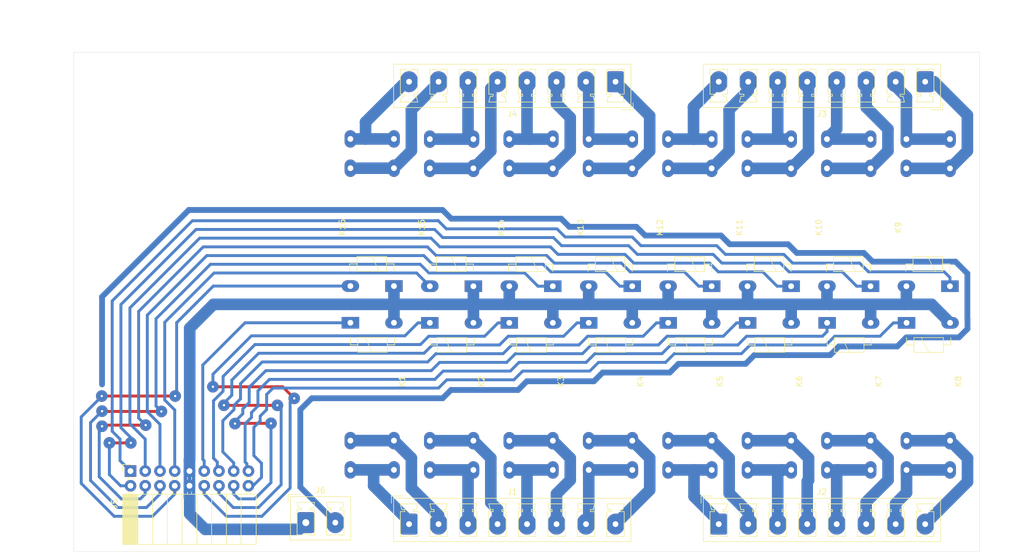
<source format=kicad_pcb>
(kicad_pcb (version 20171130) (host pcbnew "(5.1.7)-1")

  (general
    (thickness 1.6)
    (drawings 31)
    (tracks 534)
    (zones 0)
    (modules 22)
    (nets 51)
  )

  (page A4)
  (layers
    (0 F.Cu signal)
    (31 B.Cu signal)
    (32 B.Adhes user)
    (33 F.Adhes user)
    (34 B.Paste user)
    (35 F.Paste user)
    (36 B.SilkS user)
    (37 F.SilkS user)
    (38 B.Mask user)
    (39 F.Mask user)
    (40 Dwgs.User user)
    (41 Cmts.User user)
    (42 Eco1.User user)
    (43 Eco2.User user)
    (44 Edge.Cuts user)
    (45 Margin user)
    (46 B.CrtYd user)
    (47 F.CrtYd user)
    (48 B.Fab user)
    (49 F.Fab user)
  )

  (setup
    (last_trace_width 0.5)
    (user_trace_width 0.5)
    (user_trace_width 1)
    (user_trace_width 2)
    (trace_clearance 0.5)
    (zone_clearance 0.508)
    (zone_45_only no)
    (trace_min 0.2)
    (via_size 0.8)
    (via_drill 0.4)
    (via_min_size 0.4)
    (via_min_drill 0.3)
    (user_via 1 0.4)
    (user_via 1.5 0.4)
    (user_via 2 0.4)
    (uvia_size 0.3)
    (uvia_drill 0.1)
    (uvias_allowed no)
    (uvia_min_size 0.2)
    (uvia_min_drill 0.1)
    (edge_width 0.05)
    (segment_width 0.2)
    (pcb_text_width 0.3)
    (pcb_text_size 1.5 1.5)
    (mod_edge_width 0.12)
    (mod_text_size 1 1)
    (mod_text_width 0.15)
    (pad_size 1.524 1.524)
    (pad_drill 0.762)
    (pad_to_mask_clearance 0)
    (aux_axis_origin 227.28 42.7)
    (grid_origin 232.36 63.02)
    (visible_elements 7FFFFFFF)
    (pcbplotparams
      (layerselection 0x01000_fffffffe)
      (usegerberextensions false)
      (usegerberattributes true)
      (usegerberadvancedattributes true)
      (creategerberjobfile true)
      (excludeedgelayer false)
      (linewidth 0.100000)
      (plotframeref false)
      (viasonmask false)
      (mode 1)
      (useauxorigin false)
      (hpglpennumber 1)
      (hpglpenspeed 20)
      (hpglpendiameter 15.000000)
      (psnegative true)
      (psa4output false)
      (plotreference true)
      (plotvalue true)
      (plotinvisibletext false)
      (padsonsilk false)
      (subtractmaskfromsilk false)
      (outputformat 5)
      (mirror false)
      (drillshape 2)
      (scaleselection 1)
      (outputdirectory "print"))
  )

  (net 0 "")
  (net 1 R1)
  (net 2 R2)
  (net 3 R3)
  (net 4 R4)
  (net 5 R5)
  (net 6 R6)
  (net 7 R7)
  (net 8 R8)
  (net 9 R9)
  (net 10 R10)
  (net 11 R11)
  (net 12 R12)
  (net 13 R13)
  (net 14 R14)
  (net 15 R15)
  (net 16 R16)
  (net 17 +12V)
  (net 18 "Net-(J1-Pad2)")
  (net 19 "Net-(J1-Pad1)")
  (net 20 "Net-(J2-Pad2)")
  (net 21 "Net-(J2-Pad1)")
  (net 22 "Net-(J3-Pad1)")
  (net 23 "Net-(J3-Pad2)")
  (net 24 "Net-(J4-Pad2)")
  (net 25 "Net-(J4-Pad1)")
  (net 26 GND)
  (net 27 "Net-(J1-Pad8)")
  (net 28 "Net-(J1-Pad7)")
  (net 29 "Net-(J1-Pad6)")
  (net 30 "Net-(J1-Pad5)")
  (net 31 "Net-(J1-Pad4)")
  (net 32 "Net-(J1-Pad3)")
  (net 33 "Net-(J2-Pad3)")
  (net 34 "Net-(J2-Pad4)")
  (net 35 "Net-(J2-Pad5)")
  (net 36 "Net-(J2-Pad6)")
  (net 37 "Net-(J2-Pad7)")
  (net 38 "Net-(J2-Pad8)")
  (net 39 "Net-(J3-Pad8)")
  (net 40 "Net-(J3-Pad7)")
  (net 41 "Net-(J3-Pad6)")
  (net 42 "Net-(J3-Pad5)")
  (net 43 "Net-(J3-Pad4)")
  (net 44 "Net-(J3-Pad3)")
  (net 45 "Net-(J4-Pad3)")
  (net 46 "Net-(J4-Pad4)")
  (net 47 "Net-(J4-Pad5)")
  (net 48 "Net-(J4-Pad6)")
  (net 49 "Net-(J4-Pad7)")
  (net 50 "Net-(J4-Pad8)")

  (net_class Default "This is the default net class."
    (clearance 0.5)
    (trace_width 0.25)
    (via_dia 0.8)
    (via_drill 0.4)
    (uvia_dia 0.3)
    (uvia_drill 0.1)
    (add_net +12V)
    (add_net GND)
    (add_net "Net-(J1-Pad1)")
    (add_net "Net-(J1-Pad2)")
    (add_net "Net-(J1-Pad3)")
    (add_net "Net-(J1-Pad4)")
    (add_net "Net-(J1-Pad5)")
    (add_net "Net-(J1-Pad6)")
    (add_net "Net-(J1-Pad7)")
    (add_net "Net-(J1-Pad8)")
    (add_net "Net-(J2-Pad1)")
    (add_net "Net-(J2-Pad2)")
    (add_net "Net-(J2-Pad3)")
    (add_net "Net-(J2-Pad4)")
    (add_net "Net-(J2-Pad5)")
    (add_net "Net-(J2-Pad6)")
    (add_net "Net-(J2-Pad7)")
    (add_net "Net-(J2-Pad8)")
    (add_net "Net-(J3-Pad1)")
    (add_net "Net-(J3-Pad2)")
    (add_net "Net-(J3-Pad3)")
    (add_net "Net-(J3-Pad4)")
    (add_net "Net-(J3-Pad5)")
    (add_net "Net-(J3-Pad6)")
    (add_net "Net-(J3-Pad7)")
    (add_net "Net-(J3-Pad8)")
    (add_net "Net-(J4-Pad1)")
    (add_net "Net-(J4-Pad2)")
    (add_net "Net-(J4-Pad3)")
    (add_net "Net-(J4-Pad4)")
    (add_net "Net-(J4-Pad5)")
    (add_net "Net-(J4-Pad6)")
    (add_net "Net-(J4-Pad7)")
    (add_net "Net-(J4-Pad8)")
    (add_net R1)
    (add_net R10)
    (add_net R11)
    (add_net R12)
    (add_net R13)
    (add_net R14)
    (add_net R15)
    (add_net R16)
    (add_net R2)
    (add_net R3)
    (add_net R4)
    (add_net R5)
    (add_net R6)
    (add_net R7)
    (add_net R8)
    (add_net R9)
  )

  (net_class hipower ""
    (clearance 0.5)
    (trace_width 2)
    (via_dia 0.8)
    (via_drill 0.4)
    (uvia_dia 0.3)
    (uvia_drill 0.1)
  )

  (module holse:Relay_DPST_Schrack-RT2-FormA_RM5mm (layer F.Cu) (tedit 5FB7FF07) (tstamp 5FB83A26)
    (at 193.508 72.702 90)
    (descr "Relay DPST Schrack-RT2 RM5mm 16A 250V AC Form A http://www.te.com/commerce/DocumentDelivery/DDEController?Action=srchrtrv&DocNm=RT2_reflow&DocType=DS&DocLang=EN")
    (tags "Relay DPST Schrack-RT2 RM5mm 16A 250V AC Relay")
    (path /5FCBAE13)
    (fp_text reference K9 (at 12.5 -11.5 90) (layer F.SilkS)
      (effects (font (size 1 1) (thickness 0.15)))
    )
    (fp_text value RT334012 (at 12.192 4.25 90) (layer F.Fab)
      (effects (font (size 1 1) (thickness 0.15)))
    )
    (fp_line (start 4.94 -5.14) (end 7.48 -6.41) (layer F.SilkS) (width 0.1))
    (fp_line (start 1.05 0) (end 29.05 0) (layer F.Fab) (width 0.1))
    (fp_line (start 2.4 -3.87) (end 2.4 -8.95) (layer F.Fab) (width 0.12))
    (fp_line (start 4.94 -3.87) (end 6.21 -3.87) (layer F.SilkS) (width 0.12))
    (fp_line (start 4.94 -8.95) (end 4.94 -3.87) (layer F.SilkS) (width 0.12))
    (fp_line (start 7.48 -8.95) (end 4.94 -8.95) (layer F.SilkS) (width 0.12))
    (fp_line (start 7.48 -3.87) (end 7.48 -8.95) (layer F.SilkS) (width 0.12))
    (fp_line (start 6.21 -3.87) (end 7.48 -3.87) (layer F.SilkS) (width 0.12))
    (fp_line (start 6.21 -2.6) (end 6.21 -3.87) (layer F.SilkS) (width 0.12))
    (fp_line (start 4.94 -2.6) (end 6.21 -2.6) (layer F.SilkS) (width 0.12))
    (fp_line (start 6.21 -10.22) (end 4.94 -10.22) (layer F.SilkS) (width 0.12))
    (fp_line (start 6.21 -8.95) (end 6.21 -10.22) (layer F.SilkS) (width 0.12))
    (fp_line (start 0.05 -12.7) (end 0.05 -1) (layer F.Fab) (width 0.1))
    (fp_line (start 29.05 -12.7) (end 0.05 -12.7) (layer F.Fab) (width 0.1))
    (fp_line (start 29.05 0) (end 29.05 -12.7) (layer F.Fab) (width 0.1))
    (fp_line (start 0.05 -1) (end 1.05 0) (layer F.Fab) (width 0.1))
    (fp_text user %R (at 14.465 -6.41 270) (layer F.Fab)
      (effects (font (size 1 1) (thickness 0.15)))
    )
    (pad 14 thru_hole oval (at 27.74 -2.6 270) (size 3 2) (drill 1) (layers *.Cu *.Mask)
      (net 23 "Net-(J3-Pad2)"))
    (pad 21 thru_hole oval (at 22.7 -10.1 270) (size 3 2) (drill 1) (layers *.Cu *.Mask)
      (net 22 "Net-(J3-Pad1)"))
    (pad 24 thru_hole oval (at 27.74 -10.1 270) (size 3 2) (drill 1) (layers *.Cu *.Mask)
      (net 23 "Net-(J3-Pad2)"))
    (pad 11 thru_hole oval (at 22.7 -2.6 270) (size 3 2) (drill 1) (layers *.Cu *.Mask)
      (net 22 "Net-(J3-Pad1)"))
    (pad A2 thru_hole oval (at 2.4 -10.1 270) (size 2 3) (drill 1) (layers *.Cu *.Mask)
      (net 17 +12V))
    (pad A1 thru_hole rect (at 2.4 -2.6 270) (size 2 3) (drill 1) (layers *.Cu *.Mask)
      (net 9 R9))
    (model ${KISYS3DMOD}/Relay_THT.3dshapes/Relay_DPST_Schrack-RT2-FormA_RM5mm.wrl
      (at (xyz 0 0 0))
      (scale (xyz 1 1 1))
      (rotate (xyz 0 0 0))
    )
  )

  (module holse:Relay_DPST_Schrack-RT2-FormA_RM5mm (layer F.Cu) (tedit 5FB7FF07) (tstamp 5FB9240E)
    (at 97.74 72.672 90)
    (descr "Relay DPST Schrack-RT2 RM5mm 16A 250V AC Form A http://www.te.com/commerce/DocumentDelivery/DDEController?Action=srchrtrv&DocNm=RT2_reflow&DocType=DS&DocLang=EN")
    (tags "Relay DPST Schrack-RT2 RM5mm 16A 250V AC Relay")
    (path /5FCD882A)
    (fp_text reference K16 (at 12.5 -11.5 90) (layer F.SilkS)
      (effects (font (size 1 1) (thickness 0.15)))
    )
    (fp_text value RT334012 (at 12.192 4.25 90) (layer F.Fab)
      (effects (font (size 1 1) (thickness 0.15)))
    )
    (fp_line (start 4.94 -5.14) (end 7.48 -6.41) (layer F.SilkS) (width 0.1))
    (fp_line (start 1.05 0) (end 29.05 0) (layer F.Fab) (width 0.1))
    (fp_line (start 2.4 -3.87) (end 2.4 -8.95) (layer F.Fab) (width 0.12))
    (fp_line (start 4.94 -3.87) (end 6.21 -3.87) (layer F.SilkS) (width 0.12))
    (fp_line (start 4.94 -8.95) (end 4.94 -3.87) (layer F.SilkS) (width 0.12))
    (fp_line (start 7.48 -8.95) (end 4.94 -8.95) (layer F.SilkS) (width 0.12))
    (fp_line (start 7.48 -3.87) (end 7.48 -8.95) (layer F.SilkS) (width 0.12))
    (fp_line (start 6.21 -3.87) (end 7.48 -3.87) (layer F.SilkS) (width 0.12))
    (fp_line (start 6.21 -2.6) (end 6.21 -3.87) (layer F.SilkS) (width 0.12))
    (fp_line (start 4.94 -2.6) (end 6.21 -2.6) (layer F.SilkS) (width 0.12))
    (fp_line (start 6.21 -10.22) (end 4.94 -10.22) (layer F.SilkS) (width 0.12))
    (fp_line (start 6.21 -8.95) (end 6.21 -10.22) (layer F.SilkS) (width 0.12))
    (fp_line (start 0.05 -12.7) (end 0.05 -1) (layer F.Fab) (width 0.1))
    (fp_line (start 29.05 -12.7) (end 0.05 -12.7) (layer F.Fab) (width 0.1))
    (fp_line (start 29.05 0) (end 29.05 -12.7) (layer F.Fab) (width 0.1))
    (fp_line (start 0.05 -1) (end 1.05 0) (layer F.Fab) (width 0.1))
    (fp_text user %R (at 14.465 -6.41 270) (layer F.Fab)
      (effects (font (size 1 1) (thickness 0.15)))
    )
    (pad 14 thru_hole oval (at 27.74 -2.6 270) (size 3 2) (drill 1) (layers *.Cu *.Mask)
      (net 50 "Net-(J4-Pad8)"))
    (pad 21 thru_hole oval (at 22.7 -10.1 270) (size 3 2) (drill 1) (layers *.Cu *.Mask)
      (net 49 "Net-(J4-Pad7)"))
    (pad 24 thru_hole oval (at 27.74 -10.1 270) (size 3 2) (drill 1) (layers *.Cu *.Mask)
      (net 50 "Net-(J4-Pad8)"))
    (pad 11 thru_hole oval (at 22.7 -2.6 270) (size 3 2) (drill 1) (layers *.Cu *.Mask)
      (net 49 "Net-(J4-Pad7)"))
    (pad A2 thru_hole oval (at 2.4 -10.1 270) (size 2 3) (drill 1) (layers *.Cu *.Mask)
      (net 16 R16))
    (pad A1 thru_hole rect (at 2.4 -2.6 270) (size 2 3) (drill 1) (layers *.Cu *.Mask)
      (net 17 +12V))
    (model ${KISYS3DMOD}/Relay_THT.3dshapes/Relay_DPST_Schrack-RT2-FormA_RM5mm.wrl
      (at (xyz 0 0 0))
      (scale (xyz 1 1 1))
      (rotate (xyz 0 0 0))
    )
  )

  (module holse:Relay_DPST_Schrack-RT2-FormA_RM5mm (layer F.Cu) (tedit 5FB7FF07) (tstamp 5FB923E9)
    (at 111.421142 72.702 90)
    (descr "Relay DPST Schrack-RT2 RM5mm 16A 250V AC Form A http://www.te.com/commerce/DocumentDelivery/DDEController?Action=srchrtrv&DocNm=RT2_reflow&DocType=DS&DocLang=EN")
    (tags "Relay DPST Schrack-RT2 RM5mm 16A 250V AC Relay")
    (path /5FCD87EC)
    (fp_text reference K15 (at 12.5 -11.5 90) (layer F.SilkS)
      (effects (font (size 1 1) (thickness 0.15)))
    )
    (fp_text value RT334012 (at 12.192 4.25 90) (layer F.Fab)
      (effects (font (size 1 1) (thickness 0.15)))
    )
    (fp_line (start 4.94 -5.14) (end 7.48 -6.41) (layer F.SilkS) (width 0.1))
    (fp_line (start 1.05 0) (end 29.05 0) (layer F.Fab) (width 0.1))
    (fp_line (start 2.4 -3.87) (end 2.4 -8.95) (layer F.Fab) (width 0.12))
    (fp_line (start 4.94 -3.87) (end 6.21 -3.87) (layer F.SilkS) (width 0.12))
    (fp_line (start 4.94 -8.95) (end 4.94 -3.87) (layer F.SilkS) (width 0.12))
    (fp_line (start 7.48 -8.95) (end 4.94 -8.95) (layer F.SilkS) (width 0.12))
    (fp_line (start 7.48 -3.87) (end 7.48 -8.95) (layer F.SilkS) (width 0.12))
    (fp_line (start 6.21 -3.87) (end 7.48 -3.87) (layer F.SilkS) (width 0.12))
    (fp_line (start 6.21 -2.6) (end 6.21 -3.87) (layer F.SilkS) (width 0.12))
    (fp_line (start 4.94 -2.6) (end 6.21 -2.6) (layer F.SilkS) (width 0.12))
    (fp_line (start 6.21 -10.22) (end 4.94 -10.22) (layer F.SilkS) (width 0.12))
    (fp_line (start 6.21 -8.95) (end 6.21 -10.22) (layer F.SilkS) (width 0.12))
    (fp_line (start 0.05 -12.7) (end 0.05 -1) (layer F.Fab) (width 0.1))
    (fp_line (start 29.05 -12.7) (end 0.05 -12.7) (layer F.Fab) (width 0.1))
    (fp_line (start 29.05 0) (end 29.05 -12.7) (layer F.Fab) (width 0.1))
    (fp_line (start 0.05 -1) (end 1.05 0) (layer F.Fab) (width 0.1))
    (fp_text user %R (at 14.465 -6.41 270) (layer F.Fab)
      (effects (font (size 1 1) (thickness 0.15)))
    )
    (pad 14 thru_hole oval (at 27.74 -2.6 270) (size 3 2) (drill 1) (layers *.Cu *.Mask)
      (net 48 "Net-(J4-Pad6)"))
    (pad 21 thru_hole oval (at 22.7 -10.1 270) (size 3 2) (drill 1) (layers *.Cu *.Mask)
      (net 47 "Net-(J4-Pad5)"))
    (pad 24 thru_hole oval (at 27.74 -10.1 270) (size 3 2) (drill 1) (layers *.Cu *.Mask)
      (net 48 "Net-(J4-Pad6)"))
    (pad 11 thru_hole oval (at 22.7 -2.6 270) (size 3 2) (drill 1) (layers *.Cu *.Mask)
      (net 47 "Net-(J4-Pad5)"))
    (pad A2 thru_hole oval (at 2.4 -10.1 270) (size 2 3) (drill 1) (layers *.Cu *.Mask)
      (net 15 R15))
    (pad A1 thru_hole rect (at 2.4 -2.6 270) (size 2 3) (drill 1) (layers *.Cu *.Mask)
      (net 17 +12V))
    (model ${KISYS3DMOD}/Relay_THT.3dshapes/Relay_DPST_Schrack-RT2-FormA_RM5mm.wrl
      (at (xyz 0 0 0))
      (scale (xyz 1 1 1))
      (rotate (xyz 0 0 0))
    )
  )

  (module holse:Relay_DPST_Schrack-RT2-FormA_RM5mm (layer F.Cu) (tedit 5FB7FF07) (tstamp 5FB923C4)
    (at 125.102284 72.702 90)
    (descr "Relay DPST Schrack-RT2 RM5mm 16A 250V AC Form A http://www.te.com/commerce/DocumentDelivery/DDEController?Action=srchrtrv&DocNm=RT2_reflow&DocType=DS&DocLang=EN")
    (tags "Relay DPST Schrack-RT2 RM5mm 16A 250V AC Relay")
    (path /5FCD87AE)
    (fp_text reference K14 (at 12.5 -11.5 90) (layer F.SilkS)
      (effects (font (size 1 1) (thickness 0.15)))
    )
    (fp_text value RT334012 (at 12.192 4.25 90) (layer F.Fab)
      (effects (font (size 1 1) (thickness 0.15)))
    )
    (fp_line (start 4.94 -5.14) (end 7.48 -6.41) (layer F.SilkS) (width 0.1))
    (fp_line (start 1.05 0) (end 29.05 0) (layer F.Fab) (width 0.1))
    (fp_line (start 2.4 -3.87) (end 2.4 -8.95) (layer F.Fab) (width 0.12))
    (fp_line (start 4.94 -3.87) (end 6.21 -3.87) (layer F.SilkS) (width 0.12))
    (fp_line (start 4.94 -8.95) (end 4.94 -3.87) (layer F.SilkS) (width 0.12))
    (fp_line (start 7.48 -8.95) (end 4.94 -8.95) (layer F.SilkS) (width 0.12))
    (fp_line (start 7.48 -3.87) (end 7.48 -8.95) (layer F.SilkS) (width 0.12))
    (fp_line (start 6.21 -3.87) (end 7.48 -3.87) (layer F.SilkS) (width 0.12))
    (fp_line (start 6.21 -2.6) (end 6.21 -3.87) (layer F.SilkS) (width 0.12))
    (fp_line (start 4.94 -2.6) (end 6.21 -2.6) (layer F.SilkS) (width 0.12))
    (fp_line (start 6.21 -10.22) (end 4.94 -10.22) (layer F.SilkS) (width 0.12))
    (fp_line (start 6.21 -8.95) (end 6.21 -10.22) (layer F.SilkS) (width 0.12))
    (fp_line (start 0.05 -12.7) (end 0.05 -1) (layer F.Fab) (width 0.1))
    (fp_line (start 29.05 -12.7) (end 0.05 -12.7) (layer F.Fab) (width 0.1))
    (fp_line (start 29.05 0) (end 29.05 -12.7) (layer F.Fab) (width 0.1))
    (fp_line (start 0.05 -1) (end 1.05 0) (layer F.Fab) (width 0.1))
    (fp_text user %R (at 14.465 -6.41 270) (layer F.Fab)
      (effects (font (size 1 1) (thickness 0.15)))
    )
    (pad 14 thru_hole oval (at 27.74 -2.6 270) (size 3 2) (drill 1) (layers *.Cu *.Mask)
      (net 46 "Net-(J4-Pad4)"))
    (pad 21 thru_hole oval (at 22.7 -10.1 270) (size 3 2) (drill 1) (layers *.Cu *.Mask)
      (net 45 "Net-(J4-Pad3)"))
    (pad 24 thru_hole oval (at 27.74 -10.1 270) (size 3 2) (drill 1) (layers *.Cu *.Mask)
      (net 46 "Net-(J4-Pad4)"))
    (pad 11 thru_hole oval (at 22.7 -2.6 270) (size 3 2) (drill 1) (layers *.Cu *.Mask)
      (net 45 "Net-(J4-Pad3)"))
    (pad A2 thru_hole oval (at 2.4 -10.1 270) (size 2 3) (drill 1) (layers *.Cu *.Mask)
      (net 17 +12V))
    (pad A1 thru_hole rect (at 2.4 -2.6 270) (size 2 3) (drill 1) (layers *.Cu *.Mask)
      (net 14 R14))
    (model ${KISYS3DMOD}/Relay_THT.3dshapes/Relay_DPST_Schrack-RT2-FormA_RM5mm.wrl
      (at (xyz 0 0 0))
      (scale (xyz 1 1 1))
      (rotate (xyz 0 0 0))
    )
  )

  (module holse:Relay_DPST_Schrack-RT2-FormA_RM5mm (layer F.Cu) (tedit 5FB7FF07) (tstamp 5FB9239F)
    (at 138.783426 72.702 90)
    (descr "Relay DPST Schrack-RT2 RM5mm 16A 250V AC Form A http://www.te.com/commerce/DocumentDelivery/DDEController?Action=srchrtrv&DocNm=RT2_reflow&DocType=DS&DocLang=EN")
    (tags "Relay DPST Schrack-RT2 RM5mm 16A 250V AC Relay")
    (path /5FCD8770)
    (fp_text reference K13 (at 12.5 -11.5 90) (layer F.SilkS)
      (effects (font (size 1 1) (thickness 0.15)))
    )
    (fp_text value RT334012 (at 12.192 4.25 90) (layer F.Fab)
      (effects (font (size 1 1) (thickness 0.15)))
    )
    (fp_line (start 4.94 -5.14) (end 7.48 -6.41) (layer F.SilkS) (width 0.1))
    (fp_line (start 1.05 0) (end 29.05 0) (layer F.Fab) (width 0.1))
    (fp_line (start 2.4 -3.87) (end 2.4 -8.95) (layer F.Fab) (width 0.12))
    (fp_line (start 4.94 -3.87) (end 6.21 -3.87) (layer F.SilkS) (width 0.12))
    (fp_line (start 4.94 -8.95) (end 4.94 -3.87) (layer F.SilkS) (width 0.12))
    (fp_line (start 7.48 -8.95) (end 4.94 -8.95) (layer F.SilkS) (width 0.12))
    (fp_line (start 7.48 -3.87) (end 7.48 -8.95) (layer F.SilkS) (width 0.12))
    (fp_line (start 6.21 -3.87) (end 7.48 -3.87) (layer F.SilkS) (width 0.12))
    (fp_line (start 6.21 -2.6) (end 6.21 -3.87) (layer F.SilkS) (width 0.12))
    (fp_line (start 4.94 -2.6) (end 6.21 -2.6) (layer F.SilkS) (width 0.12))
    (fp_line (start 6.21 -10.22) (end 4.94 -10.22) (layer F.SilkS) (width 0.12))
    (fp_line (start 6.21 -8.95) (end 6.21 -10.22) (layer F.SilkS) (width 0.12))
    (fp_line (start 0.05 -12.7) (end 0.05 -1) (layer F.Fab) (width 0.1))
    (fp_line (start 29.05 -12.7) (end 0.05 -12.7) (layer F.Fab) (width 0.1))
    (fp_line (start 29.05 0) (end 29.05 -12.7) (layer F.Fab) (width 0.1))
    (fp_line (start 0.05 -1) (end 1.05 0) (layer F.Fab) (width 0.1))
    (fp_text user %R (at 14.465 -6.41 270) (layer F.Fab)
      (effects (font (size 1 1) (thickness 0.15)))
    )
    (pad 14 thru_hole oval (at 27.74 -2.6 270) (size 3 2) (drill 1) (layers *.Cu *.Mask)
      (net 24 "Net-(J4-Pad2)"))
    (pad 21 thru_hole oval (at 22.7 -10.1 270) (size 3 2) (drill 1) (layers *.Cu *.Mask)
      (net 25 "Net-(J4-Pad1)"))
    (pad 24 thru_hole oval (at 27.74 -10.1 270) (size 3 2) (drill 1) (layers *.Cu *.Mask)
      (net 24 "Net-(J4-Pad2)"))
    (pad 11 thru_hole oval (at 22.7 -2.6 270) (size 3 2) (drill 1) (layers *.Cu *.Mask)
      (net 25 "Net-(J4-Pad1)"))
    (pad A2 thru_hole oval (at 2.4 -10.1 270) (size 2 3) (drill 1) (layers *.Cu *.Mask)
      (net 17 +12V))
    (pad A1 thru_hole rect (at 2.4 -2.6 270) (size 2 3) (drill 1) (layers *.Cu *.Mask)
      (net 13 R13))
    (model ${KISYS3DMOD}/Relay_THT.3dshapes/Relay_DPST_Schrack-RT2-FormA_RM5mm.wrl
      (at (xyz 0 0 0))
      (scale (xyz 1 1 1))
      (rotate (xyz 0 0 0))
    )
  )

  (module holse:Relay_DPST_Schrack-RT2-FormA_RM5mm (layer F.Cu) (tedit 5FB7FF07) (tstamp 5FB839DC)
    (at 167.14571 74.208 270)
    (descr "Relay DPST Schrack-RT2 RM5mm 16A 250V AC Form A http://www.te.com/commerce/DocumentDelivery/DDEController?Action=srchrtrv&DocNm=RT2_reflow&DocType=DS&DocLang=EN")
    (tags "Relay DPST Schrack-RT2 RM5mm 16A 250V AC Relay")
    (path /5FBF873F)
    (fp_text reference K7 (at 12.5 -11.5 90) (layer F.SilkS)
      (effects (font (size 1 1) (thickness 0.15)))
    )
    (fp_text value RT334012 (at 12.192 4.25 90) (layer F.Fab)
      (effects (font (size 1 1) (thickness 0.15)))
    )
    (fp_line (start 4.94 -5.14) (end 7.48 -6.41) (layer F.SilkS) (width 0.1))
    (fp_line (start 1.05 0) (end 29.05 0) (layer F.Fab) (width 0.1))
    (fp_line (start 2.4 -3.87) (end 2.4 -8.95) (layer F.Fab) (width 0.12))
    (fp_line (start 4.94 -3.87) (end 6.21 -3.87) (layer F.SilkS) (width 0.12))
    (fp_line (start 4.94 -8.95) (end 4.94 -3.87) (layer F.SilkS) (width 0.12))
    (fp_line (start 7.48 -8.95) (end 4.94 -8.95) (layer F.SilkS) (width 0.12))
    (fp_line (start 7.48 -3.87) (end 7.48 -8.95) (layer F.SilkS) (width 0.12))
    (fp_line (start 6.21 -3.87) (end 7.48 -3.87) (layer F.SilkS) (width 0.12))
    (fp_line (start 6.21 -2.6) (end 6.21 -3.87) (layer F.SilkS) (width 0.12))
    (fp_line (start 4.94 -2.6) (end 6.21 -2.6) (layer F.SilkS) (width 0.12))
    (fp_line (start 6.21 -10.22) (end 4.94 -10.22) (layer F.SilkS) (width 0.12))
    (fp_line (start 6.21 -8.95) (end 6.21 -10.22) (layer F.SilkS) (width 0.12))
    (fp_line (start 0.05 -12.7) (end 0.05 -1) (layer F.Fab) (width 0.1))
    (fp_line (start 29.05 -12.7) (end 0.05 -12.7) (layer F.Fab) (width 0.1))
    (fp_line (start 29.05 0) (end 29.05 -12.7) (layer F.Fab) (width 0.1))
    (fp_line (start 0.05 -1) (end 1.05 0) (layer F.Fab) (width 0.1))
    (fp_text user %R (at 12.065 -3.81 270) (layer F.Fab)
      (effects (font (size 1 1) (thickness 0.15)))
    )
    (pad 14 thru_hole oval (at 27.74 -2.6 90) (size 3 2) (drill 1) (layers *.Cu *.Mask)
      (net 36 "Net-(J2-Pad6)"))
    (pad 21 thru_hole oval (at 22.7 -10.1 90) (size 3 2) (drill 1) (layers *.Cu *.Mask)
      (net 35 "Net-(J2-Pad5)"))
    (pad 24 thru_hole oval (at 27.74 -10.1 90) (size 3 2) (drill 1) (layers *.Cu *.Mask)
      (net 36 "Net-(J2-Pad6)"))
    (pad 11 thru_hole oval (at 22.7 -2.6 90) (size 3 2) (drill 1) (layers *.Cu *.Mask)
      (net 35 "Net-(J2-Pad5)"))
    (pad A2 thru_hole oval (at 2.4 -10.1 90) (size 2 3) (drill 1) (layers *.Cu *.Mask)
      (net 17 +12V))
    (pad A1 thru_hole rect (at 2.4 -2.6 90) (size 2 3) (drill 1) (layers *.Cu *.Mask)
      (net 7 R7))
    (model ${KISYS3DMOD}/Relay_THT.3dshapes/Relay_DPST_Schrack-RT2-FormA_RM5mm.wrl
      (at (xyz 0 0 0))
      (scale (xyz 1 1 1))
      (rotate (xyz 0 0 0))
    )
  )

  (module holse:Relay_DPST_Schrack-RT2-FormA_RM5mm (layer F.Cu) (tedit 5FB7FF07) (tstamp 5FB83A01)
    (at 180.83 74.208 270)
    (descr "Relay DPST Schrack-RT2 RM5mm 16A 250V AC Form A http://www.te.com/commerce/DocumentDelivery/DDEController?Action=srchrtrv&DocNm=RT2_reflow&DocType=DS&DocLang=EN")
    (tags "Relay DPST Schrack-RT2 RM5mm 16A 250V AC Relay")
    (path /5FBF877D)
    (fp_text reference K8 (at 12.5 -11.5 90) (layer F.SilkS)
      (effects (font (size 1 1) (thickness 0.15)))
    )
    (fp_text value RT334012 (at 12.192 4.25 90) (layer F.Fab)
      (effects (font (size 1 1) (thickness 0.15)))
    )
    (fp_line (start 4.94 -5.14) (end 7.48 -6.41) (layer F.SilkS) (width 0.1))
    (fp_line (start 1.05 0) (end 29.05 0) (layer F.Fab) (width 0.1))
    (fp_line (start 2.4 -3.87) (end 2.4 -8.95) (layer F.Fab) (width 0.12))
    (fp_line (start 4.94 -3.87) (end 6.21 -3.87) (layer F.SilkS) (width 0.12))
    (fp_line (start 4.94 -8.95) (end 4.94 -3.87) (layer F.SilkS) (width 0.12))
    (fp_line (start 7.48 -8.95) (end 4.94 -8.95) (layer F.SilkS) (width 0.12))
    (fp_line (start 7.48 -3.87) (end 7.48 -8.95) (layer F.SilkS) (width 0.12))
    (fp_line (start 6.21 -3.87) (end 7.48 -3.87) (layer F.SilkS) (width 0.12))
    (fp_line (start 6.21 -2.6) (end 6.21 -3.87) (layer F.SilkS) (width 0.12))
    (fp_line (start 4.94 -2.6) (end 6.21 -2.6) (layer F.SilkS) (width 0.12))
    (fp_line (start 6.21 -10.22) (end 4.94 -10.22) (layer F.SilkS) (width 0.12))
    (fp_line (start 6.21 -8.95) (end 6.21 -10.22) (layer F.SilkS) (width 0.12))
    (fp_line (start 0.05 -12.7) (end 0.05 -1) (layer F.Fab) (width 0.1))
    (fp_line (start 29.05 -12.7) (end 0.05 -12.7) (layer F.Fab) (width 0.1))
    (fp_line (start 29.05 0) (end 29.05 -12.7) (layer F.Fab) (width 0.1))
    (fp_line (start 0.05 -1) (end 1.05 0) (layer F.Fab) (width 0.1))
    (fp_text user %R (at 12.065 -3.81 270) (layer F.Fab)
      (effects (font (size 1 1) (thickness 0.15)))
    )
    (pad 14 thru_hole oval (at 27.74 -2.6 90) (size 3 2) (drill 1) (layers *.Cu *.Mask)
      (net 38 "Net-(J2-Pad8)"))
    (pad 21 thru_hole oval (at 22.7 -10.1 90) (size 3 2) (drill 1) (layers *.Cu *.Mask)
      (net 37 "Net-(J2-Pad7)"))
    (pad 24 thru_hole oval (at 27.74 -10.1 90) (size 3 2) (drill 1) (layers *.Cu *.Mask)
      (net 38 "Net-(J2-Pad8)"))
    (pad 11 thru_hole oval (at 22.7 -2.6 90) (size 3 2) (drill 1) (layers *.Cu *.Mask)
      (net 37 "Net-(J2-Pad7)"))
    (pad A2 thru_hole oval (at 2.4 -10.1 90) (size 2 3) (drill 1) (layers *.Cu *.Mask)
      (net 17 +12V))
    (pad A1 thru_hole rect (at 2.4 -2.6 90) (size 2 3) (drill 1) (layers *.Cu *.Mask)
      (net 8 R8))
    (model ${KISYS3DMOD}/Relay_THT.3dshapes/Relay_DPST_Schrack-RT2-FormA_RM5mm.wrl
      (at (xyz 0 0 0))
      (scale (xyz 1 1 1))
      (rotate (xyz 0 0 0))
    )
  )

  (module holse:Relay_DPST_Schrack-RT2-FormA_RM5mm (layer F.Cu) (tedit 5FB7FF07) (tstamp 5FB838FE)
    (at 85.04 74.196 270)
    (descr "Relay DPST Schrack-RT2 RM5mm 16A 250V AC Form A http://www.te.com/commerce/DocumentDelivery/DDEController?Action=srchrtrv&DocNm=RT2_reflow&DocType=DS&DocLang=EN")
    (tags "Relay DPST Schrack-RT2 RM5mm 16A 250V AC Relay")
    (path /5FB9981C)
    (fp_text reference K1 (at 12.5 -11.5 90) (layer F.SilkS)
      (effects (font (size 1 1) (thickness 0.15)))
    )
    (fp_text value RT334012 (at 12.192 4.25 90) (layer F.Fab)
      (effects (font (size 1 1) (thickness 0.15)))
    )
    (fp_line (start 4.94 -5.14) (end 7.48 -6.41) (layer F.SilkS) (width 0.1))
    (fp_line (start 1.05 0) (end 29.05 0) (layer F.Fab) (width 0.1))
    (fp_line (start 2.4 -3.87) (end 2.4 -8.95) (layer F.Fab) (width 0.12))
    (fp_line (start 4.94 -3.87) (end 6.21 -3.87) (layer F.SilkS) (width 0.12))
    (fp_line (start 4.94 -8.95) (end 4.94 -3.87) (layer F.SilkS) (width 0.12))
    (fp_line (start 7.48 -8.95) (end 4.94 -8.95) (layer F.SilkS) (width 0.12))
    (fp_line (start 7.48 -3.87) (end 7.48 -8.95) (layer F.SilkS) (width 0.12))
    (fp_line (start 6.21 -3.87) (end 7.48 -3.87) (layer F.SilkS) (width 0.12))
    (fp_line (start 6.21 -2.6) (end 6.21 -3.87) (layer F.SilkS) (width 0.12))
    (fp_line (start 4.94 -2.6) (end 6.21 -2.6) (layer F.SilkS) (width 0.12))
    (fp_line (start 6.21 -10.22) (end 4.94 -10.22) (layer F.SilkS) (width 0.12))
    (fp_line (start 6.21 -8.95) (end 6.21 -10.22) (layer F.SilkS) (width 0.12))
    (fp_line (start 0.05 -12.7) (end 0.05 -1) (layer F.Fab) (width 0.1))
    (fp_line (start 29.05 -12.7) (end 0.05 -12.7) (layer F.Fab) (width 0.1))
    (fp_line (start 29.05 0) (end 29.05 -12.7) (layer F.Fab) (width 0.1))
    (fp_line (start 0.05 -1) (end 1.05 0) (layer F.Fab) (width 0.1))
    (fp_text user %R (at 12.065 -3.81 270) (layer F.Fab)
      (effects (font (size 1 1) (thickness 0.15)))
    )
    (pad 14 thru_hole oval (at 27.74 -2.6 90) (size 3 2) (drill 1) (layers *.Cu *.Mask)
      (net 18 "Net-(J1-Pad2)"))
    (pad 21 thru_hole oval (at 22.7 -10.1 90) (size 3 2) (drill 1) (layers *.Cu *.Mask)
      (net 19 "Net-(J1-Pad1)"))
    (pad 24 thru_hole oval (at 27.74 -10.1 90) (size 3 2) (drill 1) (layers *.Cu *.Mask)
      (net 18 "Net-(J1-Pad2)"))
    (pad 11 thru_hole oval (at 22.7 -2.6 90) (size 3 2) (drill 1) (layers *.Cu *.Mask)
      (net 19 "Net-(J1-Pad1)"))
    (pad A2 thru_hole oval (at 2.4 -10.1 90) (size 2 3) (drill 1) (layers *.Cu *.Mask)
      (net 17 +12V))
    (pad A1 thru_hole rect (at 2.4 -2.6 90) (size 2 3) (drill 1) (layers *.Cu *.Mask)
      (net 1 R1))
    (model ${KISYS3DMOD}/Relay_THT.3dshapes/Relay_DPST_Schrack-RT2-FormA_RM5mm.wrl
      (at (xyz 0 0 0))
      (scale (xyz 1 1 1))
      (rotate (xyz 0 0 0))
    )
  )

  (module holse:Relay_DPST_Schrack-RT2-FormA_RM5mm (layer F.Cu) (tedit 5FB7FF07) (tstamp 5FB83923)
    (at 98.724285 74.208 270)
    (descr "Relay DPST Schrack-RT2 RM5mm 16A 250V AC Form A http://www.te.com/commerce/DocumentDelivery/DDEController?Action=srchrtrv&DocNm=RT2_reflow&DocType=DS&DocLang=EN")
    (tags "Relay DPST Schrack-RT2 RM5mm 16A 250V AC Relay")
    (path /5FBE7417)
    (fp_text reference K2 (at 12.5 -11.5 90) (layer F.SilkS)
      (effects (font (size 1 1) (thickness 0.15)))
    )
    (fp_text value RT334012 (at 12.192 4.25 90) (layer F.Fab)
      (effects (font (size 1 1) (thickness 0.15)))
    )
    (fp_line (start 4.94 -5.14) (end 7.48 -6.41) (layer F.SilkS) (width 0.1))
    (fp_line (start 1.05 0) (end 29.05 0) (layer F.Fab) (width 0.1))
    (fp_line (start 2.4 -3.87) (end 2.4 -8.95) (layer F.Fab) (width 0.12))
    (fp_line (start 4.94 -3.87) (end 6.21 -3.87) (layer F.SilkS) (width 0.12))
    (fp_line (start 4.94 -8.95) (end 4.94 -3.87) (layer F.SilkS) (width 0.12))
    (fp_line (start 7.48 -8.95) (end 4.94 -8.95) (layer F.SilkS) (width 0.12))
    (fp_line (start 7.48 -3.87) (end 7.48 -8.95) (layer F.SilkS) (width 0.12))
    (fp_line (start 6.21 -3.87) (end 7.48 -3.87) (layer F.SilkS) (width 0.12))
    (fp_line (start 6.21 -2.6) (end 6.21 -3.87) (layer F.SilkS) (width 0.12))
    (fp_line (start 4.94 -2.6) (end 6.21 -2.6) (layer F.SilkS) (width 0.12))
    (fp_line (start 6.21 -10.22) (end 4.94 -10.22) (layer F.SilkS) (width 0.12))
    (fp_line (start 6.21 -8.95) (end 6.21 -10.22) (layer F.SilkS) (width 0.12))
    (fp_line (start 0.05 -12.7) (end 0.05 -1) (layer F.Fab) (width 0.1))
    (fp_line (start 29.05 -12.7) (end 0.05 -12.7) (layer F.Fab) (width 0.1))
    (fp_line (start 29.05 0) (end 29.05 -12.7) (layer F.Fab) (width 0.1))
    (fp_line (start 0.05 -1) (end 1.05 0) (layer F.Fab) (width 0.1))
    (fp_text user %R (at 12.065 -3.81 270) (layer F.Fab)
      (effects (font (size 1 1) (thickness 0.15)))
    )
    (pad 14 thru_hole oval (at 27.74 -2.6 90) (size 3 2) (drill 1) (layers *.Cu *.Mask)
      (net 31 "Net-(J1-Pad4)"))
    (pad 21 thru_hole oval (at 22.7 -10.1 90) (size 3 2) (drill 1) (layers *.Cu *.Mask)
      (net 32 "Net-(J1-Pad3)"))
    (pad 24 thru_hole oval (at 27.74 -10.1 90) (size 3 2) (drill 1) (layers *.Cu *.Mask)
      (net 31 "Net-(J1-Pad4)"))
    (pad 11 thru_hole oval (at 22.7 -2.6 90) (size 3 2) (drill 1) (layers *.Cu *.Mask)
      (net 32 "Net-(J1-Pad3)"))
    (pad A2 thru_hole oval (at 2.4 -10.1 90) (size 2 3) (drill 1) (layers *.Cu *.Mask)
      (net 17 +12V))
    (pad A1 thru_hole rect (at 2.4 -2.6 90) (size 2 3) (drill 1) (layers *.Cu *.Mask)
      (net 2 R2))
    (model ${KISYS3DMOD}/Relay_THT.3dshapes/Relay_DPST_Schrack-RT2-FormA_RM5mm.wrl
      (at (xyz 0 0 0))
      (scale (xyz 1 1 1))
      (rotate (xyz 0 0 0))
    )
  )

  (module holse:Relay_DPST_Schrack-RT2-FormA_RM5mm (layer F.Cu) (tedit 5FB7FF07) (tstamp 5FB83948)
    (at 112.40857 74.208 270)
    (descr "Relay DPST Schrack-RT2 RM5mm 16A 250V AC Form A http://www.te.com/commerce/DocumentDelivery/DDEController?Action=srchrtrv&DocNm=RT2_reflow&DocType=DS&DocLang=EN")
    (tags "Relay DPST Schrack-RT2 RM5mm 16A 250V AC Relay")
    (path /5FBE8D98)
    (fp_text reference K3 (at 12.5 -11.5 90) (layer F.SilkS)
      (effects (font (size 1 1) (thickness 0.15)))
    )
    (fp_text value RT334012 (at 12.192 4.25 90) (layer F.Fab)
      (effects (font (size 1 1) (thickness 0.15)))
    )
    (fp_line (start 4.94 -5.14) (end 7.48 -6.41) (layer F.SilkS) (width 0.1))
    (fp_line (start 1.05 0) (end 29.05 0) (layer F.Fab) (width 0.1))
    (fp_line (start 2.4 -3.87) (end 2.4 -8.95) (layer F.Fab) (width 0.12))
    (fp_line (start 4.94 -3.87) (end 6.21 -3.87) (layer F.SilkS) (width 0.12))
    (fp_line (start 4.94 -8.95) (end 4.94 -3.87) (layer F.SilkS) (width 0.12))
    (fp_line (start 7.48 -8.95) (end 4.94 -8.95) (layer F.SilkS) (width 0.12))
    (fp_line (start 7.48 -3.87) (end 7.48 -8.95) (layer F.SilkS) (width 0.12))
    (fp_line (start 6.21 -3.87) (end 7.48 -3.87) (layer F.SilkS) (width 0.12))
    (fp_line (start 6.21 -2.6) (end 6.21 -3.87) (layer F.SilkS) (width 0.12))
    (fp_line (start 4.94 -2.6) (end 6.21 -2.6) (layer F.SilkS) (width 0.12))
    (fp_line (start 6.21 -10.22) (end 4.94 -10.22) (layer F.SilkS) (width 0.12))
    (fp_line (start 6.21 -8.95) (end 6.21 -10.22) (layer F.SilkS) (width 0.12))
    (fp_line (start 0.05 -12.7) (end 0.05 -1) (layer F.Fab) (width 0.1))
    (fp_line (start 29.05 -12.7) (end 0.05 -12.7) (layer F.Fab) (width 0.1))
    (fp_line (start 29.05 0) (end 29.05 -12.7) (layer F.Fab) (width 0.1))
    (fp_line (start 0.05 -1) (end 1.05 0) (layer F.Fab) (width 0.1))
    (fp_text user %R (at 12.065 -3.81 270) (layer F.Fab)
      (effects (font (size 1 1) (thickness 0.15)))
    )
    (pad 14 thru_hole oval (at 27.74 -2.6 90) (size 3 2) (drill 1) (layers *.Cu *.Mask)
      (net 29 "Net-(J1-Pad6)"))
    (pad 21 thru_hole oval (at 22.7 -10.1 90) (size 3 2) (drill 1) (layers *.Cu *.Mask)
      (net 30 "Net-(J1-Pad5)"))
    (pad 24 thru_hole oval (at 27.74 -10.1 90) (size 3 2) (drill 1) (layers *.Cu *.Mask)
      (net 29 "Net-(J1-Pad6)"))
    (pad 11 thru_hole oval (at 22.7 -2.6 90) (size 3 2) (drill 1) (layers *.Cu *.Mask)
      (net 30 "Net-(J1-Pad5)"))
    (pad A2 thru_hole oval (at 2.4 -10.1 90) (size 2 3) (drill 1) (layers *.Cu *.Mask)
      (net 17 +12V))
    (pad A1 thru_hole rect (at 2.4 -2.6 90) (size 2 3) (drill 1) (layers *.Cu *.Mask)
      (net 3 R3))
    (model ${KISYS3DMOD}/Relay_THT.3dshapes/Relay_DPST_Schrack-RT2-FormA_RM5mm.wrl
      (at (xyz 0 0 0))
      (scale (xyz 1 1 1))
      (rotate (xyz 0 0 0))
    )
  )

  (module holse:Relay_DPST_Schrack-RT2-FormA_RM5mm (layer F.Cu) (tedit 5FB7FF07) (tstamp 5FB8396D)
    (at 126.092855 74.208 270)
    (descr "Relay DPST Schrack-RT2 RM5mm 16A 250V AC Form A http://www.te.com/commerce/DocumentDelivery/DDEController?Action=srchrtrv&DocNm=RT2_reflow&DocType=DS&DocLang=EN")
    (tags "Relay DPST Schrack-RT2 RM5mm 16A 250V AC Relay")
    (path /5FBEB65B)
    (fp_text reference K4 (at 12.5 -11.5 90) (layer F.SilkS)
      (effects (font (size 1 1) (thickness 0.15)))
    )
    (fp_text value RT334012 (at 12.192 4.25 90) (layer F.Fab)
      (effects (font (size 1 1) (thickness 0.15)))
    )
    (fp_line (start 4.94 -5.14) (end 7.48 -6.41) (layer F.SilkS) (width 0.1))
    (fp_line (start 1.05 0) (end 29.05 0) (layer F.Fab) (width 0.1))
    (fp_line (start 2.4 -3.87) (end 2.4 -8.95) (layer F.Fab) (width 0.12))
    (fp_line (start 4.94 -3.87) (end 6.21 -3.87) (layer F.SilkS) (width 0.12))
    (fp_line (start 4.94 -8.95) (end 4.94 -3.87) (layer F.SilkS) (width 0.12))
    (fp_line (start 7.48 -8.95) (end 4.94 -8.95) (layer F.SilkS) (width 0.12))
    (fp_line (start 7.48 -3.87) (end 7.48 -8.95) (layer F.SilkS) (width 0.12))
    (fp_line (start 6.21 -3.87) (end 7.48 -3.87) (layer F.SilkS) (width 0.12))
    (fp_line (start 6.21 -2.6) (end 6.21 -3.87) (layer F.SilkS) (width 0.12))
    (fp_line (start 4.94 -2.6) (end 6.21 -2.6) (layer F.SilkS) (width 0.12))
    (fp_line (start 6.21 -10.22) (end 4.94 -10.22) (layer F.SilkS) (width 0.12))
    (fp_line (start 6.21 -8.95) (end 6.21 -10.22) (layer F.SilkS) (width 0.12))
    (fp_line (start 0.05 -12.7) (end 0.05 -1) (layer F.Fab) (width 0.1))
    (fp_line (start 29.05 -12.7) (end 0.05 -12.7) (layer F.Fab) (width 0.1))
    (fp_line (start 29.05 0) (end 29.05 -12.7) (layer F.Fab) (width 0.1))
    (fp_line (start 0.05 -1) (end 1.05 0) (layer F.Fab) (width 0.1))
    (fp_text user %R (at 12.065 -3.81 270) (layer F.Fab)
      (effects (font (size 1 1) (thickness 0.15)))
    )
    (pad 14 thru_hole oval (at 27.74 -2.6 90) (size 3 2) (drill 1) (layers *.Cu *.Mask)
      (net 27 "Net-(J1-Pad8)"))
    (pad 21 thru_hole oval (at 22.7 -10.1 90) (size 3 2) (drill 1) (layers *.Cu *.Mask)
      (net 28 "Net-(J1-Pad7)"))
    (pad 24 thru_hole oval (at 27.74 -10.1 90) (size 3 2) (drill 1) (layers *.Cu *.Mask)
      (net 27 "Net-(J1-Pad8)"))
    (pad 11 thru_hole oval (at 22.7 -2.6 90) (size 3 2) (drill 1) (layers *.Cu *.Mask)
      (net 28 "Net-(J1-Pad7)"))
    (pad A2 thru_hole oval (at 2.4 -10.1 90) (size 2 3) (drill 1) (layers *.Cu *.Mask)
      (net 17 +12V))
    (pad A1 thru_hole rect (at 2.4 -2.6 90) (size 2 3) (drill 1) (layers *.Cu *.Mask)
      (net 4 R4))
    (model ${KISYS3DMOD}/Relay_THT.3dshapes/Relay_DPST_Schrack-RT2-FormA_RM5mm.wrl
      (at (xyz 0 0 0))
      (scale (xyz 1 1 1))
      (rotate (xyz 0 0 0))
    )
  )

  (module holse:Relay_DPST_Schrack-RT2-FormA_RM5mm (layer F.Cu) (tedit 5FB7FF07) (tstamp 5FB83992)
    (at 139.77714 74.208 270)
    (descr "Relay DPST Schrack-RT2 RM5mm 16A 250V AC Form A http://www.te.com/commerce/DocumentDelivery/DDEController?Action=srchrtrv&DocNm=RT2_reflow&DocType=DS&DocLang=EN")
    (tags "Relay DPST Schrack-RT2 RM5mm 16A 250V AC Relay")
    (path /5FBF86C3)
    (fp_text reference K5 (at 12.5 -11.5 90) (layer F.SilkS)
      (effects (font (size 1 1) (thickness 0.15)))
    )
    (fp_text value RT334012 (at 12.192 4.25 90) (layer F.Fab)
      (effects (font (size 1 1) (thickness 0.15)))
    )
    (fp_line (start 4.94 -5.14) (end 7.48 -6.41) (layer F.SilkS) (width 0.1))
    (fp_line (start 1.05 0) (end 29.05 0) (layer F.Fab) (width 0.1))
    (fp_line (start 2.4 -3.87) (end 2.4 -8.95) (layer F.Fab) (width 0.12))
    (fp_line (start 4.94 -3.87) (end 6.21 -3.87) (layer F.SilkS) (width 0.12))
    (fp_line (start 4.94 -8.95) (end 4.94 -3.87) (layer F.SilkS) (width 0.12))
    (fp_line (start 7.48 -8.95) (end 4.94 -8.95) (layer F.SilkS) (width 0.12))
    (fp_line (start 7.48 -3.87) (end 7.48 -8.95) (layer F.SilkS) (width 0.12))
    (fp_line (start 6.21 -3.87) (end 7.48 -3.87) (layer F.SilkS) (width 0.12))
    (fp_line (start 6.21 -2.6) (end 6.21 -3.87) (layer F.SilkS) (width 0.12))
    (fp_line (start 4.94 -2.6) (end 6.21 -2.6) (layer F.SilkS) (width 0.12))
    (fp_line (start 6.21 -10.22) (end 4.94 -10.22) (layer F.SilkS) (width 0.12))
    (fp_line (start 6.21 -8.95) (end 6.21 -10.22) (layer F.SilkS) (width 0.12))
    (fp_line (start 0.05 -12.7) (end 0.05 -1) (layer F.Fab) (width 0.1))
    (fp_line (start 29.05 -12.7) (end 0.05 -12.7) (layer F.Fab) (width 0.1))
    (fp_line (start 29.05 0) (end 29.05 -12.7) (layer F.Fab) (width 0.1))
    (fp_line (start 0.05 -1) (end 1.05 0) (layer F.Fab) (width 0.1))
    (fp_text user %R (at 12.065 -3.81 270) (layer F.Fab)
      (effects (font (size 1 1) (thickness 0.15)))
    )
    (pad 14 thru_hole oval (at 27.74 -2.6 90) (size 3 2) (drill 1) (layers *.Cu *.Mask)
      (net 20 "Net-(J2-Pad2)"))
    (pad 21 thru_hole oval (at 22.7 -10.1 90) (size 3 2) (drill 1) (layers *.Cu *.Mask)
      (net 21 "Net-(J2-Pad1)"))
    (pad 24 thru_hole oval (at 27.74 -10.1 90) (size 3 2) (drill 1) (layers *.Cu *.Mask)
      (net 20 "Net-(J2-Pad2)"))
    (pad 11 thru_hole oval (at 22.7 -2.6 90) (size 3 2) (drill 1) (layers *.Cu *.Mask)
      (net 21 "Net-(J2-Pad1)"))
    (pad A2 thru_hole oval (at 2.4 -10.1 90) (size 2 3) (drill 1) (layers *.Cu *.Mask)
      (net 17 +12V))
    (pad A1 thru_hole rect (at 2.4 -2.6 90) (size 2 3) (drill 1) (layers *.Cu *.Mask)
      (net 5 R5))
    (model ${KISYS3DMOD}/Relay_THT.3dshapes/Relay_DPST_Schrack-RT2-FormA_RM5mm.wrl
      (at (xyz 0 0 0))
      (scale (xyz 1 1 1))
      (rotate (xyz 0 0 0))
    )
  )

  (module holse:Relay_DPST_Schrack-RT2-FormA_RM5mm (layer F.Cu) (tedit 5FB7FF07) (tstamp 5FB839B7)
    (at 153.461425 74.208 270)
    (descr "Relay DPST Schrack-RT2 RM5mm 16A 250V AC Form A http://www.te.com/commerce/DocumentDelivery/DDEController?Action=srchrtrv&DocNm=RT2_reflow&DocType=DS&DocLang=EN")
    (tags "Relay DPST Schrack-RT2 RM5mm 16A 250V AC Relay")
    (path /5FBF8701)
    (fp_text reference K6 (at 12.5 -11.5 90) (layer F.SilkS)
      (effects (font (size 1 1) (thickness 0.15)))
    )
    (fp_text value RT334012 (at 12.192 4.25 90) (layer F.Fab)
      (effects (font (size 1 1) (thickness 0.15)))
    )
    (fp_line (start 4.94 -5.14) (end 7.48 -6.41) (layer F.SilkS) (width 0.1))
    (fp_line (start 1.05 0) (end 29.05 0) (layer F.Fab) (width 0.1))
    (fp_line (start 2.4 -3.87) (end 2.4 -8.95) (layer F.Fab) (width 0.12))
    (fp_line (start 4.94 -3.87) (end 6.21 -3.87) (layer F.SilkS) (width 0.12))
    (fp_line (start 4.94 -8.95) (end 4.94 -3.87) (layer F.SilkS) (width 0.12))
    (fp_line (start 7.48 -8.95) (end 4.94 -8.95) (layer F.SilkS) (width 0.12))
    (fp_line (start 7.48 -3.87) (end 7.48 -8.95) (layer F.SilkS) (width 0.12))
    (fp_line (start 6.21 -3.87) (end 7.48 -3.87) (layer F.SilkS) (width 0.12))
    (fp_line (start 6.21 -2.6) (end 6.21 -3.87) (layer F.SilkS) (width 0.12))
    (fp_line (start 4.94 -2.6) (end 6.21 -2.6) (layer F.SilkS) (width 0.12))
    (fp_line (start 6.21 -10.22) (end 4.94 -10.22) (layer F.SilkS) (width 0.12))
    (fp_line (start 6.21 -8.95) (end 6.21 -10.22) (layer F.SilkS) (width 0.12))
    (fp_line (start 0.05 -12.7) (end 0.05 -1) (layer F.Fab) (width 0.1))
    (fp_line (start 29.05 -12.7) (end 0.05 -12.7) (layer F.Fab) (width 0.1))
    (fp_line (start 29.05 0) (end 29.05 -12.7) (layer F.Fab) (width 0.1))
    (fp_line (start 0.05 -1) (end 1.05 0) (layer F.Fab) (width 0.1))
    (fp_text user %R (at 12.065 -3.81 270) (layer F.Fab)
      (effects (font (size 1 1) (thickness 0.15)))
    )
    (pad 14 thru_hole oval (at 27.74 -2.6 90) (size 3 2) (drill 1) (layers *.Cu *.Mask)
      (net 34 "Net-(J2-Pad4)"))
    (pad 21 thru_hole oval (at 22.7 -10.1 90) (size 3 2) (drill 1) (layers *.Cu *.Mask)
      (net 33 "Net-(J2-Pad3)"))
    (pad 24 thru_hole oval (at 27.74 -10.1 90) (size 3 2) (drill 1) (layers *.Cu *.Mask)
      (net 34 "Net-(J2-Pad4)"))
    (pad 11 thru_hole oval (at 22.7 -2.6 90) (size 3 2) (drill 1) (layers *.Cu *.Mask)
      (net 33 "Net-(J2-Pad3)"))
    (pad A2 thru_hole oval (at 2.4 -10.1 90) (size 2 3) (drill 1) (layers *.Cu *.Mask)
      (net 17 +12V))
    (pad A1 thru_hole rect (at 2.4 -2.6 90) (size 2 3) (drill 1) (layers *.Cu *.Mask)
      (net 6 R6))
    (model ${KISYS3DMOD}/Relay_THT.3dshapes/Relay_DPST_Schrack-RT2-FormA_RM5mm.wrl
      (at (xyz 0 0 0))
      (scale (xyz 1 1 1))
      (rotate (xyz 0 0 0))
    )
  )

  (module holse:Relay_DPST_Schrack-RT2-FormA_RM5mm (layer F.Cu) (tedit 5FB7FF07) (tstamp 5FB83A4B)
    (at 179.826852 72.702 90)
    (descr "Relay DPST Schrack-RT2 RM5mm 16A 250V AC Form A http://www.te.com/commerce/DocumentDelivery/DDEController?Action=srchrtrv&DocNm=RT2_reflow&DocType=DS&DocLang=EN")
    (tags "Relay DPST Schrack-RT2 RM5mm 16A 250V AC Relay")
    (path /5FCC2ABD)
    (fp_text reference K10 (at 12.5 -11.5 90) (layer F.SilkS)
      (effects (font (size 1 1) (thickness 0.15)))
    )
    (fp_text value RT334012 (at 12.192 4.25 90) (layer F.Fab)
      (effects (font (size 1 1) (thickness 0.15)))
    )
    (fp_line (start 4.94 -5.14) (end 7.48 -6.41) (layer F.SilkS) (width 0.1))
    (fp_line (start 1.05 0) (end 29.05 0) (layer F.Fab) (width 0.1))
    (fp_line (start 2.4 -3.87) (end 2.4 -8.95) (layer F.Fab) (width 0.12))
    (fp_line (start 4.94 -3.87) (end 6.21 -3.87) (layer F.SilkS) (width 0.12))
    (fp_line (start 4.94 -8.95) (end 4.94 -3.87) (layer F.SilkS) (width 0.12))
    (fp_line (start 7.48 -8.95) (end 4.94 -8.95) (layer F.SilkS) (width 0.12))
    (fp_line (start 7.48 -3.87) (end 7.48 -8.95) (layer F.SilkS) (width 0.12))
    (fp_line (start 6.21 -3.87) (end 7.48 -3.87) (layer F.SilkS) (width 0.12))
    (fp_line (start 6.21 -2.6) (end 6.21 -3.87) (layer F.SilkS) (width 0.12))
    (fp_line (start 4.94 -2.6) (end 6.21 -2.6) (layer F.SilkS) (width 0.12))
    (fp_line (start 6.21 -10.22) (end 4.94 -10.22) (layer F.SilkS) (width 0.12))
    (fp_line (start 6.21 -8.95) (end 6.21 -10.22) (layer F.SilkS) (width 0.12))
    (fp_line (start 0.05 -12.7) (end 0.05 -1) (layer F.Fab) (width 0.1))
    (fp_line (start 29.05 -12.7) (end 0.05 -12.7) (layer F.Fab) (width 0.1))
    (fp_line (start 29.05 0) (end 29.05 -12.7) (layer F.Fab) (width 0.1))
    (fp_line (start 0.05 -1) (end 1.05 0) (layer F.Fab) (width 0.1))
    (fp_text user %R (at 14.465 -6.41 270) (layer F.Fab)
      (effects (font (size 1 1) (thickness 0.15)))
    )
    (pad 14 thru_hole oval (at 27.74 -2.6 270) (size 3 2) (drill 1) (layers *.Cu *.Mask)
      (net 43 "Net-(J3-Pad4)"))
    (pad 21 thru_hole oval (at 22.7 -10.1 270) (size 3 2) (drill 1) (layers *.Cu *.Mask)
      (net 44 "Net-(J3-Pad3)"))
    (pad 24 thru_hole oval (at 27.74 -10.1 270) (size 3 2) (drill 1) (layers *.Cu *.Mask)
      (net 43 "Net-(J3-Pad4)"))
    (pad 11 thru_hole oval (at 22.7 -2.6 270) (size 3 2) (drill 1) (layers *.Cu *.Mask)
      (net 44 "Net-(J3-Pad3)"))
    (pad A2 thru_hole oval (at 2.4 -10.1 270) (size 2 3) (drill 1) (layers *.Cu *.Mask)
      (net 17 +12V))
    (pad A1 thru_hole rect (at 2.4 -2.6 270) (size 2 3) (drill 1) (layers *.Cu *.Mask)
      (net 10 R10))
    (model ${KISYS3DMOD}/Relay_THT.3dshapes/Relay_DPST_Schrack-RT2-FormA_RM5mm.wrl
      (at (xyz 0 0 0))
      (scale (xyz 1 1 1))
      (rotate (xyz 0 0 0))
    )
  )

  (module holse:Relay_DPST_Schrack-RT2-FormA_RM5mm (layer F.Cu) (tedit 5FB7FF07) (tstamp 5FB83A70)
    (at 166.14571 72.702 90)
    (descr "Relay DPST Schrack-RT2 RM5mm 16A 250V AC Form A http://www.te.com/commerce/DocumentDelivery/DDEController?Action=srchrtrv&DocNm=RT2_reflow&DocType=DS&DocLang=EN")
    (tags "Relay DPST Schrack-RT2 RM5mm 16A 250V AC Relay")
    (path /5FCD86F4)
    (fp_text reference K11 (at 12.5 -11.5 90) (layer F.SilkS)
      (effects (font (size 1 1) (thickness 0.15)))
    )
    (fp_text value RT334012 (at 12.192 4.25 90) (layer F.Fab)
      (effects (font (size 1 1) (thickness 0.15)))
    )
    (fp_line (start 4.94 -5.14) (end 7.48 -6.41) (layer F.SilkS) (width 0.1))
    (fp_line (start 1.05 0) (end 29.05 0) (layer F.Fab) (width 0.1))
    (fp_line (start 2.4 -3.87) (end 2.4 -8.95) (layer F.Fab) (width 0.12))
    (fp_line (start 4.94 -3.87) (end 6.21 -3.87) (layer F.SilkS) (width 0.12))
    (fp_line (start 4.94 -8.95) (end 4.94 -3.87) (layer F.SilkS) (width 0.12))
    (fp_line (start 7.48 -8.95) (end 4.94 -8.95) (layer F.SilkS) (width 0.12))
    (fp_line (start 7.48 -3.87) (end 7.48 -8.95) (layer F.SilkS) (width 0.12))
    (fp_line (start 6.21 -3.87) (end 7.48 -3.87) (layer F.SilkS) (width 0.12))
    (fp_line (start 6.21 -2.6) (end 6.21 -3.87) (layer F.SilkS) (width 0.12))
    (fp_line (start 4.94 -2.6) (end 6.21 -2.6) (layer F.SilkS) (width 0.12))
    (fp_line (start 6.21 -10.22) (end 4.94 -10.22) (layer F.SilkS) (width 0.12))
    (fp_line (start 6.21 -8.95) (end 6.21 -10.22) (layer F.SilkS) (width 0.12))
    (fp_line (start 0.05 -12.7) (end 0.05 -1) (layer F.Fab) (width 0.1))
    (fp_line (start 29.05 -12.7) (end 0.05 -12.7) (layer F.Fab) (width 0.1))
    (fp_line (start 29.05 0) (end 29.05 -12.7) (layer F.Fab) (width 0.1))
    (fp_line (start 0.05 -1) (end 1.05 0) (layer F.Fab) (width 0.1))
    (fp_text user %R (at 14.465 -6.41 270) (layer F.Fab)
      (effects (font (size 1 1) (thickness 0.15)))
    )
    (pad 14 thru_hole oval (at 27.74 -2.6 270) (size 3 2) (drill 1) (layers *.Cu *.Mask)
      (net 41 "Net-(J3-Pad6)"))
    (pad 21 thru_hole oval (at 22.7 -10.1 270) (size 3 2) (drill 1) (layers *.Cu *.Mask)
      (net 42 "Net-(J3-Pad5)"))
    (pad 24 thru_hole oval (at 27.74 -10.1 270) (size 3 2) (drill 1) (layers *.Cu *.Mask)
      (net 41 "Net-(J3-Pad6)"))
    (pad 11 thru_hole oval (at 22.7 -2.6 270) (size 3 2) (drill 1) (layers *.Cu *.Mask)
      (net 42 "Net-(J3-Pad5)"))
    (pad A2 thru_hole oval (at 2.4 -10.1 270) (size 2 3) (drill 1) (layers *.Cu *.Mask)
      (net 17 +12V))
    (pad A1 thru_hole rect (at 2.4 -2.6 270) (size 2 3) (drill 1) (layers *.Cu *.Mask)
      (net 11 R11))
    (model ${KISYS3DMOD}/Relay_THT.3dshapes/Relay_DPST_Schrack-RT2-FormA_RM5mm.wrl
      (at (xyz 0 0 0))
      (scale (xyz 1 1 1))
      (rotate (xyz 0 0 0))
    )
  )

  (module holse:Relay_DPST_Schrack-RT2-FormA_RM5mm (layer F.Cu) (tedit 5FB7FF07) (tstamp 5FB83A95)
    (at 152.464568 72.702 90)
    (descr "Relay DPST Schrack-RT2 RM5mm 16A 250V AC Form A http://www.te.com/commerce/DocumentDelivery/DDEController?Action=srchrtrv&DocNm=RT2_reflow&DocType=DS&DocLang=EN")
    (tags "Relay DPST Schrack-RT2 RM5mm 16A 250V AC Relay")
    (path /5FCD8732)
    (fp_text reference K12 (at 12.5 -11.5 90) (layer F.SilkS)
      (effects (font (size 1 1) (thickness 0.15)))
    )
    (fp_text value RT334012 (at 12.192 4.25 90) (layer F.Fab)
      (effects (font (size 1 1) (thickness 0.15)))
    )
    (fp_line (start 4.94 -5.14) (end 7.48 -6.41) (layer F.SilkS) (width 0.1))
    (fp_line (start 1.05 0) (end 29.05 0) (layer F.Fab) (width 0.1))
    (fp_line (start 2.4 -3.87) (end 2.4 -8.95) (layer F.Fab) (width 0.12))
    (fp_line (start 4.94 -3.87) (end 6.21 -3.87) (layer F.SilkS) (width 0.12))
    (fp_line (start 4.94 -8.95) (end 4.94 -3.87) (layer F.SilkS) (width 0.12))
    (fp_line (start 7.48 -8.95) (end 4.94 -8.95) (layer F.SilkS) (width 0.12))
    (fp_line (start 7.48 -3.87) (end 7.48 -8.95) (layer F.SilkS) (width 0.12))
    (fp_line (start 6.21 -3.87) (end 7.48 -3.87) (layer F.SilkS) (width 0.12))
    (fp_line (start 6.21 -2.6) (end 6.21 -3.87) (layer F.SilkS) (width 0.12))
    (fp_line (start 4.94 -2.6) (end 6.21 -2.6) (layer F.SilkS) (width 0.12))
    (fp_line (start 6.21 -10.22) (end 4.94 -10.22) (layer F.SilkS) (width 0.12))
    (fp_line (start 6.21 -8.95) (end 6.21 -10.22) (layer F.SilkS) (width 0.12))
    (fp_line (start 0.05 -12.7) (end 0.05 -1) (layer F.Fab) (width 0.1))
    (fp_line (start 29.05 -12.7) (end 0.05 -12.7) (layer F.Fab) (width 0.1))
    (fp_line (start 29.05 0) (end 29.05 -12.7) (layer F.Fab) (width 0.1))
    (fp_line (start 0.05 -1) (end 1.05 0) (layer F.Fab) (width 0.1))
    (fp_text user %R (at 14.465 -6.41 270) (layer F.Fab)
      (effects (font (size 1 1) (thickness 0.15)))
    )
    (pad 14 thru_hole oval (at 27.74 -2.6 270) (size 3 2) (drill 1) (layers *.Cu *.Mask)
      (net 39 "Net-(J3-Pad8)"))
    (pad 21 thru_hole oval (at 22.7 -10.1 270) (size 3 2) (drill 1) (layers *.Cu *.Mask)
      (net 40 "Net-(J3-Pad7)"))
    (pad 24 thru_hole oval (at 27.74 -10.1 270) (size 3 2) (drill 1) (layers *.Cu *.Mask)
      (net 39 "Net-(J3-Pad8)"))
    (pad 11 thru_hole oval (at 22.7 -2.6 270) (size 3 2) (drill 1) (layers *.Cu *.Mask)
      (net 40 "Net-(J3-Pad7)"))
    (pad A2 thru_hole oval (at 2.4 -10.1 270) (size 2 3) (drill 1) (layers *.Cu *.Mask)
      (net 17 +12V))
    (pad A1 thru_hole rect (at 2.4 -2.6 270) (size 2 3) (drill 1) (layers *.Cu *.Mask)
      (net 12 R12))
    (model ${KISYS3DMOD}/Relay_THT.3dshapes/Relay_DPST_Schrack-RT2-FormA_RM5mm.wrl
      (at (xyz 0 0 0))
      (scale (xyz 1 1 1))
      (rotate (xyz 0 0 0))
    )
  )

  (module holse:PhoenixContact_MCV_1,5_8-G-5.08_1x08_P5.08mm_Vertical (layer F.Cu) (tedit 5FB78C47) (tstamp 5FB884DF)
    (at 151.08 111.28)
    (descr "Generic Phoenix Contact connector footprint for: MCV_1,5/8-G-5.08; number of pins: 08; pin pitch: 5.08mm; Vertical || order number: 1836354 8A 320V")
    (tags "phoenix_contact connector MCV_01x08_G_5.08mm")
    (path /6011F376)
    (fp_text reference J2 (at 17.78 -5.55) (layer F.SilkS)
      (effects (font (size 1 1) (thickness 0.15)))
    )
    (fp_text value Conn_01x08_Male (at 17.78 4.1) (layer F.Fab)
      (effects (font (size 1 1) (thickness 0.15)))
    )
    (fp_line (start -2.65 -4.46) (end -2.65 3.01) (layer F.SilkS) (width 0.12))
    (fp_line (start -2.65 3.01) (end 38.21 3.01) (layer F.SilkS) (width 0.12))
    (fp_line (start 38.21 3.01) (end 38.21 -4.46) (layer F.SilkS) (width 0.12))
    (fp_line (start 38.21 -4.46) (end -2.65 -4.46) (layer F.SilkS) (width 0.12))
    (fp_line (start -2.54 -4.35) (end -2.54 2.9) (layer F.Fab) (width 0.1))
    (fp_line (start -2.54 2.9) (end 38.1 2.9) (layer F.Fab) (width 0.1))
    (fp_line (start 38.1 2.9) (end 38.1 -4.35) (layer F.Fab) (width 0.1))
    (fp_line (start 38.1 -4.35) (end -2.54 -4.35) (layer F.Fab) (width 0.1))
    (fp_line (start -0.75 2.15) (end -1.5 2.15) (layer F.SilkS) (width 0.12))
    (fp_line (start -1.5 2.15) (end -1.5 -2.15) (layer F.SilkS) (width 0.12))
    (fp_line (start -1.5 -2.15) (end -0.75 -2.15) (layer F.SilkS) (width 0.12))
    (fp_line (start -0.75 -2.15) (end -0.75 -2.5) (layer F.SilkS) (width 0.12))
    (fp_line (start -0.75 -2.5) (end -1.25 -2.5) (layer F.SilkS) (width 0.12))
    (fp_line (start -1.25 -2.5) (end -1.5 -3.5) (layer F.SilkS) (width 0.12))
    (fp_line (start -1.5 -3.5) (end 1.5 -3.5) (layer F.SilkS) (width 0.12))
    (fp_line (start 1.5 -3.5) (end 1.25 -2.5) (layer F.SilkS) (width 0.12))
    (fp_line (start 1.25 -2.5) (end 0.75 -2.5) (layer F.SilkS) (width 0.12))
    (fp_line (start 0.75 -2.5) (end 0.75 -2.15) (layer F.SilkS) (width 0.12))
    (fp_line (start 0.75 -2.15) (end 1.5 -2.15) (layer F.SilkS) (width 0.12))
    (fp_line (start 1.5 -2.15) (end 1.5 2.15) (layer F.SilkS) (width 0.12))
    (fp_line (start 1.5 2.15) (end 0.75 2.15) (layer F.SilkS) (width 0.12))
    (fp_line (start 4.33 2.15) (end 3.58 2.15) (layer F.SilkS) (width 0.12))
    (fp_line (start 3.58 2.15) (end 3.58 -2.15) (layer F.SilkS) (width 0.12))
    (fp_line (start 3.58 -2.15) (end 4.33 -2.15) (layer F.SilkS) (width 0.12))
    (fp_line (start 4.33 -2.15) (end 4.33 -2.5) (layer F.SilkS) (width 0.12))
    (fp_line (start 4.33 -2.5) (end 3.83 -2.5) (layer F.SilkS) (width 0.12))
    (fp_line (start 3.83 -2.5) (end 3.58 -3.5) (layer F.SilkS) (width 0.12))
    (fp_line (start 3.58 -3.5) (end 6.58 -3.5) (layer F.SilkS) (width 0.12))
    (fp_line (start 6.58 -3.5) (end 6.33 -2.5) (layer F.SilkS) (width 0.12))
    (fp_line (start 6.33 -2.5) (end 5.83 -2.5) (layer F.SilkS) (width 0.12))
    (fp_line (start 5.83 -2.5) (end 5.83 -2.15) (layer F.SilkS) (width 0.12))
    (fp_line (start 5.83 -2.15) (end 6.58 -2.15) (layer F.SilkS) (width 0.12))
    (fp_line (start 6.58 -2.15) (end 6.58 2.15) (layer F.SilkS) (width 0.12))
    (fp_line (start 6.58 2.15) (end 5.83 2.15) (layer F.SilkS) (width 0.12))
    (fp_line (start 9.41 2.15) (end 8.66 2.15) (layer F.SilkS) (width 0.12))
    (fp_line (start 8.66 2.15) (end 8.66 -2.15) (layer F.SilkS) (width 0.12))
    (fp_line (start 8.66 -2.15) (end 9.41 -2.15) (layer F.SilkS) (width 0.12))
    (fp_line (start 9.41 -2.15) (end 9.41 -2.5) (layer F.SilkS) (width 0.12))
    (fp_line (start 9.41 -2.5) (end 8.91 -2.5) (layer F.SilkS) (width 0.12))
    (fp_line (start 8.91 -2.5) (end 8.66 -3.5) (layer F.SilkS) (width 0.12))
    (fp_line (start 8.66 -3.5) (end 11.66 -3.5) (layer F.SilkS) (width 0.12))
    (fp_line (start 11.66 -3.5) (end 11.41 -2.5) (layer F.SilkS) (width 0.12))
    (fp_line (start 11.41 -2.5) (end 10.91 -2.5) (layer F.SilkS) (width 0.12))
    (fp_line (start 10.91 -2.5) (end 10.91 -2.15) (layer F.SilkS) (width 0.12))
    (fp_line (start 10.91 -2.15) (end 11.66 -2.15) (layer F.SilkS) (width 0.12))
    (fp_line (start 11.66 -2.15) (end 11.66 2.15) (layer F.SilkS) (width 0.12))
    (fp_line (start 11.66 2.15) (end 10.91 2.15) (layer F.SilkS) (width 0.12))
    (fp_line (start 14.49 2.15) (end 13.74 2.15) (layer F.SilkS) (width 0.12))
    (fp_line (start 13.74 2.15) (end 13.74 -2.15) (layer F.SilkS) (width 0.12))
    (fp_line (start 13.74 -2.15) (end 14.49 -2.15) (layer F.SilkS) (width 0.12))
    (fp_line (start 14.49 -2.15) (end 14.49 -2.5) (layer F.SilkS) (width 0.12))
    (fp_line (start 14.49 -2.5) (end 13.99 -2.5) (layer F.SilkS) (width 0.12))
    (fp_line (start 13.99 -2.5) (end 13.74 -3.5) (layer F.SilkS) (width 0.12))
    (fp_line (start 13.74 -3.5) (end 16.74 -3.5) (layer F.SilkS) (width 0.12))
    (fp_line (start 16.74 -3.5) (end 16.49 -2.5) (layer F.SilkS) (width 0.12))
    (fp_line (start 16.49 -2.5) (end 15.99 -2.5) (layer F.SilkS) (width 0.12))
    (fp_line (start 15.99 -2.5) (end 15.99 -2.15) (layer F.SilkS) (width 0.12))
    (fp_line (start 15.99 -2.15) (end 16.74 -2.15) (layer F.SilkS) (width 0.12))
    (fp_line (start 16.74 -2.15) (end 16.74 2.15) (layer F.SilkS) (width 0.12))
    (fp_line (start 16.74 2.15) (end 15.99 2.15) (layer F.SilkS) (width 0.12))
    (fp_line (start 19.57 2.15) (end 18.82 2.15) (layer F.SilkS) (width 0.12))
    (fp_line (start 18.82 2.15) (end 18.82 -2.15) (layer F.SilkS) (width 0.12))
    (fp_line (start 18.82 -2.15) (end 19.57 -2.15) (layer F.SilkS) (width 0.12))
    (fp_line (start 19.57 -2.15) (end 19.57 -2.5) (layer F.SilkS) (width 0.12))
    (fp_line (start 19.57 -2.5) (end 19.07 -2.5) (layer F.SilkS) (width 0.12))
    (fp_line (start 19.07 -2.5) (end 18.82 -3.5) (layer F.SilkS) (width 0.12))
    (fp_line (start 18.82 -3.5) (end 21.82 -3.5) (layer F.SilkS) (width 0.12))
    (fp_line (start 21.82 -3.5) (end 21.57 -2.5) (layer F.SilkS) (width 0.12))
    (fp_line (start 21.57 -2.5) (end 21.07 -2.5) (layer F.SilkS) (width 0.12))
    (fp_line (start 21.07 -2.5) (end 21.07 -2.15) (layer F.SilkS) (width 0.12))
    (fp_line (start 21.07 -2.15) (end 21.82 -2.15) (layer F.SilkS) (width 0.12))
    (fp_line (start 21.82 -2.15) (end 21.82 2.15) (layer F.SilkS) (width 0.12))
    (fp_line (start 21.82 2.15) (end 21.07 2.15) (layer F.SilkS) (width 0.12))
    (fp_line (start 24.65 2.15) (end 23.9 2.15) (layer F.SilkS) (width 0.12))
    (fp_line (start 23.9 2.15) (end 23.9 -2.15) (layer F.SilkS) (width 0.12))
    (fp_line (start 23.9 -2.15) (end 24.65 -2.15) (layer F.SilkS) (width 0.12))
    (fp_line (start 24.65 -2.15) (end 24.65 -2.5) (layer F.SilkS) (width 0.12))
    (fp_line (start 24.65 -2.5) (end 24.15 -2.5) (layer F.SilkS) (width 0.12))
    (fp_line (start 24.15 -2.5) (end 23.9 -3.5) (layer F.SilkS) (width 0.12))
    (fp_line (start 23.9 -3.5) (end 26.9 -3.5) (layer F.SilkS) (width 0.12))
    (fp_line (start 26.9 -3.5) (end 26.65 -2.5) (layer F.SilkS) (width 0.12))
    (fp_line (start 26.65 -2.5) (end 26.15 -2.5) (layer F.SilkS) (width 0.12))
    (fp_line (start 26.15 -2.5) (end 26.15 -2.15) (layer F.SilkS) (width 0.12))
    (fp_line (start 26.15 -2.15) (end 26.9 -2.15) (layer F.SilkS) (width 0.12))
    (fp_line (start 26.9 -2.15) (end 26.9 2.15) (layer F.SilkS) (width 0.12))
    (fp_line (start 26.9 2.15) (end 26.15 2.15) (layer F.SilkS) (width 0.12))
    (fp_line (start 29.73 2.15) (end 28.98 2.15) (layer F.SilkS) (width 0.12))
    (fp_line (start 28.98 2.15) (end 28.98 -2.15) (layer F.SilkS) (width 0.12))
    (fp_line (start 28.98 -2.15) (end 29.73 -2.15) (layer F.SilkS) (width 0.12))
    (fp_line (start 29.73 -2.15) (end 29.73 -2.5) (layer F.SilkS) (width 0.12))
    (fp_line (start 29.73 -2.5) (end 29.23 -2.5) (layer F.SilkS) (width 0.12))
    (fp_line (start 29.23 -2.5) (end 28.98 -3.5) (layer F.SilkS) (width 0.12))
    (fp_line (start 28.98 -3.5) (end 31.98 -3.5) (layer F.SilkS) (width 0.12))
    (fp_line (start 31.98 -3.5) (end 31.73 -2.5) (layer F.SilkS) (width 0.12))
    (fp_line (start 31.73 -2.5) (end 31.23 -2.5) (layer F.SilkS) (width 0.12))
    (fp_line (start 31.23 -2.5) (end 31.23 -2.15) (layer F.SilkS) (width 0.12))
    (fp_line (start 31.23 -2.15) (end 31.98 -2.15) (layer F.SilkS) (width 0.12))
    (fp_line (start 31.98 -2.15) (end 31.98 2.15) (layer F.SilkS) (width 0.12))
    (fp_line (start 31.98 2.15) (end 31.23 2.15) (layer F.SilkS) (width 0.12))
    (fp_line (start 34.81 2.15) (end 34.06 2.15) (layer F.SilkS) (width 0.12))
    (fp_line (start 34.06 2.15) (end 34.06 -2.15) (layer F.SilkS) (width 0.12))
    (fp_line (start 34.06 -2.15) (end 34.81 -2.15) (layer F.SilkS) (width 0.12))
    (fp_line (start 34.81 -2.15) (end 34.81 -2.5) (layer F.SilkS) (width 0.12))
    (fp_line (start 34.81 -2.5) (end 34.31 -2.5) (layer F.SilkS) (width 0.12))
    (fp_line (start 34.31 -2.5) (end 34.06 -3.5) (layer F.SilkS) (width 0.12))
    (fp_line (start 34.06 -3.5) (end 37.06 -3.5) (layer F.SilkS) (width 0.12))
    (fp_line (start 37.06 -3.5) (end 36.81 -2.5) (layer F.SilkS) (width 0.12))
    (fp_line (start 36.81 -2.5) (end 36.31 -2.5) (layer F.SilkS) (width 0.12))
    (fp_line (start 36.31 -2.5) (end 36.31 -2.15) (layer F.SilkS) (width 0.12))
    (fp_line (start 36.31 -2.15) (end 37.06 -2.15) (layer F.SilkS) (width 0.12))
    (fp_line (start 37.06 -2.15) (end 37.06 2.15) (layer F.SilkS) (width 0.12))
    (fp_line (start 37.06 2.15) (end 36.31 2.15) (layer F.SilkS) (width 0.12))
    (fp_line (start -3.04 -4.85) (end -3.04 3.4) (layer F.CrtYd) (width 0.05))
    (fp_line (start -3.04 3.4) (end 38.6 3.4) (layer F.CrtYd) (width 0.05))
    (fp_line (start 38.6 3.4) (end 38.6 -4.85) (layer F.CrtYd) (width 0.05))
    (fp_line (start 38.6 -4.85) (end -3.04 -4.85) (layer F.CrtYd) (width 0.05))
    (fp_line (start -3.04 -3.6) (end -3.04 -4.85) (layer F.SilkS) (width 0.12))
    (fp_line (start -3.04 -4.85) (end -1.04 -4.85) (layer F.SilkS) (width 0.12))
    (fp_line (start -3.04 -3.6) (end -3.04 -4.85) (layer F.Fab) (width 0.1))
    (fp_line (start -3.04 -4.85) (end -1.04 -4.85) (layer F.Fab) (width 0.1))
    (fp_text user %R (at 17.78 -3.65) (layer F.Fab)
      (effects (font (size 1 1) (thickness 0.15)))
    )
    (fp_arc (start 35.56 3.85) (end 34.81 2.15) (angle 47.6) (layer F.SilkS) (width 0.12))
    (fp_arc (start 30.48 3.85) (end 29.73 2.15) (angle 47.6) (layer F.SilkS) (width 0.12))
    (fp_arc (start 25.4 3.85) (end 24.65 2.15) (angle 47.6) (layer F.SilkS) (width 0.12))
    (fp_arc (start 20.32 3.85) (end 19.57 2.15) (angle 47.6) (layer F.SilkS) (width 0.12))
    (fp_arc (start 15.24 3.85) (end 14.49 2.15) (angle 47.6) (layer F.SilkS) (width 0.12))
    (fp_arc (start 10.16 3.85) (end 9.41 2.15) (angle 47.6) (layer F.SilkS) (width 0.12))
    (fp_arc (start 5.08 3.85) (end 4.33 2.15) (angle 47.6) (layer F.SilkS) (width 0.12))
    (fp_arc (start 0 3.85) (end -0.75 2.15) (angle 47.6) (layer F.SilkS) (width 0.12))
    (pad 7 thru_hole oval (at 35.56 0) (size 3 3.6) (drill 1) (layers *.Cu *.Mask)
      (net 37 "Net-(J2-Pad7)"))
    (pad 8 thru_hole oval (at 30.48 0) (size 3 3.6) (drill 1) (layers *.Cu *.Mask)
      (net 38 "Net-(J2-Pad8)"))
    (pad 5 thru_hole oval (at 25.4 0) (size 3 3.6) (drill 1) (layers *.Cu *.Mask)
      (net 35 "Net-(J2-Pad5)"))
    (pad 6 thru_hole oval (at 20.32 0) (size 3 3.6) (drill 1) (layers *.Cu *.Mask)
      (net 36 "Net-(J2-Pad6)"))
    (pad 3 thru_hole oval (at 15.24 0) (size 3 3.6) (drill 1) (layers *.Cu *.Mask)
      (net 33 "Net-(J2-Pad3)"))
    (pad 4 thru_hole oval (at 10.16 0) (size 3 3.6) (drill 1) (layers *.Cu *.Mask)
      (net 34 "Net-(J2-Pad4)"))
    (pad 1 thru_hole oval (at 5.08 0) (size 3 3.6) (drill 1) (layers *.Cu *.Mask)
      (net 21 "Net-(J2-Pad1)"))
    (pad 2 thru_hole roundrect (at 0 0) (size 3 3.6) (drill 1) (layers *.Cu *.Mask) (roundrect_rratio 0.139)
      (net 20 "Net-(J2-Pad2)"))
    (model ${KISYS3DMOD}/Connector_Phoenix_MC_HighVoltage.3dshapes/PhoenixContact_MCV_1,5_8-G-5.08_1x08_P5.08mm_Vertical.wrl
      (at (xyz 0 0 0))
      (scale (xyz 1 1 1))
      (rotate (xyz 0 0 0))
    )
  )

  (module holse:PhoenixContact_MCV_1,5_8-G-5.08_1x08_P5.08mm_Vertical (layer F.Cu) (tedit 5FB78C47) (tstamp 5FB88452)
    (at 97.74 111.28)
    (descr "Generic Phoenix Contact connector footprint for: MCV_1,5/8-G-5.08; number of pins: 08; pin pitch: 5.08mm; Vertical || order number: 1836354 8A 320V")
    (tags "phoenix_contact connector MCV_01x08_G_5.08mm")
    (path /5FF633BA)
    (fp_text reference J1 (at 17.78 -5.55) (layer F.SilkS)
      (effects (font (size 1 1) (thickness 0.15)))
    )
    (fp_text value Conn_01x08_Male (at 17.78 4.1) (layer F.Fab)
      (effects (font (size 1 1) (thickness 0.15)))
    )
    (fp_line (start -2.65 -4.46) (end -2.65 3.01) (layer F.SilkS) (width 0.12))
    (fp_line (start -2.65 3.01) (end 38.21 3.01) (layer F.SilkS) (width 0.12))
    (fp_line (start 38.21 3.01) (end 38.21 -4.46) (layer F.SilkS) (width 0.12))
    (fp_line (start 38.21 -4.46) (end -2.65 -4.46) (layer F.SilkS) (width 0.12))
    (fp_line (start -2.54 -4.35) (end -2.54 2.9) (layer F.Fab) (width 0.1))
    (fp_line (start -2.54 2.9) (end 38.1 2.9) (layer F.Fab) (width 0.1))
    (fp_line (start 38.1 2.9) (end 38.1 -4.35) (layer F.Fab) (width 0.1))
    (fp_line (start 38.1 -4.35) (end -2.54 -4.35) (layer F.Fab) (width 0.1))
    (fp_line (start -0.75 2.15) (end -1.5 2.15) (layer F.SilkS) (width 0.12))
    (fp_line (start -1.5 2.15) (end -1.5 -2.15) (layer F.SilkS) (width 0.12))
    (fp_line (start -1.5 -2.15) (end -0.75 -2.15) (layer F.SilkS) (width 0.12))
    (fp_line (start -0.75 -2.15) (end -0.75 -2.5) (layer F.SilkS) (width 0.12))
    (fp_line (start -0.75 -2.5) (end -1.25 -2.5) (layer F.SilkS) (width 0.12))
    (fp_line (start -1.25 -2.5) (end -1.5 -3.5) (layer F.SilkS) (width 0.12))
    (fp_line (start -1.5 -3.5) (end 1.5 -3.5) (layer F.SilkS) (width 0.12))
    (fp_line (start 1.5 -3.5) (end 1.25 -2.5) (layer F.SilkS) (width 0.12))
    (fp_line (start 1.25 -2.5) (end 0.75 -2.5) (layer F.SilkS) (width 0.12))
    (fp_line (start 0.75 -2.5) (end 0.75 -2.15) (layer F.SilkS) (width 0.12))
    (fp_line (start 0.75 -2.15) (end 1.5 -2.15) (layer F.SilkS) (width 0.12))
    (fp_line (start 1.5 -2.15) (end 1.5 2.15) (layer F.SilkS) (width 0.12))
    (fp_line (start 1.5 2.15) (end 0.75 2.15) (layer F.SilkS) (width 0.12))
    (fp_line (start 4.33 2.15) (end 3.58 2.15) (layer F.SilkS) (width 0.12))
    (fp_line (start 3.58 2.15) (end 3.58 -2.15) (layer F.SilkS) (width 0.12))
    (fp_line (start 3.58 -2.15) (end 4.33 -2.15) (layer F.SilkS) (width 0.12))
    (fp_line (start 4.33 -2.15) (end 4.33 -2.5) (layer F.SilkS) (width 0.12))
    (fp_line (start 4.33 -2.5) (end 3.83 -2.5) (layer F.SilkS) (width 0.12))
    (fp_line (start 3.83 -2.5) (end 3.58 -3.5) (layer F.SilkS) (width 0.12))
    (fp_line (start 3.58 -3.5) (end 6.58 -3.5) (layer F.SilkS) (width 0.12))
    (fp_line (start 6.58 -3.5) (end 6.33 -2.5) (layer F.SilkS) (width 0.12))
    (fp_line (start 6.33 -2.5) (end 5.83 -2.5) (layer F.SilkS) (width 0.12))
    (fp_line (start 5.83 -2.5) (end 5.83 -2.15) (layer F.SilkS) (width 0.12))
    (fp_line (start 5.83 -2.15) (end 6.58 -2.15) (layer F.SilkS) (width 0.12))
    (fp_line (start 6.58 -2.15) (end 6.58 2.15) (layer F.SilkS) (width 0.12))
    (fp_line (start 6.58 2.15) (end 5.83 2.15) (layer F.SilkS) (width 0.12))
    (fp_line (start 9.41 2.15) (end 8.66 2.15) (layer F.SilkS) (width 0.12))
    (fp_line (start 8.66 2.15) (end 8.66 -2.15) (layer F.SilkS) (width 0.12))
    (fp_line (start 8.66 -2.15) (end 9.41 -2.15) (layer F.SilkS) (width 0.12))
    (fp_line (start 9.41 -2.15) (end 9.41 -2.5) (layer F.SilkS) (width 0.12))
    (fp_line (start 9.41 -2.5) (end 8.91 -2.5) (layer F.SilkS) (width 0.12))
    (fp_line (start 8.91 -2.5) (end 8.66 -3.5) (layer F.SilkS) (width 0.12))
    (fp_line (start 8.66 -3.5) (end 11.66 -3.5) (layer F.SilkS) (width 0.12))
    (fp_line (start 11.66 -3.5) (end 11.41 -2.5) (layer F.SilkS) (width 0.12))
    (fp_line (start 11.41 -2.5) (end 10.91 -2.5) (layer F.SilkS) (width 0.12))
    (fp_line (start 10.91 -2.5) (end 10.91 -2.15) (layer F.SilkS) (width 0.12))
    (fp_line (start 10.91 -2.15) (end 11.66 -2.15) (layer F.SilkS) (width 0.12))
    (fp_line (start 11.66 -2.15) (end 11.66 2.15) (layer F.SilkS) (width 0.12))
    (fp_line (start 11.66 2.15) (end 10.91 2.15) (layer F.SilkS) (width 0.12))
    (fp_line (start 14.49 2.15) (end 13.74 2.15) (layer F.SilkS) (width 0.12))
    (fp_line (start 13.74 2.15) (end 13.74 -2.15) (layer F.SilkS) (width 0.12))
    (fp_line (start 13.74 -2.15) (end 14.49 -2.15) (layer F.SilkS) (width 0.12))
    (fp_line (start 14.49 -2.15) (end 14.49 -2.5) (layer F.SilkS) (width 0.12))
    (fp_line (start 14.49 -2.5) (end 13.99 -2.5) (layer F.SilkS) (width 0.12))
    (fp_line (start 13.99 -2.5) (end 13.74 -3.5) (layer F.SilkS) (width 0.12))
    (fp_line (start 13.74 -3.5) (end 16.74 -3.5) (layer F.SilkS) (width 0.12))
    (fp_line (start 16.74 -3.5) (end 16.49 -2.5) (layer F.SilkS) (width 0.12))
    (fp_line (start 16.49 -2.5) (end 15.99 -2.5) (layer F.SilkS) (width 0.12))
    (fp_line (start 15.99 -2.5) (end 15.99 -2.15) (layer F.SilkS) (width 0.12))
    (fp_line (start 15.99 -2.15) (end 16.74 -2.15) (layer F.SilkS) (width 0.12))
    (fp_line (start 16.74 -2.15) (end 16.74 2.15) (layer F.SilkS) (width 0.12))
    (fp_line (start 16.74 2.15) (end 15.99 2.15) (layer F.SilkS) (width 0.12))
    (fp_line (start 19.57 2.15) (end 18.82 2.15) (layer F.SilkS) (width 0.12))
    (fp_line (start 18.82 2.15) (end 18.82 -2.15) (layer F.SilkS) (width 0.12))
    (fp_line (start 18.82 -2.15) (end 19.57 -2.15) (layer F.SilkS) (width 0.12))
    (fp_line (start 19.57 -2.15) (end 19.57 -2.5) (layer F.SilkS) (width 0.12))
    (fp_line (start 19.57 -2.5) (end 19.07 -2.5) (layer F.SilkS) (width 0.12))
    (fp_line (start 19.07 -2.5) (end 18.82 -3.5) (layer F.SilkS) (width 0.12))
    (fp_line (start 18.82 -3.5) (end 21.82 -3.5) (layer F.SilkS) (width 0.12))
    (fp_line (start 21.82 -3.5) (end 21.57 -2.5) (layer F.SilkS) (width 0.12))
    (fp_line (start 21.57 -2.5) (end 21.07 -2.5) (layer F.SilkS) (width 0.12))
    (fp_line (start 21.07 -2.5) (end 21.07 -2.15) (layer F.SilkS) (width 0.12))
    (fp_line (start 21.07 -2.15) (end 21.82 -2.15) (layer F.SilkS) (width 0.12))
    (fp_line (start 21.82 -2.15) (end 21.82 2.15) (layer F.SilkS) (width 0.12))
    (fp_line (start 21.82 2.15) (end 21.07 2.15) (layer F.SilkS) (width 0.12))
    (fp_line (start 24.65 2.15) (end 23.9 2.15) (layer F.SilkS) (width 0.12))
    (fp_line (start 23.9 2.15) (end 23.9 -2.15) (layer F.SilkS) (width 0.12))
    (fp_line (start 23.9 -2.15) (end 24.65 -2.15) (layer F.SilkS) (width 0.12))
    (fp_line (start 24.65 -2.15) (end 24.65 -2.5) (layer F.SilkS) (width 0.12))
    (fp_line (start 24.65 -2.5) (end 24.15 -2.5) (layer F.SilkS) (width 0.12))
    (fp_line (start 24.15 -2.5) (end 23.9 -3.5) (layer F.SilkS) (width 0.12))
    (fp_line (start 23.9 -3.5) (end 26.9 -3.5) (layer F.SilkS) (width 0.12))
    (fp_line (start 26.9 -3.5) (end 26.65 -2.5) (layer F.SilkS) (width 0.12))
    (fp_line (start 26.65 -2.5) (end 26.15 -2.5) (layer F.SilkS) (width 0.12))
    (fp_line (start 26.15 -2.5) (end 26.15 -2.15) (layer F.SilkS) (width 0.12))
    (fp_line (start 26.15 -2.15) (end 26.9 -2.15) (layer F.SilkS) (width 0.12))
    (fp_line (start 26.9 -2.15) (end 26.9 2.15) (layer F.SilkS) (width 0.12))
    (fp_line (start 26.9 2.15) (end 26.15 2.15) (layer F.SilkS) (width 0.12))
    (fp_line (start 29.73 2.15) (end 28.98 2.15) (layer F.SilkS) (width 0.12))
    (fp_line (start 28.98 2.15) (end 28.98 -2.15) (layer F.SilkS) (width 0.12))
    (fp_line (start 28.98 -2.15) (end 29.73 -2.15) (layer F.SilkS) (width 0.12))
    (fp_line (start 29.73 -2.15) (end 29.73 -2.5) (layer F.SilkS) (width 0.12))
    (fp_line (start 29.73 -2.5) (end 29.23 -2.5) (layer F.SilkS) (width 0.12))
    (fp_line (start 29.23 -2.5) (end 28.98 -3.5) (layer F.SilkS) (width 0.12))
    (fp_line (start 28.98 -3.5) (end 31.98 -3.5) (layer F.SilkS) (width 0.12))
    (fp_line (start 31.98 -3.5) (end 31.73 -2.5) (layer F.SilkS) (width 0.12))
    (fp_line (start 31.73 -2.5) (end 31.23 -2.5) (layer F.SilkS) (width 0.12))
    (fp_line (start 31.23 -2.5) (end 31.23 -2.15) (layer F.SilkS) (width 0.12))
    (fp_line (start 31.23 -2.15) (end 31.98 -2.15) (layer F.SilkS) (width 0.12))
    (fp_line (start 31.98 -2.15) (end 31.98 2.15) (layer F.SilkS) (width 0.12))
    (fp_line (start 31.98 2.15) (end 31.23 2.15) (layer F.SilkS) (width 0.12))
    (fp_line (start 34.81 2.15) (end 34.06 2.15) (layer F.SilkS) (width 0.12))
    (fp_line (start 34.06 2.15) (end 34.06 -2.15) (layer F.SilkS) (width 0.12))
    (fp_line (start 34.06 -2.15) (end 34.81 -2.15) (layer F.SilkS) (width 0.12))
    (fp_line (start 34.81 -2.15) (end 34.81 -2.5) (layer F.SilkS) (width 0.12))
    (fp_line (start 34.81 -2.5) (end 34.31 -2.5) (layer F.SilkS) (width 0.12))
    (fp_line (start 34.31 -2.5) (end 34.06 -3.5) (layer F.SilkS) (width 0.12))
    (fp_line (start 34.06 -3.5) (end 37.06 -3.5) (layer F.SilkS) (width 0.12))
    (fp_line (start 37.06 -3.5) (end 36.81 -2.5) (layer F.SilkS) (width 0.12))
    (fp_line (start 36.81 -2.5) (end 36.31 -2.5) (layer F.SilkS) (width 0.12))
    (fp_line (start 36.31 -2.5) (end 36.31 -2.15) (layer F.SilkS) (width 0.12))
    (fp_line (start 36.31 -2.15) (end 37.06 -2.15) (layer F.SilkS) (width 0.12))
    (fp_line (start 37.06 -2.15) (end 37.06 2.15) (layer F.SilkS) (width 0.12))
    (fp_line (start 37.06 2.15) (end 36.31 2.15) (layer F.SilkS) (width 0.12))
    (fp_line (start -3.04 -4.85) (end -3.04 3.4) (layer F.CrtYd) (width 0.05))
    (fp_line (start -3.04 3.4) (end 38.6 3.4) (layer F.CrtYd) (width 0.05))
    (fp_line (start 38.6 3.4) (end 38.6 -4.85) (layer F.CrtYd) (width 0.05))
    (fp_line (start 38.6 -4.85) (end -3.04 -4.85) (layer F.CrtYd) (width 0.05))
    (fp_line (start -3.04 -3.6) (end -3.04 -4.85) (layer F.SilkS) (width 0.12))
    (fp_line (start -3.04 -4.85) (end -1.04 -4.85) (layer F.SilkS) (width 0.12))
    (fp_line (start -3.04 -3.6) (end -3.04 -4.85) (layer F.Fab) (width 0.1))
    (fp_line (start -3.04 -4.85) (end -1.04 -4.85) (layer F.Fab) (width 0.1))
    (fp_text user %R (at 17.78 -3.65) (layer F.Fab)
      (effects (font (size 1 1) (thickness 0.15)))
    )
    (fp_arc (start 35.56 3.85) (end 34.81 2.15) (angle 47.6) (layer F.SilkS) (width 0.12))
    (fp_arc (start 30.48 3.85) (end 29.73 2.15) (angle 47.6) (layer F.SilkS) (width 0.12))
    (fp_arc (start 25.4 3.85) (end 24.65 2.15) (angle 47.6) (layer F.SilkS) (width 0.12))
    (fp_arc (start 20.32 3.85) (end 19.57 2.15) (angle 47.6) (layer F.SilkS) (width 0.12))
    (fp_arc (start 15.24 3.85) (end 14.49 2.15) (angle 47.6) (layer F.SilkS) (width 0.12))
    (fp_arc (start 10.16 3.85) (end 9.41 2.15) (angle 47.6) (layer F.SilkS) (width 0.12))
    (fp_arc (start 5.08 3.85) (end 4.33 2.15) (angle 47.6) (layer F.SilkS) (width 0.12))
    (fp_arc (start 0 3.85) (end -0.75 2.15) (angle 47.6) (layer F.SilkS) (width 0.12))
    (pad 7 thru_hole oval (at 35.56 0) (size 3 3.6) (drill 1) (layers *.Cu *.Mask)
      (net 28 "Net-(J1-Pad7)"))
    (pad 8 thru_hole oval (at 30.48 0) (size 3 3.6) (drill 1) (layers *.Cu *.Mask)
      (net 27 "Net-(J1-Pad8)"))
    (pad 5 thru_hole oval (at 25.4 0) (size 3 3.6) (drill 1) (layers *.Cu *.Mask)
      (net 30 "Net-(J1-Pad5)"))
    (pad 6 thru_hole oval (at 20.32 0) (size 3 3.6) (drill 1) (layers *.Cu *.Mask)
      (net 29 "Net-(J1-Pad6)"))
    (pad 3 thru_hole oval (at 15.24 0) (size 3 3.6) (drill 1) (layers *.Cu *.Mask)
      (net 32 "Net-(J1-Pad3)"))
    (pad 4 thru_hole oval (at 10.16 0) (size 3 3.6) (drill 1) (layers *.Cu *.Mask)
      (net 31 "Net-(J1-Pad4)"))
    (pad 1 thru_hole oval (at 5.08 0) (size 3 3.6) (drill 1) (layers *.Cu *.Mask)
      (net 19 "Net-(J1-Pad1)"))
    (pad 2 thru_hole roundrect (at 0 0) (size 3 3.6) (drill 1) (layers *.Cu *.Mask) (roundrect_rratio 0.139)
      (net 18 "Net-(J1-Pad2)"))
    (model ${KISYS3DMOD}/Connector_Phoenix_MC_HighVoltage.3dshapes/PhoenixContact_MCV_1,5_8-G-5.08_1x08_P5.08mm_Vertical.wrl
      (at (xyz 0 0 0))
      (scale (xyz 1 1 1))
      (rotate (xyz 0 0 0))
    )
  )

  (module holse:PinSocket_2x09_P2.54mm_Horizontal (layer F.Cu) (tedit 5FB75459) (tstamp 5FB838D9)
    (at 49.76 102.136 90)
    (descr "Through hole angled socket strip, 2x09, 2.54mm pitch, 8.51mm socket length, double cols (from Kicad 4.0.7), script generated")
    (tags "Through hole angled socket strip THT 2x09 2.54mm double row")
    (path /5FCF4AB8)
    (fp_text reference J5 (at -5.65 -2.77 90) (layer F.SilkS)
      (effects (font (size 1 1) (thickness 0.15)))
    )
    (fp_text value Conn_01x18_Male (at -5.65 23.09 90) (layer F.Fab)
      (effects (font (size 1 1) (thickness 0.15)))
    )
    (fp_line (start -12.57 -1.27) (end -5.03 -1.27) (layer F.Fab) (width 0.1))
    (fp_line (start -5.03 -1.27) (end -4.06 -0.3) (layer F.Fab) (width 0.1))
    (fp_line (start -4.06 -0.3) (end -4.06 21.59) (layer F.Fab) (width 0.1))
    (fp_line (start -4.06 21.59) (end -12.57 21.59) (layer F.Fab) (width 0.1))
    (fp_line (start -12.57 21.59) (end -12.57 -1.27) (layer F.Fab) (width 0.1))
    (fp_line (start 0 -0.3) (end -4.06 -0.3) (layer F.Fab) (width 0.1))
    (fp_line (start -4.06 0.3) (end 0 0.3) (layer F.Fab) (width 0.1))
    (fp_line (start 0 0.3) (end 0 -0.3) (layer F.Fab) (width 0.1))
    (fp_line (start 0 2.24) (end -4.06 2.24) (layer F.Fab) (width 0.1))
    (fp_line (start -4.06 2.84) (end 0 2.84) (layer F.Fab) (width 0.1))
    (fp_line (start 0 2.84) (end 0 2.24) (layer F.Fab) (width 0.1))
    (fp_line (start 0 4.78) (end -4.06 4.78) (layer F.Fab) (width 0.1))
    (fp_line (start -4.06 5.38) (end 0 5.38) (layer F.Fab) (width 0.1))
    (fp_line (start 0 5.38) (end 0 4.78) (layer F.Fab) (width 0.1))
    (fp_line (start 0 7.32) (end -4.06 7.32) (layer F.Fab) (width 0.1))
    (fp_line (start -4.06 7.92) (end 0 7.92) (layer F.Fab) (width 0.1))
    (fp_line (start 0 7.92) (end 0 7.32) (layer F.Fab) (width 0.1))
    (fp_line (start 0 9.86) (end -4.06 9.86) (layer F.Fab) (width 0.1))
    (fp_line (start -4.06 10.46) (end 0 10.46) (layer F.Fab) (width 0.1))
    (fp_line (start 0 10.46) (end 0 9.86) (layer F.Fab) (width 0.1))
    (fp_line (start 0 12.4) (end -4.06 12.4) (layer F.Fab) (width 0.1))
    (fp_line (start -4.06 13) (end 0 13) (layer F.Fab) (width 0.1))
    (fp_line (start 0 13) (end 0 12.4) (layer F.Fab) (width 0.1))
    (fp_line (start 0 14.94) (end -4.06 14.94) (layer F.Fab) (width 0.1))
    (fp_line (start -4.06 15.54) (end 0 15.54) (layer F.Fab) (width 0.1))
    (fp_line (start 0 15.54) (end 0 14.94) (layer F.Fab) (width 0.1))
    (fp_line (start 0 17.48) (end -4.06 17.48) (layer F.Fab) (width 0.1))
    (fp_line (start -4.06 18.08) (end 0 18.08) (layer F.Fab) (width 0.1))
    (fp_line (start 0 18.08) (end 0 17.48) (layer F.Fab) (width 0.1))
    (fp_line (start 0 20.02) (end -4.06 20.02) (layer F.Fab) (width 0.1))
    (fp_line (start -4.06 20.62) (end 0 20.62) (layer F.Fab) (width 0.1))
    (fp_line (start 0 20.62) (end 0 20.02) (layer F.Fab) (width 0.1))
    (fp_line (start -12.63 -1.21) (end -4 -1.21) (layer F.SilkS) (width 0.12))
    (fp_line (start -12.63 -1.091905) (end -4 -1.091905) (layer F.SilkS) (width 0.12))
    (fp_line (start -12.63 -0.97381) (end -4 -0.97381) (layer F.SilkS) (width 0.12))
    (fp_line (start -12.63 -0.855715) (end -4 -0.855715) (layer F.SilkS) (width 0.12))
    (fp_line (start -12.63 -0.73762) (end -4 -0.73762) (layer F.SilkS) (width 0.12))
    (fp_line (start -12.63 -0.619525) (end -4 -0.619525) (layer F.SilkS) (width 0.12))
    (fp_line (start -12.63 -0.50143) (end -4 -0.50143) (layer F.SilkS) (width 0.12))
    (fp_line (start -12.63 -0.383335) (end -4 -0.383335) (layer F.SilkS) (width 0.12))
    (fp_line (start -12.63 -0.26524) (end -4 -0.26524) (layer F.SilkS) (width 0.12))
    (fp_line (start -12.63 -0.147145) (end -4 -0.147145) (layer F.SilkS) (width 0.12))
    (fp_line (start -12.63 -0.02905) (end -4 -0.02905) (layer F.SilkS) (width 0.12))
    (fp_line (start -12.63 0.089045) (end -4 0.089045) (layer F.SilkS) (width 0.12))
    (fp_line (start -12.63 0.20714) (end -4 0.20714) (layer F.SilkS) (width 0.12))
    (fp_line (start -12.63 0.325235) (end -4 0.325235) (layer F.SilkS) (width 0.12))
    (fp_line (start -12.63 0.44333) (end -4 0.44333) (layer F.SilkS) (width 0.12))
    (fp_line (start -12.63 0.561425) (end -4 0.561425) (layer F.SilkS) (width 0.12))
    (fp_line (start -12.63 0.67952) (end -4 0.67952) (layer F.SilkS) (width 0.12))
    (fp_line (start -12.63 0.797615) (end -4 0.797615) (layer F.SilkS) (width 0.12))
    (fp_line (start -12.63 0.91571) (end -4 0.91571) (layer F.SilkS) (width 0.12))
    (fp_line (start -12.63 1.033805) (end -4 1.033805) (layer F.SilkS) (width 0.12))
    (fp_line (start -12.63 1.1519) (end -4 1.1519) (layer F.SilkS) (width 0.12))
    (fp_line (start -4 -0.36) (end -3.59 -0.36) (layer F.SilkS) (width 0.12))
    (fp_line (start -1.49 -0.36) (end -1.11 -0.36) (layer F.SilkS) (width 0.12))
    (fp_line (start -4 0.36) (end -3.59 0.36) (layer F.SilkS) (width 0.12))
    (fp_line (start -1.49 0.36) (end -1.11 0.36) (layer F.SilkS) (width 0.12))
    (fp_line (start -4 2.18) (end -3.59 2.18) (layer F.SilkS) (width 0.12))
    (fp_line (start -1.49 2.18) (end -1.05 2.18) (layer F.SilkS) (width 0.12))
    (fp_line (start -4 2.9) (end -3.59 2.9) (layer F.SilkS) (width 0.12))
    (fp_line (start -1.49 2.9) (end -1.05 2.9) (layer F.SilkS) (width 0.12))
    (fp_line (start -4 4.72) (end -3.59 4.72) (layer F.SilkS) (width 0.12))
    (fp_line (start -1.49 4.72) (end -1.05 4.72) (layer F.SilkS) (width 0.12))
    (fp_line (start -4 5.44) (end -3.59 5.44) (layer F.SilkS) (width 0.12))
    (fp_line (start -1.49 5.44) (end -1.05 5.44) (layer F.SilkS) (width 0.12))
    (fp_line (start -4 7.26) (end -3.59 7.26) (layer F.SilkS) (width 0.12))
    (fp_line (start -1.49 7.26) (end -1.05 7.26) (layer F.SilkS) (width 0.12))
    (fp_line (start -4 7.98) (end -3.59 7.98) (layer F.SilkS) (width 0.12))
    (fp_line (start -1.49 7.98) (end -1.05 7.98) (layer F.SilkS) (width 0.12))
    (fp_line (start -4 9.8) (end -3.59 9.8) (layer F.SilkS) (width 0.12))
    (fp_line (start -1.49 9.8) (end -1.05 9.8) (layer F.SilkS) (width 0.12))
    (fp_line (start -4 10.52) (end -3.59 10.52) (layer F.SilkS) (width 0.12))
    (fp_line (start -1.49 10.52) (end -1.05 10.52) (layer F.SilkS) (width 0.12))
    (fp_line (start -4 12.34) (end -3.59 12.34) (layer F.SilkS) (width 0.12))
    (fp_line (start -1.49 12.34) (end -1.05 12.34) (layer F.SilkS) (width 0.12))
    (fp_line (start -4 13.06) (end -3.59 13.06) (layer F.SilkS) (width 0.12))
    (fp_line (start -1.49 13.06) (end -1.05 13.06) (layer F.SilkS) (width 0.12))
    (fp_line (start -4 14.88) (end -3.59 14.88) (layer F.SilkS) (width 0.12))
    (fp_line (start -1.49 14.88) (end -1.05 14.88) (layer F.SilkS) (width 0.12))
    (fp_line (start -4 15.6) (end -3.59 15.6) (layer F.SilkS) (width 0.12))
    (fp_line (start -1.49 15.6) (end -1.05 15.6) (layer F.SilkS) (width 0.12))
    (fp_line (start -4 17.42) (end -3.59 17.42) (layer F.SilkS) (width 0.12))
    (fp_line (start -1.49 17.42) (end -1.05 17.42) (layer F.SilkS) (width 0.12))
    (fp_line (start -4 18.14) (end -3.59 18.14) (layer F.SilkS) (width 0.12))
    (fp_line (start -1.49 18.14) (end -1.05 18.14) (layer F.SilkS) (width 0.12))
    (fp_line (start -4 19.96) (end -3.59 19.96) (layer F.SilkS) (width 0.12))
    (fp_line (start -1.49 19.96) (end -1.05 19.96) (layer F.SilkS) (width 0.12))
    (fp_line (start -4 20.68) (end -3.59 20.68) (layer F.SilkS) (width 0.12))
    (fp_line (start -1.49 20.68) (end -1.05 20.68) (layer F.SilkS) (width 0.12))
    (fp_line (start -12.63 1.27) (end -4 1.27) (layer F.SilkS) (width 0.12))
    (fp_line (start -12.63 3.81) (end -4 3.81) (layer F.SilkS) (width 0.12))
    (fp_line (start -12.63 6.35) (end -4 6.35) (layer F.SilkS) (width 0.12))
    (fp_line (start -12.63 8.89) (end -4 8.89) (layer F.SilkS) (width 0.12))
    (fp_line (start -12.63 11.43) (end -4 11.43) (layer F.SilkS) (width 0.12))
    (fp_line (start -12.63 13.97) (end -4 13.97) (layer F.SilkS) (width 0.12))
    (fp_line (start -12.63 16.51) (end -4 16.51) (layer F.SilkS) (width 0.12))
    (fp_line (start -12.63 19.05) (end -4 19.05) (layer F.SilkS) (width 0.12))
    (fp_line (start -12.63 -1.33) (end -4 -1.33) (layer F.SilkS) (width 0.12))
    (fp_line (start -4 -1.33) (end -4 21.65) (layer F.SilkS) (width 0.12))
    (fp_line (start -12.63 21.65) (end -4 21.65) (layer F.SilkS) (width 0.12))
    (fp_line (start -12.63 -1.33) (end -12.63 21.65) (layer F.SilkS) (width 0.12))
    (fp_line (start 1.11 -1.33) (end 1.11 0) (layer F.SilkS) (width 0.12))
    (fp_line (start 0 -1.33) (end 1.11 -1.33) (layer F.SilkS) (width 0.12))
    (fp_line (start 1.8 -1.75) (end -13.05 -1.75) (layer F.CrtYd) (width 0.05))
    (fp_line (start -13.05 -1.75) (end -13.05 22.15) (layer F.CrtYd) (width 0.05))
    (fp_line (start -13.05 22.15) (end 1.8 22.15) (layer F.CrtYd) (width 0.05))
    (fp_line (start 1.8 22.15) (end 1.8 -1.75) (layer F.CrtYd) (width 0.05))
    (pad 1 thru_hole rect (at 0 0 90) (size 2 2) (drill 1) (layers *.Cu *.Mask)
      (net 9 R9))
    (pad 2 thru_hole oval (at -2.54 0 90) (size 2 2) (drill 1) (layers *.Cu *.Mask)
      (net 10 R10))
    (pad 3 thru_hole oval (at 0 2.54 90) (size 2 2) (drill 1) (layers *.Cu *.Mask)
      (net 11 R11))
    (pad 4 thru_hole oval (at -2.54 2.54 90) (size 2 2) (drill 1) (layers *.Cu *.Mask)
      (net 12 R12))
    (pad 5 thru_hole oval (at 0 5.08 90) (size 2 2) (drill 1) (layers *.Cu *.Mask)
      (net 13 R13))
    (pad 6 thru_hole oval (at -2.54 5.08 90) (size 2 2) (drill 1) (layers *.Cu *.Mask)
      (net 14 R14))
    (pad 7 thru_hole oval (at 0 7.62 90) (size 2 2) (drill 1) (layers *.Cu *.Mask)
      (net 15 R15))
    (pad 8 thru_hole oval (at -2.54 7.62 90) (size 2 2) (drill 1) (layers *.Cu *.Mask)
      (net 16 R16))
    (pad 9 thru_hole oval (at 0 10.16 90) (size 2 2) (drill 1) (layers *.Cu *.Mask)
      (net 17 +12V))
    (pad 10 thru_hole oval (at -2.54 10.16 90) (size 2 2) (drill 1) (layers *.Cu *.Mask)
      (net 17 +12V))
    (pad 11 thru_hole oval (at 0 12.7 90) (size 2 2) (drill 1) (layers *.Cu *.Mask)
      (net 1 R1))
    (pad 12 thru_hole oval (at -2.54 12.7 90) (size 2 2) (drill 1) (layers *.Cu *.Mask)
      (net 2 R2))
    (pad 13 thru_hole oval (at 0 15.24 90) (size 2 2) (drill 1) (layers *.Cu *.Mask)
      (net 3 R3))
    (pad 14 thru_hole oval (at -2.54 15.24 90) (size 2 2) (drill 1) (layers *.Cu *.Mask)
      (net 4 R4))
    (pad 15 thru_hole oval (at 0 17.78 90) (size 2 2) (drill 1) (layers *.Cu *.Mask)
      (net 5 R5))
    (pad 16 thru_hole oval (at -2.54 17.78 90) (size 2 2) (drill 1) (layers *.Cu *.Mask)
      (net 6 R6))
    (pad 17 thru_hole oval (at 0 20.32 90) (size 2 2) (drill 1) (layers *.Cu *.Mask)
      (net 7 R7))
    (pad 18 thru_hole oval (at -2.54 20.32 90) (size 2 2) (drill 1) (layers *.Cu *.Mask)
      (net 8 R8))
    (model ${KISYS3DMOD}/Connector_PinSocket_2.54mm.3dshapes/PinSocket_2x09_P2.54mm_Horizontal.wrl
      (at (xyz 0 0 0))
      (scale (xyz 1 1 1))
      (rotate (xyz 0 0 0))
    )
  )

  (module holse:PhoenixContact_MCV_1,5_8-G-5.08_1x08_P5.08mm_Vertical (layer F.Cu) (tedit 5FB76CEE) (tstamp 5FB8856C)
    (at 186.64 35.08 180)
    (descr "Generic Phoenix Contact connector footprint for: MCV_1,5/8-G-5.08; number of pins: 08; pin pitch: 5.08mm; Vertical || order number: 1836354 8A 320V")
    (tags "phoenix_contact connector MCV_01x08_G_5.08mm")
    (path /602AFEFB)
    (fp_text reference J3 (at 17.78 -5.55) (layer F.SilkS)
      (effects (font (size 1 1) (thickness 0.15)))
    )
    (fp_text value Conn_01x08_Male (at 17.78 4.1) (layer F.Fab)
      (effects (font (size 1 1) (thickness 0.15)))
    )
    (fp_line (start -3.04 -4.85) (end -1.04 -4.85) (layer F.Fab) (width 0.1))
    (fp_line (start -3.04 -3.6) (end -3.04 -4.85) (layer F.Fab) (width 0.1))
    (fp_line (start -3.04 -4.85) (end -1.04 -4.85) (layer F.SilkS) (width 0.12))
    (fp_line (start -3.04 -3.6) (end -3.04 -4.85) (layer F.SilkS) (width 0.12))
    (fp_line (start 38.6 -4.85) (end -3.04 -4.85) (layer F.CrtYd) (width 0.05))
    (fp_line (start 38.6 3.4) (end 38.6 -4.85) (layer F.CrtYd) (width 0.05))
    (fp_line (start -3.04 3.4) (end 38.6 3.4) (layer F.CrtYd) (width 0.05))
    (fp_line (start -3.04 -4.85) (end -3.04 3.4) (layer F.CrtYd) (width 0.05))
    (fp_line (start 37.06 2.15) (end 36.31 2.15) (layer F.SilkS) (width 0.12))
    (fp_line (start 37.06 -2.15) (end 37.06 2.15) (layer F.SilkS) (width 0.12))
    (fp_line (start 36.31 -2.15) (end 37.06 -2.15) (layer F.SilkS) (width 0.12))
    (fp_line (start 36.31 -2.5) (end 36.31 -2.15) (layer F.SilkS) (width 0.12))
    (fp_line (start 36.81 -2.5) (end 36.31 -2.5) (layer F.SilkS) (width 0.12))
    (fp_line (start 37.06 -3.5) (end 36.81 -2.5) (layer F.SilkS) (width 0.12))
    (fp_line (start 34.06 -3.5) (end 37.06 -3.5) (layer F.SilkS) (width 0.12))
    (fp_line (start 34.31 -2.5) (end 34.06 -3.5) (layer F.SilkS) (width 0.12))
    (fp_line (start 34.81 -2.5) (end 34.31 -2.5) (layer F.SilkS) (width 0.12))
    (fp_line (start 34.81 -2.15) (end 34.81 -2.5) (layer F.SilkS) (width 0.12))
    (fp_line (start 34.06 -2.15) (end 34.81 -2.15) (layer F.SilkS) (width 0.12))
    (fp_line (start 34.06 2.15) (end 34.06 -2.15) (layer F.SilkS) (width 0.12))
    (fp_line (start 34.81 2.15) (end 34.06 2.15) (layer F.SilkS) (width 0.12))
    (fp_line (start 31.98 2.15) (end 31.23 2.15) (layer F.SilkS) (width 0.12))
    (fp_line (start 31.98 -2.15) (end 31.98 2.15) (layer F.SilkS) (width 0.12))
    (fp_line (start 31.23 -2.15) (end 31.98 -2.15) (layer F.SilkS) (width 0.12))
    (fp_line (start 31.23 -2.5) (end 31.23 -2.15) (layer F.SilkS) (width 0.12))
    (fp_line (start 31.73 -2.5) (end 31.23 -2.5) (layer F.SilkS) (width 0.12))
    (fp_line (start 31.98 -3.5) (end 31.73 -2.5) (layer F.SilkS) (width 0.12))
    (fp_line (start 28.98 -3.5) (end 31.98 -3.5) (layer F.SilkS) (width 0.12))
    (fp_line (start 29.23 -2.5) (end 28.98 -3.5) (layer F.SilkS) (width 0.12))
    (fp_line (start 29.73 -2.5) (end 29.23 -2.5) (layer F.SilkS) (width 0.12))
    (fp_line (start 29.73 -2.15) (end 29.73 -2.5) (layer F.SilkS) (width 0.12))
    (fp_line (start 28.98 -2.15) (end 29.73 -2.15) (layer F.SilkS) (width 0.12))
    (fp_line (start 28.98 2.15) (end 28.98 -2.15) (layer F.SilkS) (width 0.12))
    (fp_line (start 29.73 2.15) (end 28.98 2.15) (layer F.SilkS) (width 0.12))
    (fp_line (start 26.9 2.15) (end 26.15 2.15) (layer F.SilkS) (width 0.12))
    (fp_line (start 26.9 -2.15) (end 26.9 2.15) (layer F.SilkS) (width 0.12))
    (fp_line (start 26.15 -2.15) (end 26.9 -2.15) (layer F.SilkS) (width 0.12))
    (fp_line (start 26.15 -2.5) (end 26.15 -2.15) (layer F.SilkS) (width 0.12))
    (fp_line (start 26.65 -2.5) (end 26.15 -2.5) (layer F.SilkS) (width 0.12))
    (fp_line (start 26.9 -3.5) (end 26.65 -2.5) (layer F.SilkS) (width 0.12))
    (fp_line (start 23.9 -3.5) (end 26.9 -3.5) (layer F.SilkS) (width 0.12))
    (fp_line (start 24.15 -2.5) (end 23.9 -3.5) (layer F.SilkS) (width 0.12))
    (fp_line (start 24.65 -2.5) (end 24.15 -2.5) (layer F.SilkS) (width 0.12))
    (fp_line (start 24.65 -2.15) (end 24.65 -2.5) (layer F.SilkS) (width 0.12))
    (fp_line (start 23.9 -2.15) (end 24.65 -2.15) (layer F.SilkS) (width 0.12))
    (fp_line (start 23.9 2.15) (end 23.9 -2.15) (layer F.SilkS) (width 0.12))
    (fp_line (start 24.65 2.15) (end 23.9 2.15) (layer F.SilkS) (width 0.12))
    (fp_line (start 21.82 2.15) (end 21.07 2.15) (layer F.SilkS) (width 0.12))
    (fp_line (start 21.82 -2.15) (end 21.82 2.15) (layer F.SilkS) (width 0.12))
    (fp_line (start 21.07 -2.15) (end 21.82 -2.15) (layer F.SilkS) (width 0.12))
    (fp_line (start 21.07 -2.5) (end 21.07 -2.15) (layer F.SilkS) (width 0.12))
    (fp_line (start 21.57 -2.5) (end 21.07 -2.5) (layer F.SilkS) (width 0.12))
    (fp_line (start 21.82 -3.5) (end 21.57 -2.5) (layer F.SilkS) (width 0.12))
    (fp_line (start 18.82 -3.5) (end 21.82 -3.5) (layer F.SilkS) (width 0.12))
    (fp_line (start 19.07 -2.5) (end 18.82 -3.5) (layer F.SilkS) (width 0.12))
    (fp_line (start 19.57 -2.5) (end 19.07 -2.5) (layer F.SilkS) (width 0.12))
    (fp_line (start 19.57 -2.15) (end 19.57 -2.5) (layer F.SilkS) (width 0.12))
    (fp_line (start 18.82 -2.15) (end 19.57 -2.15) (layer F.SilkS) (width 0.12))
    (fp_line (start 18.82 2.15) (end 18.82 -2.15) (layer F.SilkS) (width 0.12))
    (fp_line (start 19.57 2.15) (end 18.82 2.15) (layer F.SilkS) (width 0.12))
    (fp_line (start 16.74 2.15) (end 15.99 2.15) (layer F.SilkS) (width 0.12))
    (fp_line (start 16.74 -2.15) (end 16.74 2.15) (layer F.SilkS) (width 0.12))
    (fp_line (start 15.99 -2.15) (end 16.74 -2.15) (layer F.SilkS) (width 0.12))
    (fp_line (start 15.99 -2.5) (end 15.99 -2.15) (layer F.SilkS) (width 0.12))
    (fp_line (start 16.49 -2.5) (end 15.99 -2.5) (layer F.SilkS) (width 0.12))
    (fp_line (start 16.74 -3.5) (end 16.49 -2.5) (layer F.SilkS) (width 0.12))
    (fp_line (start 13.74 -3.5) (end 16.74 -3.5) (layer F.SilkS) (width 0.12))
    (fp_line (start 13.99 -2.5) (end 13.74 -3.5) (layer F.SilkS) (width 0.12))
    (fp_line (start 14.49 -2.5) (end 13.99 -2.5) (layer F.SilkS) (width 0.12))
    (fp_line (start 14.49 -2.15) (end 14.49 -2.5) (layer F.SilkS) (width 0.12))
    (fp_line (start 13.74 -2.15) (end 14.49 -2.15) (layer F.SilkS) (width 0.12))
    (fp_line (start 13.74 2.15) (end 13.74 -2.15) (layer F.SilkS) (width 0.12))
    (fp_line (start 14.49 2.15) (end 13.74 2.15) (layer F.SilkS) (width 0.12))
    (fp_line (start 11.66 2.15) (end 10.91 2.15) (layer F.SilkS) (width 0.12))
    (fp_line (start 11.66 -2.15) (end 11.66 2.15) (layer F.SilkS) (width 0.12))
    (fp_line (start 10.91 -2.15) (end 11.66 -2.15) (layer F.SilkS) (width 0.12))
    (fp_line (start 10.91 -2.5) (end 10.91 -2.15) (layer F.SilkS) (width 0.12))
    (fp_line (start 11.41 -2.5) (end 10.91 -2.5) (layer F.SilkS) (width 0.12))
    (fp_line (start 11.66 -3.5) (end 11.41 -2.5) (layer F.SilkS) (width 0.12))
    (fp_line (start 8.66 -3.5) (end 11.66 -3.5) (layer F.SilkS) (width 0.12))
    (fp_line (start 8.91 -2.5) (end 8.66 -3.5) (layer F.SilkS) (width 0.12))
    (fp_line (start 9.41 -2.5) (end 8.91 -2.5) (layer F.SilkS) (width 0.12))
    (fp_line (start 9.41 -2.15) (end 9.41 -2.5) (layer F.SilkS) (width 0.12))
    (fp_line (start 8.66 -2.15) (end 9.41 -2.15) (layer F.SilkS) (width 0.12))
    (fp_line (start 8.66 2.15) (end 8.66 -2.15) (layer F.SilkS) (width 0.12))
    (fp_line (start 9.41 2.15) (end 8.66 2.15) (layer F.SilkS) (width 0.12))
    (fp_line (start 6.58 2.15) (end 5.83 2.15) (layer F.SilkS) (width 0.12))
    (fp_line (start 6.58 -2.15) (end 6.58 2.15) (layer F.SilkS) (width 0.12))
    (fp_line (start 5.83 -2.15) (end 6.58 -2.15) (layer F.SilkS) (width 0.12))
    (fp_line (start 5.83 -2.5) (end 5.83 -2.15) (layer F.SilkS) (width 0.12))
    (fp_line (start 6.33 -2.5) (end 5.83 -2.5) (layer F.SilkS) (width 0.12))
    (fp_line (start 6.58 -3.5) (end 6.33 -2.5) (layer F.SilkS) (width 0.12))
    (fp_line (start 3.58 -3.5) (end 6.58 -3.5) (layer F.SilkS) (width 0.12))
    (fp_line (start 3.83 -2.5) (end 3.58 -3.5) (layer F.SilkS) (width 0.12))
    (fp_line (start 4.33 -2.5) (end 3.83 -2.5) (layer F.SilkS) (width 0.12))
    (fp_line (start 4.33 -2.15) (end 4.33 -2.5) (layer F.SilkS) (width 0.12))
    (fp_line (start 3.58 -2.15) (end 4.33 -2.15) (layer F.SilkS) (width 0.12))
    (fp_line (start 3.58 2.15) (end 3.58 -2.15) (layer F.SilkS) (width 0.12))
    (fp_line (start 4.33 2.15) (end 3.58 2.15) (layer F.SilkS) (width 0.12))
    (fp_line (start 1.5 2.15) (end 0.75 2.15) (layer F.SilkS) (width 0.12))
    (fp_line (start 1.5 -2.15) (end 1.5 2.15) (layer F.SilkS) (width 0.12))
    (fp_line (start 0.75 -2.15) (end 1.5 -2.15) (layer F.SilkS) (width 0.12))
    (fp_line (start 0.75 -2.5) (end 0.75 -2.15) (layer F.SilkS) (width 0.12))
    (fp_line (start 1.25 -2.5) (end 0.75 -2.5) (layer F.SilkS) (width 0.12))
    (fp_line (start 1.5 -3.5) (end 1.25 -2.5) (layer F.SilkS) (width 0.12))
    (fp_line (start -1.5 -3.5) (end 1.5 -3.5) (layer F.SilkS) (width 0.12))
    (fp_line (start -1.25 -2.5) (end -1.5 -3.5) (layer F.SilkS) (width 0.12))
    (fp_line (start -0.75 -2.5) (end -1.25 -2.5) (layer F.SilkS) (width 0.12))
    (fp_line (start -0.75 -2.15) (end -0.75 -2.5) (layer F.SilkS) (width 0.12))
    (fp_line (start -1.5 -2.15) (end -0.75 -2.15) (layer F.SilkS) (width 0.12))
    (fp_line (start -1.5 2.15) (end -1.5 -2.15) (layer F.SilkS) (width 0.12))
    (fp_line (start -0.75 2.15) (end -1.5 2.15) (layer F.SilkS) (width 0.12))
    (fp_line (start 38.1 -4.35) (end -2.54 -4.35) (layer F.Fab) (width 0.1))
    (fp_line (start 38.1 2.9) (end 38.1 -4.35) (layer F.Fab) (width 0.1))
    (fp_line (start -2.54 2.9) (end 38.1 2.9) (layer F.Fab) (width 0.1))
    (fp_line (start -2.54 -4.35) (end -2.54 2.9) (layer F.Fab) (width 0.1))
    (fp_line (start 38.21 -4.46) (end -2.65 -4.46) (layer F.SilkS) (width 0.12))
    (fp_line (start 38.21 3.01) (end 38.21 -4.46) (layer F.SilkS) (width 0.12))
    (fp_line (start -2.65 3.01) (end 38.21 3.01) (layer F.SilkS) (width 0.12))
    (fp_line (start -2.65 -4.46) (end -2.65 3.01) (layer F.SilkS) (width 0.12))
    (fp_text user %R (at 17.78 -3.65) (layer F.Fab)
      (effects (font (size 1 1) (thickness 0.15)))
    )
    (fp_arc (start 35.56 3.85) (end 34.81 2.15) (angle 47.6) (layer F.SilkS) (width 0.12))
    (fp_arc (start 30.48 3.85) (end 29.73 2.15) (angle 47.6) (layer F.SilkS) (width 0.12))
    (fp_arc (start 25.4 3.85) (end 24.65 2.15) (angle 47.6) (layer F.SilkS) (width 0.12))
    (fp_arc (start 20.32 3.85) (end 19.57 2.15) (angle 47.6) (layer F.SilkS) (width 0.12))
    (fp_arc (start 15.24 3.85) (end 14.49 2.15) (angle 47.6) (layer F.SilkS) (width 0.12))
    (fp_arc (start 10.16 3.85) (end 9.41 2.15) (angle 47.6) (layer F.SilkS) (width 0.12))
    (fp_arc (start 5.08 3.85) (end 4.33 2.15) (angle 47.6) (layer F.SilkS) (width 0.12))
    (fp_arc (start 0 3.85) (end -0.75 2.15) (angle 47.6) (layer F.SilkS) (width 0.12))
    (pad 8 thru_hole oval (at 35.56 0 180) (size 3 3.6) (drill 1) (layers *.Cu *.Mask)
      (net 39 "Net-(J3-Pad8)"))
    (pad 7 thru_hole oval (at 30.48 0 180) (size 3 3.6) (drill 1) (layers *.Cu *.Mask)
      (net 40 "Net-(J3-Pad7)"))
    (pad 6 thru_hole oval (at 25.4 0 180) (size 3 3.6) (drill 1) (layers *.Cu *.Mask)
      (net 41 "Net-(J3-Pad6)"))
    (pad 5 thru_hole oval (at 20.32 0 180) (size 3 3.6) (drill 1) (layers *.Cu *.Mask)
      (net 42 "Net-(J3-Pad5)"))
    (pad 4 thru_hole oval (at 15.24 0 180) (size 3 3.6) (drill 1) (layers *.Cu *.Mask)
      (net 43 "Net-(J3-Pad4)"))
    (pad 3 thru_hole oval (at 10.16 0 180) (size 3 3.6) (drill 1) (layers *.Cu *.Mask)
      (net 44 "Net-(J3-Pad3)"))
    (pad 2 thru_hole oval (at 5.08 0 180) (size 3 3.6) (drill 1) (layers *.Cu *.Mask)
      (net 23 "Net-(J3-Pad2)"))
    (pad 1 thru_hole roundrect (at 0 0 180) (size 3 3.6) (drill 1) (layers *.Cu *.Mask) (roundrect_rratio 0.139)
      (net 22 "Net-(J3-Pad1)"))
    (model ${KISYS3DMOD}/Connector_Phoenix_MC_HighVoltage.3dshapes/PhoenixContact_MCV_1,5_8-G-5.08_1x08_P5.08mm_Vertical.wrl
      (at (xyz 0 0 0))
      (scale (xyz 1 1 1))
      (rotate (xyz 0 0 0))
    )
  )

  (module holse:PhoenixContact_MCV_1,5_8-G-5.08_1x08_P5.08mm_Vertical (layer F.Cu) (tedit 5FB76CEE) (tstamp 5FB885F9)
    (at 133.3 35.08 180)
    (descr "Generic Phoenix Contact connector footprint for: MCV_1,5/8-G-5.08; number of pins: 08; pin pitch: 5.08mm; Vertical || order number: 1836354 8A 320V")
    (tags "phoenix_contact connector MCV_01x08_G_5.08mm")
    (path /603CAAD3)
    (fp_text reference J4 (at 17.78 -5.55) (layer F.SilkS)
      (effects (font (size 1 1) (thickness 0.15)))
    )
    (fp_text value Conn_01x08_Male (at 17.78 4.1) (layer F.Fab)
      (effects (font (size 1 1) (thickness 0.15)))
    )
    (fp_line (start -2.65 -4.46) (end -2.65 3.01) (layer F.SilkS) (width 0.12))
    (fp_line (start -2.65 3.01) (end 38.21 3.01) (layer F.SilkS) (width 0.12))
    (fp_line (start 38.21 3.01) (end 38.21 -4.46) (layer F.SilkS) (width 0.12))
    (fp_line (start 38.21 -4.46) (end -2.65 -4.46) (layer F.SilkS) (width 0.12))
    (fp_line (start -2.54 -4.35) (end -2.54 2.9) (layer F.Fab) (width 0.1))
    (fp_line (start -2.54 2.9) (end 38.1 2.9) (layer F.Fab) (width 0.1))
    (fp_line (start 38.1 2.9) (end 38.1 -4.35) (layer F.Fab) (width 0.1))
    (fp_line (start 38.1 -4.35) (end -2.54 -4.35) (layer F.Fab) (width 0.1))
    (fp_line (start -0.75 2.15) (end -1.5 2.15) (layer F.SilkS) (width 0.12))
    (fp_line (start -1.5 2.15) (end -1.5 -2.15) (layer F.SilkS) (width 0.12))
    (fp_line (start -1.5 -2.15) (end -0.75 -2.15) (layer F.SilkS) (width 0.12))
    (fp_line (start -0.75 -2.15) (end -0.75 -2.5) (layer F.SilkS) (width 0.12))
    (fp_line (start -0.75 -2.5) (end -1.25 -2.5) (layer F.SilkS) (width 0.12))
    (fp_line (start -1.25 -2.5) (end -1.5 -3.5) (layer F.SilkS) (width 0.12))
    (fp_line (start -1.5 -3.5) (end 1.5 -3.5) (layer F.SilkS) (width 0.12))
    (fp_line (start 1.5 -3.5) (end 1.25 -2.5) (layer F.SilkS) (width 0.12))
    (fp_line (start 1.25 -2.5) (end 0.75 -2.5) (layer F.SilkS) (width 0.12))
    (fp_line (start 0.75 -2.5) (end 0.75 -2.15) (layer F.SilkS) (width 0.12))
    (fp_line (start 0.75 -2.15) (end 1.5 -2.15) (layer F.SilkS) (width 0.12))
    (fp_line (start 1.5 -2.15) (end 1.5 2.15) (layer F.SilkS) (width 0.12))
    (fp_line (start 1.5 2.15) (end 0.75 2.15) (layer F.SilkS) (width 0.12))
    (fp_line (start 4.33 2.15) (end 3.58 2.15) (layer F.SilkS) (width 0.12))
    (fp_line (start 3.58 2.15) (end 3.58 -2.15) (layer F.SilkS) (width 0.12))
    (fp_line (start 3.58 -2.15) (end 4.33 -2.15) (layer F.SilkS) (width 0.12))
    (fp_line (start 4.33 -2.15) (end 4.33 -2.5) (layer F.SilkS) (width 0.12))
    (fp_line (start 4.33 -2.5) (end 3.83 -2.5) (layer F.SilkS) (width 0.12))
    (fp_line (start 3.83 -2.5) (end 3.58 -3.5) (layer F.SilkS) (width 0.12))
    (fp_line (start 3.58 -3.5) (end 6.58 -3.5) (layer F.SilkS) (width 0.12))
    (fp_line (start 6.58 -3.5) (end 6.33 -2.5) (layer F.SilkS) (width 0.12))
    (fp_line (start 6.33 -2.5) (end 5.83 -2.5) (layer F.SilkS) (width 0.12))
    (fp_line (start 5.83 -2.5) (end 5.83 -2.15) (layer F.SilkS) (width 0.12))
    (fp_line (start 5.83 -2.15) (end 6.58 -2.15) (layer F.SilkS) (width 0.12))
    (fp_line (start 6.58 -2.15) (end 6.58 2.15) (layer F.SilkS) (width 0.12))
    (fp_line (start 6.58 2.15) (end 5.83 2.15) (layer F.SilkS) (width 0.12))
    (fp_line (start 9.41 2.15) (end 8.66 2.15) (layer F.SilkS) (width 0.12))
    (fp_line (start 8.66 2.15) (end 8.66 -2.15) (layer F.SilkS) (width 0.12))
    (fp_line (start 8.66 -2.15) (end 9.41 -2.15) (layer F.SilkS) (width 0.12))
    (fp_line (start 9.41 -2.15) (end 9.41 -2.5) (layer F.SilkS) (width 0.12))
    (fp_line (start 9.41 -2.5) (end 8.91 -2.5) (layer F.SilkS) (width 0.12))
    (fp_line (start 8.91 -2.5) (end 8.66 -3.5) (layer F.SilkS) (width 0.12))
    (fp_line (start 8.66 -3.5) (end 11.66 -3.5) (layer F.SilkS) (width 0.12))
    (fp_line (start 11.66 -3.5) (end 11.41 -2.5) (layer F.SilkS) (width 0.12))
    (fp_line (start 11.41 -2.5) (end 10.91 -2.5) (layer F.SilkS) (width 0.12))
    (fp_line (start 10.91 -2.5) (end 10.91 -2.15) (layer F.SilkS) (width 0.12))
    (fp_line (start 10.91 -2.15) (end 11.66 -2.15) (layer F.SilkS) (width 0.12))
    (fp_line (start 11.66 -2.15) (end 11.66 2.15) (layer F.SilkS) (width 0.12))
    (fp_line (start 11.66 2.15) (end 10.91 2.15) (layer F.SilkS) (width 0.12))
    (fp_line (start 14.49 2.15) (end 13.74 2.15) (layer F.SilkS) (width 0.12))
    (fp_line (start 13.74 2.15) (end 13.74 -2.15) (layer F.SilkS) (width 0.12))
    (fp_line (start 13.74 -2.15) (end 14.49 -2.15) (layer F.SilkS) (width 0.12))
    (fp_line (start 14.49 -2.15) (end 14.49 -2.5) (layer F.SilkS) (width 0.12))
    (fp_line (start 14.49 -2.5) (end 13.99 -2.5) (layer F.SilkS) (width 0.12))
    (fp_line (start 13.99 -2.5) (end 13.74 -3.5) (layer F.SilkS) (width 0.12))
    (fp_line (start 13.74 -3.5) (end 16.74 -3.5) (layer F.SilkS) (width 0.12))
    (fp_line (start 16.74 -3.5) (end 16.49 -2.5) (layer F.SilkS) (width 0.12))
    (fp_line (start 16.49 -2.5) (end 15.99 -2.5) (layer F.SilkS) (width 0.12))
    (fp_line (start 15.99 -2.5) (end 15.99 -2.15) (layer F.SilkS) (width 0.12))
    (fp_line (start 15.99 -2.15) (end 16.74 -2.15) (layer F.SilkS) (width 0.12))
    (fp_line (start 16.74 -2.15) (end 16.74 2.15) (layer F.SilkS) (width 0.12))
    (fp_line (start 16.74 2.15) (end 15.99 2.15) (layer F.SilkS) (width 0.12))
    (fp_line (start 19.57 2.15) (end 18.82 2.15) (layer F.SilkS) (width 0.12))
    (fp_line (start 18.82 2.15) (end 18.82 -2.15) (layer F.SilkS) (width 0.12))
    (fp_line (start 18.82 -2.15) (end 19.57 -2.15) (layer F.SilkS) (width 0.12))
    (fp_line (start 19.57 -2.15) (end 19.57 -2.5) (layer F.SilkS) (width 0.12))
    (fp_line (start 19.57 -2.5) (end 19.07 -2.5) (layer F.SilkS) (width 0.12))
    (fp_line (start 19.07 -2.5) (end 18.82 -3.5) (layer F.SilkS) (width 0.12))
    (fp_line (start 18.82 -3.5) (end 21.82 -3.5) (layer F.SilkS) (width 0.12))
    (fp_line (start 21.82 -3.5) (end 21.57 -2.5) (layer F.SilkS) (width 0.12))
    (fp_line (start 21.57 -2.5) (end 21.07 -2.5) (layer F.SilkS) (width 0.12))
    (fp_line (start 21.07 -2.5) (end 21.07 -2.15) (layer F.SilkS) (width 0.12))
    (fp_line (start 21.07 -2.15) (end 21.82 -2.15) (layer F.SilkS) (width 0.12))
    (fp_line (start 21.82 -2.15) (end 21.82 2.15) (layer F.SilkS) (width 0.12))
    (fp_line (start 21.82 2.15) (end 21.07 2.15) (layer F.SilkS) (width 0.12))
    (fp_line (start 24.65 2.15) (end 23.9 2.15) (layer F.SilkS) (width 0.12))
    (fp_line (start 23.9 2.15) (end 23.9 -2.15) (layer F.SilkS) (width 0.12))
    (fp_line (start 23.9 -2.15) (end 24.65 -2.15) (layer F.SilkS) (width 0.12))
    (fp_line (start 24.65 -2.15) (end 24.65 -2.5) (layer F.SilkS) (width 0.12))
    (fp_line (start 24.65 -2.5) (end 24.15 -2.5) (layer F.SilkS) (width 0.12))
    (fp_line (start 24.15 -2.5) (end 23.9 -3.5) (layer F.SilkS) (width 0.12))
    (fp_line (start 23.9 -3.5) (end 26.9 -3.5) (layer F.SilkS) (width 0.12))
    (fp_line (start 26.9 -3.5) (end 26.65 -2.5) (layer F.SilkS) (width 0.12))
    (fp_line (start 26.65 -2.5) (end 26.15 -2.5) (layer F.SilkS) (width 0.12))
    (fp_line (start 26.15 -2.5) (end 26.15 -2.15) (layer F.SilkS) (width 0.12))
    (fp_line (start 26.15 -2.15) (end 26.9 -2.15) (layer F.SilkS) (width 0.12))
    (fp_line (start 26.9 -2.15) (end 26.9 2.15) (layer F.SilkS) (width 0.12))
    (fp_line (start 26.9 2.15) (end 26.15 2.15) (layer F.SilkS) (width 0.12))
    (fp_line (start 29.73 2.15) (end 28.98 2.15) (layer F.SilkS) (width 0.12))
    (fp_line (start 28.98 2.15) (end 28.98 -2.15) (layer F.SilkS) (width 0.12))
    (fp_line (start 28.98 -2.15) (end 29.73 -2.15) (layer F.SilkS) (width 0.12))
    (fp_line (start 29.73 -2.15) (end 29.73 -2.5) (layer F.SilkS) (width 0.12))
    (fp_line (start 29.73 -2.5) (end 29.23 -2.5) (layer F.SilkS) (width 0.12))
    (fp_line (start 29.23 -2.5) (end 28.98 -3.5) (layer F.SilkS) (width 0.12))
    (fp_line (start 28.98 -3.5) (end 31.98 -3.5) (layer F.SilkS) (width 0.12))
    (fp_line (start 31.98 -3.5) (end 31.73 -2.5) (layer F.SilkS) (width 0.12))
    (fp_line (start 31.73 -2.5) (end 31.23 -2.5) (layer F.SilkS) (width 0.12))
    (fp_line (start 31.23 -2.5) (end 31.23 -2.15) (layer F.SilkS) (width 0.12))
    (fp_line (start 31.23 -2.15) (end 31.98 -2.15) (layer F.SilkS) (width 0.12))
    (fp_line (start 31.98 -2.15) (end 31.98 2.15) (layer F.SilkS) (width 0.12))
    (fp_line (start 31.98 2.15) (end 31.23 2.15) (layer F.SilkS) (width 0.12))
    (fp_line (start 34.81 2.15) (end 34.06 2.15) (layer F.SilkS) (width 0.12))
    (fp_line (start 34.06 2.15) (end 34.06 -2.15) (layer F.SilkS) (width 0.12))
    (fp_line (start 34.06 -2.15) (end 34.81 -2.15) (layer F.SilkS) (width 0.12))
    (fp_line (start 34.81 -2.15) (end 34.81 -2.5) (layer F.SilkS) (width 0.12))
    (fp_line (start 34.81 -2.5) (end 34.31 -2.5) (layer F.SilkS) (width 0.12))
    (fp_line (start 34.31 -2.5) (end 34.06 -3.5) (layer F.SilkS) (width 0.12))
    (fp_line (start 34.06 -3.5) (end 37.06 -3.5) (layer F.SilkS) (width 0.12))
    (fp_line (start 37.06 -3.5) (end 36.81 -2.5) (layer F.SilkS) (width 0.12))
    (fp_line (start 36.81 -2.5) (end 36.31 -2.5) (layer F.SilkS) (width 0.12))
    (fp_line (start 36.31 -2.5) (end 36.31 -2.15) (layer F.SilkS) (width 0.12))
    (fp_line (start 36.31 -2.15) (end 37.06 -2.15) (layer F.SilkS) (width 0.12))
    (fp_line (start 37.06 -2.15) (end 37.06 2.15) (layer F.SilkS) (width 0.12))
    (fp_line (start 37.06 2.15) (end 36.31 2.15) (layer F.SilkS) (width 0.12))
    (fp_line (start -3.04 -4.85) (end -3.04 3.4) (layer F.CrtYd) (width 0.05))
    (fp_line (start -3.04 3.4) (end 38.6 3.4) (layer F.CrtYd) (width 0.05))
    (fp_line (start 38.6 3.4) (end 38.6 -4.85) (layer F.CrtYd) (width 0.05))
    (fp_line (start 38.6 -4.85) (end -3.04 -4.85) (layer F.CrtYd) (width 0.05))
    (fp_line (start -3.04 -3.6) (end -3.04 -4.85) (layer F.SilkS) (width 0.12))
    (fp_line (start -3.04 -4.85) (end -1.04 -4.85) (layer F.SilkS) (width 0.12))
    (fp_line (start -3.04 -3.6) (end -3.04 -4.85) (layer F.Fab) (width 0.1))
    (fp_line (start -3.04 -4.85) (end -1.04 -4.85) (layer F.Fab) (width 0.1))
    (fp_arc (start 0 3.85) (end -0.75 2.15) (angle 47.6) (layer F.SilkS) (width 0.12))
    (fp_arc (start 5.08 3.85) (end 4.33 2.15) (angle 47.6) (layer F.SilkS) (width 0.12))
    (fp_arc (start 10.16 3.85) (end 9.41 2.15) (angle 47.6) (layer F.SilkS) (width 0.12))
    (fp_arc (start 15.24 3.85) (end 14.49 2.15) (angle 47.6) (layer F.SilkS) (width 0.12))
    (fp_arc (start 20.32 3.85) (end 19.57 2.15) (angle 47.6) (layer F.SilkS) (width 0.12))
    (fp_arc (start 25.4 3.85) (end 24.65 2.15) (angle 47.6) (layer F.SilkS) (width 0.12))
    (fp_arc (start 30.48 3.85) (end 29.73 2.15) (angle 47.6) (layer F.SilkS) (width 0.12))
    (fp_arc (start 35.56 3.85) (end 34.81 2.15) (angle 47.6) (layer F.SilkS) (width 0.12))
    (fp_text user %R (at 17.78 -3.65) (layer F.Fab)
      (effects (font (size 1 1) (thickness 0.15)))
    )
    (pad 1 thru_hole roundrect (at 0 0 180) (size 3 3.6) (drill 1) (layers *.Cu *.Mask) (roundrect_rratio 0.139)
      (net 25 "Net-(J4-Pad1)"))
    (pad 2 thru_hole oval (at 5.08 0 180) (size 3 3.6) (drill 1) (layers *.Cu *.Mask)
      (net 24 "Net-(J4-Pad2)"))
    (pad 3 thru_hole oval (at 10.16 0 180) (size 3 3.6) (drill 1) (layers *.Cu *.Mask)
      (net 45 "Net-(J4-Pad3)"))
    (pad 4 thru_hole oval (at 15.24 0 180) (size 3 3.6) (drill 1) (layers *.Cu *.Mask)
      (net 46 "Net-(J4-Pad4)"))
    (pad 5 thru_hole oval (at 20.32 0 180) (size 3 3.6) (drill 1) (layers *.Cu *.Mask)
      (net 47 "Net-(J4-Pad5)"))
    (pad 6 thru_hole oval (at 25.4 0 180) (size 3 3.6) (drill 1) (layers *.Cu *.Mask)
      (net 48 "Net-(J4-Pad6)"))
    (pad 7 thru_hole oval (at 30.48 0 180) (size 3 3.6) (drill 1) (layers *.Cu *.Mask)
      (net 49 "Net-(J4-Pad7)"))
    (pad 8 thru_hole oval (at 35.56 0 180) (size 3 3.6) (drill 1) (layers *.Cu *.Mask)
      (net 50 "Net-(J4-Pad8)"))
    (model ${KISYS3DMOD}/Connector_Phoenix_MC_HighVoltage.3dshapes/PhoenixContact_MCV_1,5_8-G-5.08_1x08_P5.08mm_Vertical.wrl
      (at (xyz 0 0 0))
      (scale (xyz 1 1 1))
      (rotate (xyz 0 0 0))
    )
  )

  (module holse:PhoenixContact_MCV_1,5_2-G-5.08_1x02_P5.08mm_Vertical (layer F.Cu) (tedit 5FB757D6) (tstamp 5FB8862C)
    (at 79.96 111.02)
    (descr "Generic Phoenix Contact connector footprint for: MCV_1,5/2-G-5.08; number of pins: 02; pin pitch: 5.08mm; Vertical || order number: 1836299 8A 320V")
    (tags "phoenix_contact connector MCV_01x02_G_5.08mm")
    (path /5FD6C6CB)
    (fp_text reference J6 (at 2.54 -5.55) (layer F.SilkS)
      (effects (font (size 1 1) (thickness 0.15)))
    )
    (fp_text value Conn_01x02_Male (at 2.54 4.1) (layer F.Fab)
      (effects (font (size 1 1) (thickness 0.15)))
    )
    (fp_line (start -2.65 -4.46) (end -2.65 3.01) (layer F.SilkS) (width 0.12))
    (fp_line (start -2.65 3.01) (end 7.73 3.01) (layer F.SilkS) (width 0.12))
    (fp_line (start 7.73 3.01) (end 7.73 -4.46) (layer F.SilkS) (width 0.12))
    (fp_line (start 7.73 -4.46) (end -2.65 -4.46) (layer F.SilkS) (width 0.12))
    (fp_line (start -2.54 -4.35) (end -2.54 2.9) (layer F.Fab) (width 0.1))
    (fp_line (start -2.54 2.9) (end 7.62 2.9) (layer F.Fab) (width 0.1))
    (fp_line (start 7.62 2.9) (end 7.62 -4.35) (layer F.Fab) (width 0.1))
    (fp_line (start 7.62 -4.35) (end -2.54 -4.35) (layer F.Fab) (width 0.1))
    (fp_line (start -0.75 2.15) (end -1.5 2.15) (layer F.SilkS) (width 0.12))
    (fp_line (start -1.5 2.15) (end -1.5 -2.15) (layer F.SilkS) (width 0.12))
    (fp_line (start -1.5 -2.15) (end -0.75 -2.15) (layer F.SilkS) (width 0.12))
    (fp_line (start -0.75 -2.15) (end -0.75 -2.5) (layer F.SilkS) (width 0.12))
    (fp_line (start -0.75 -2.5) (end -1.25 -2.5) (layer F.SilkS) (width 0.12))
    (fp_line (start -1.25 -2.5) (end -1.5 -3.5) (layer F.SilkS) (width 0.12))
    (fp_line (start -1.5 -3.5) (end 1.5 -3.5) (layer F.SilkS) (width 0.12))
    (fp_line (start 1.5 -3.5) (end 1.25 -2.5) (layer F.SilkS) (width 0.12))
    (fp_line (start 1.25 -2.5) (end 0.75 -2.5) (layer F.SilkS) (width 0.12))
    (fp_line (start 0.75 -2.5) (end 0.75 -2.15) (layer F.SilkS) (width 0.12))
    (fp_line (start 0.75 -2.15) (end 1.5 -2.15) (layer F.SilkS) (width 0.12))
    (fp_line (start 1.5 -2.15) (end 1.5 2.15) (layer F.SilkS) (width 0.12))
    (fp_line (start 1.5 2.15) (end 0.75 2.15) (layer F.SilkS) (width 0.12))
    (fp_line (start 4.33 2.15) (end 3.58 2.15) (layer F.SilkS) (width 0.12))
    (fp_line (start 3.58 2.15) (end 3.58 -2.15) (layer F.SilkS) (width 0.12))
    (fp_line (start 3.58 -2.15) (end 4.33 -2.15) (layer F.SilkS) (width 0.12))
    (fp_line (start 4.33 -2.15) (end 4.33 -2.5) (layer F.SilkS) (width 0.12))
    (fp_line (start 4.33 -2.5) (end 3.83 -2.5) (layer F.SilkS) (width 0.12))
    (fp_line (start 3.83 -2.5) (end 3.58 -3.5) (layer F.SilkS) (width 0.12))
    (fp_line (start 3.58 -3.5) (end 6.58 -3.5) (layer F.SilkS) (width 0.12))
    (fp_line (start 6.58 -3.5) (end 6.33 -2.5) (layer F.SilkS) (width 0.12))
    (fp_line (start 6.33 -2.5) (end 5.83 -2.5) (layer F.SilkS) (width 0.12))
    (fp_line (start 5.83 -2.5) (end 5.83 -2.15) (layer F.SilkS) (width 0.12))
    (fp_line (start 5.83 -2.15) (end 6.58 -2.15) (layer F.SilkS) (width 0.12))
    (fp_line (start 6.58 -2.15) (end 6.58 2.15) (layer F.SilkS) (width 0.12))
    (fp_line (start 6.58 2.15) (end 5.83 2.15) (layer F.SilkS) (width 0.12))
    (fp_line (start -3.04 -4.85) (end -3.04 3.4) (layer F.CrtYd) (width 0.05))
    (fp_line (start -3.04 3.4) (end 8.12 3.4) (layer F.CrtYd) (width 0.05))
    (fp_line (start 8.12 3.4) (end 8.12 -4.85) (layer F.CrtYd) (width 0.05))
    (fp_line (start 8.12 -4.85) (end -3.04 -4.85) (layer F.CrtYd) (width 0.05))
    (fp_line (start -3.04 -3.6) (end -3.04 -4.85) (layer F.SilkS) (width 0.12))
    (fp_line (start -3.04 -4.85) (end -1.04 -4.85) (layer F.SilkS) (width 0.12))
    (fp_line (start -3.04 -3.6) (end -3.04 -4.85) (layer F.Fab) (width 0.1))
    (fp_line (start -3.04 -4.85) (end -1.04 -4.85) (layer F.Fab) (width 0.1))
    (fp_arc (start 0 3.85) (end -0.75 2.15) (angle 47.6) (layer F.SilkS) (width 0.12))
    (fp_arc (start 5.08 3.85) (end 4.33 2.15) (angle 47.6) (layer F.SilkS) (width 0.12))
    (fp_text user %R (at 2.54 -3.65) (layer F.Fab)
      (effects (font (size 1 1) (thickness 0.15)))
    )
    (pad 1 thru_hole roundrect (at 0 0) (size 3 3.6) (drill 1.2) (layers *.Cu *.Mask) (roundrect_rratio 0.139)
      (net 17 +12V))
    (pad 2 thru_hole oval (at 5.08 0) (size 3 3.6) (drill 1) (layers *.Cu *.Mask)
      (net 26 GND))
    (model ${KISYS3DMOD}/Connector_Phoenix_MC_HighVoltage.3dshapes/PhoenixContact_MCV_1,5_2-G-5.08_1x02_P5.08mm_Vertical.wrl
      (at (xyz 0 0 0))
      (scale (xyz 1 1 1))
      (rotate (xyz 0 0 0))
    )
  )

  (gr_poly (pts (xy 43 106) (xy 40 106) (xy 40 104) (xy 43 104)) (layer Eco2.User) (width 0.1))
  (gr_poly (pts (xy 96 106) (xy 93 106) (xy 93 116) (xy 90 116) (xy 90 106) (xy 87 106) (xy 87 104) (xy 96 104)) (layer Eco2.User) (width 0.1))
  (gr_poly (pts (xy 147.984 106) (xy 144.984 106) (xy 144.984 104) (xy 147.984 104)) (layer Eco2.User) (width 0.1))
  (gr_poly (pts (xy 146 116) (xy 143 116) (xy 143 106) (xy 140 106) (xy 140 104) (xy 146 104)) (layer Eco2.User) (width 0.1))
  (gr_poly (pts (xy 194.984 106) (xy 191.984 106) (xy 191.984 104) (xy 194.984 104)) (layer Eco2.User) (width 0.1))
  (gr_poly (pts (xy 43 42) (xy 40 42) (xy 40 40) (xy 43 40)) (layer Eco2.User) (width 0.1))
  (gr_poly (pts (xy 94.984 42) (xy 85.984 42) (xy 85.984 40) (xy 94.984 40)) (layer Eco2.User) (width 0.1))
  (gr_poly (pts (xy 93 42) (xy 90 42) (xy 90 30) (xy 93 30)) (layer Eco2.User) (width 0.1))
  (gr_poly (pts (xy 147.984 42) (xy 138.984 42) (xy 138.984 40) (xy 147.984 40)) (layer Eco2.User) (width 0.1))
  (gr_poly (pts (xy 146 42) (xy 143 42) (xy 143 30) (xy 146 30)) (layer Eco2.User) (width 0.1))
  (gr_poly (pts (xy 194.984 42) (xy 191.984 42) (xy 191.984 40) (xy 194.984 40)) (layer Eco2.User) (width 0.1))
  (gr_line (start 40 106) (end 196 106) (layer B.CrtYd) (width 0.05))
  (gr_line (start 196 40) (end 40 40) (layer B.CrtYd) (width 0.05))
  (gr_line (start 90 30) (end 90 116) (layer Cmts.User) (width 0.15))
  (gr_line (start 93 30) (end 93 116) (layer Cmts.User) (width 0.15))
  (gr_line (start 143 30) (end 143 116) (layer Cmts.User) (width 0.15))
  (gr_line (start 146 30) (end 146 116) (layer Cmts.User) (width 0.15))
  (dimension 3 (width 0.15) (layer Eco2.User)
    (gr_text "3,000 мм" (at 91.5 25.7) (layer Eco2.User)
      (effects (font (size 1 1) (thickness 0.15)))
    )
    (feature1 (pts (xy 93 30) (xy 93 26.413579)))
    (feature2 (pts (xy 90 30) (xy 90 26.413579)))
    (crossbar (pts (xy 90 27) (xy 93 27)))
    (arrow1a (pts (xy 93 27) (xy 91.873496 27.586421)))
    (arrow1b (pts (xy 93 27) (xy 91.873496 26.413579)))
    (arrow2a (pts (xy 90 27) (xy 91.126504 27.586421)))
    (arrow2b (pts (xy 90 27) (xy 91.126504 26.413579)))
  )
  (dimension 50 (width 0.15) (layer Eco2.User)
    (gr_text "50,000 мм" (at 65 25.7) (layer Eco2.User)
      (effects (font (size 1 1) (thickness 0.15)))
    )
    (feature1 (pts (xy 90 30) (xy 90 26.413579)))
    (feature2 (pts (xy 40 30) (xy 40 26.413579)))
    (crossbar (pts (xy 40 27) (xy 90 27)))
    (arrow1a (pts (xy 90 27) (xy 88.873496 27.586421)))
    (arrow1b (pts (xy 90 27) (xy 88.873496 26.413579)))
    (arrow2a (pts (xy 40 27) (xy 41.126504 27.586421)))
    (arrow2b (pts (xy 40 27) (xy 41.126504 26.413579)))
  )
  (dimension 3 (width 0.15) (layer Eco2.User)
    (gr_text "3,000 мм" (at 144.5 25.7) (layer Eco2.User)
      (effects (font (size 1 1) (thickness 0.15)))
    )
    (feature1 (pts (xy 143 30) (xy 143 26.413579)))
    (feature2 (pts (xy 146 30) (xy 146 26.413579)))
    (crossbar (pts (xy 146 27) (xy 143 27)))
    (arrow1a (pts (xy 143 27) (xy 144.126504 26.413579)))
    (arrow1b (pts (xy 143 27) (xy 144.126504 27.586421)))
    (arrow2a (pts (xy 146 27) (xy 144.873496 26.413579)))
    (arrow2b (pts (xy 146 27) (xy 144.873496 27.586421)))
  )
  (dimension 50 (width 0.15) (layer Eco2.User)
    (gr_text "50,000 мм" (at 171 25.7) (layer Eco2.User)
      (effects (font (size 1 1) (thickness 0.15)))
    )
    (feature1 (pts (xy 146 30) (xy 146 26.413579)))
    (feature2 (pts (xy 196 30) (xy 196 26.413579)))
    (crossbar (pts (xy 196 27) (xy 146 27)))
    (arrow1a (pts (xy 146 27) (xy 147.126504 26.413579)))
    (arrow1b (pts (xy 146 27) (xy 147.126504 27.586421)))
    (arrow2a (pts (xy 196 27) (xy 194.873496 26.413579)))
    (arrow2b (pts (xy 196 27) (xy 194.873496 27.586421)))
  )
  (gr_line (start 196 42) (end 40 42) (layer Cmts.User) (width 0.15))
  (gr_line (start 196 104) (end 40 104) (layer Cmts.User) (width 0.15))
  (dimension 12 (width 0.15) (layer Dwgs.User)
    (gr_text "12,000 мм" (at 202.3 110 90) (layer Dwgs.User)
      (effects (font (size 1 1) (thickness 0.15)))
    )
    (feature1 (pts (xy 196 104) (xy 201.586421 104)))
    (feature2 (pts (xy 196 116) (xy 201.586421 116)))
    (crossbar (pts (xy 201 116) (xy 201 104)))
    (arrow1a (pts (xy 201 104) (xy 201.586421 105.126504)))
    (arrow1b (pts (xy 201 104) (xy 200.413579 105.126504)))
    (arrow2a (pts (xy 201 116) (xy 201.586421 114.873496)))
    (arrow2b (pts (xy 201 116) (xy 200.413579 114.873496)))
  )
  (dimension 12 (width 0.15) (layer Eco1.User)
    (gr_text "12,000 мм" (at 201.3 36 270) (layer Eco1.User)
      (effects (font (size 1 1) (thickness 0.15)))
    )
    (feature1 (pts (xy 196 42) (xy 200.586421 42)))
    (feature2 (pts (xy 196 30) (xy 200.586421 30)))
    (crossbar (pts (xy 200 30) (xy 200 42)))
    (arrow1a (pts (xy 200 42) (xy 199.413579 40.873496)))
    (arrow1b (pts (xy 200 42) (xy 200.586421 40.873496)))
    (arrow2a (pts (xy 200 30) (xy 199.413579 31.126504)))
    (arrow2b (pts (xy 200 30) (xy 200.586421 31.126504)))
  )
  (gr_line (start 196 116) (end 40 116) (layer Edge.Cuts) (width 0.05) (tstamp 5FB9CC33))
  (gr_line (start 196 30) (end 196 116) (layer Edge.Cuts) (width 0.05))
  (gr_line (start 40 30) (end 196 30) (layer Edge.Cuts) (width 0.05))
  (dimension 156 (width 0.15) (layer Eco1.User)
    (gr_text "156,000 мм" (at 118 21.7) (layer Eco1.User)
      (effects (font (size 1 1) (thickness 0.15)))
    )
    (feature1 (pts (xy 196 30) (xy 196 22.413579)))
    (feature2 (pts (xy 40 30) (xy 40 22.413579)))
    (crossbar (pts (xy 40 23) (xy 196 23)))
    (arrow1a (pts (xy 196 23) (xy 194.873496 23.586421)))
    (arrow1b (pts (xy 196 23) (xy 194.873496 22.413579)))
    (arrow2a (pts (xy 40 23) (xy 41.126504 23.586421)))
    (arrow2b (pts (xy 40 23) (xy 41.126504 22.413579)))
  )
  (gr_line (start 40 30) (end 40 116) (layer Edge.Cuts) (width 0.05))
  (dimension 86 (width 0.15) (layer Eco1.User)
    (gr_text "86,000 мм" (at 30.95 73 270) (layer Eco1.User)
      (effects (font (size 1 1) (thickness 0.15)))
    )
    (feature1 (pts (xy 40 116) (xy 31.663579 116)))
    (feature2 (pts (xy 40 30) (xy 31.663579 30)))
    (crossbar (pts (xy 32.25 30) (xy 32.25 116)))
    (arrow1a (pts (xy 32.25 116) (xy 31.663579 114.873496)))
    (arrow1b (pts (xy 32.25 116) (xy 32.836421 114.873496)))
    (arrow2a (pts (xy 32.25 30) (xy 31.663579 31.126504)))
    (arrow2b (pts (xy 32.25 30) (xy 32.836421 31.126504)))
  )

  (segment (start 69.484 76.596) (end 87.64 76.596) (width 0.5) (layer B.Cu) (net 1))
  (segment (start 62.21001 83.86999) (end 69.484 76.596) (width 0.5) (layer B.Cu) (net 1))
  (segment (start 62.21001 100.124006) (end 62.21001 83.86999) (width 0.5) (layer B.Cu) (net 1))
  (segment (start 62.46 100.373996) (end 62.21001 100.124006) (width 0.5) (layer B.Cu) (net 1))
  (segment (start 62.46 102.136) (end 62.46 100.373996) (width 0.5) (layer B.Cu) (net 1))
  (segment (start 75.96 87.62) (end 77.96 89.62) (width 0.5) (layer F.Cu) (net 2))
  (segment (start 77.260001 90.319999) (end 77.96 89.62) (width 0.5) (layer B.Cu) (net 2))
  (segment (start 77.260001 105.068669) (end 77.260001 90.319999) (width 0.5) (layer B.Cu) (net 2))
  (segment (start 72.402651 109.926019) (end 77.260001 105.068669) (width 0.5) (layer B.Cu) (net 2))
  (segment (start 66.295806 109.926019) (end 72.402651 109.926019) (width 0.5) (layer B.Cu) (net 2))
  (segment (start 62.46 104.676) (end 62.46 106.090213) (width 0.5) (layer B.Cu) (net 2))
  (segment (start 62.46 106.090213) (end 66.295806 109.926019) (width 0.5) (layer B.Cu) (net 2))
  (segment (start 63.96001 87.62) (end 75.96 87.62) (width 0.5) (layer F.Cu) (net 2))
  (segment (start 77.96 89.62) (end 77.96 89.62) (width 0.5) (layer F.Cu) (net 2) (tstamp 5FBA258F))
  (via (at 77.96 89.62) (size 2) (drill 0.4) (layers F.Cu B.Cu) (net 2))
  (via (at 63.96001 87.62) (size 2) (drill 0.4) (layers F.Cu B.Cu) (net 2))
  (segment (start 63.96001 85.47201) (end 63.96001 87.62) (width 0.5) (layer B.Cu) (net 2))
  (segment (start 70.58601 78.84601) (end 63.96001 85.47201) (width 0.5) (layer B.Cu) (net 2))
  (segment (start 97.03399 78.84601) (end 70.58601 78.84601) (width 0.5) (layer B.Cu) (net 2))
  (segment (start 99.272 76.608) (end 97.03399 78.84601) (width 0.5) (layer B.Cu) (net 2))
  (segment (start 101.324285 76.608) (end 99.272 76.608) (width 0.5) (layer B.Cu) (net 2))
  (segment (start 64.06 90.03466) (end 64.06 99.92) (width 0.5) (layer B.Cu) (net 3))
  (segment (start 65.710011 88.384649) (end 64.06 90.03466) (width 0.5) (layer B.Cu) (net 3))
  (segment (start 65.710011 85.843343) (end 65.710011 88.384649) (width 0.5) (layer B.Cu) (net 3))
  (segment (start 71.207334 80.34602) (end 65.710011 85.843343) (width 0.5) (layer B.Cu) (net 3))
  (segment (start 99.707599 80.34602) (end 71.207334 80.34602) (width 0.5) (layer B.Cu) (net 3))
  (segment (start 101.133619 78.92) (end 99.707599 80.34602) (width 0.5) (layer B.Cu) (net 3))
  (segment (start 64.710001 100.570001) (end 64.710001 101.846001) (width 0.5) (layer B.Cu) (net 3))
  (segment (start 110.76 78.92) (end 101.133619 78.92) (width 0.5) (layer B.Cu) (net 3))
  (segment (start 113.072 76.608) (end 110.76 78.92) (width 0.5) (layer B.Cu) (net 3))
  (segment (start 64.710001 101.846001) (end 65 102.136) (width 0.5) (layer B.Cu) (net 3))
  (segment (start 64.06 99.92) (end 64.710001 100.570001) (width 0.5) (layer B.Cu) (net 3))
  (segment (start 115.00857 76.608) (end 113.072 76.608) (width 0.5) (layer B.Cu) (net 3))
  (segment (start 65.872506 90.82) (end 65.853697 90.801191) (width 0.5) (layer F.Cu) (net 4))
  (segment (start 75.06 90.82) (end 75.06 90.82) (width 0.5) (layer F.Cu) (net 4))
  (segment (start 75.06 90.82) (end 65.872506 90.82) (width 0.5) (layer F.Cu) (net 4) (tstamp 5FBA2598))
  (via (at 75.06 90.82) (size 2) (drill 0.4) (layers F.Cu B.Cu) (net 4))
  (segment (start 65.853697 90.801191) (end 65.853697 90.801191) (width 0.5) (layer F.Cu) (net 4) (tstamp 5FBA259E))
  (via (at 65.853697 90.801191) (size 2) (drill 0.4) (layers F.Cu B.Cu) (net 4))
  (segment (start 75.710001 91.470001) (end 75.06 90.82) (width 0.5) (layer B.Cu) (net 4))
  (segment (start 75.710001 104.497335) (end 75.710001 91.470001) (width 0.5) (layer B.Cu) (net 4))
  (segment (start 71.781326 108.42601) (end 75.710001 104.497335) (width 0.5) (layer B.Cu) (net 4))
  (segment (start 67.46601 108.42601) (end 71.781326 108.42601) (width 0.5) (layer B.Cu) (net 4))
  (segment (start 65 105.96) (end 67.46601 108.42601) (width 0.5) (layer B.Cu) (net 4))
  (segment (start 65 104.676) (end 65 105.96) (width 0.5) (layer B.Cu) (net 4))
  (segment (start 65.853697 90.43765) (end 65.853697 90.801191) (width 0.5) (layer B.Cu) (net 4))
  (segment (start 67.210022 89.081325) (end 65.853697 90.43765) (width 0.5) (layer B.Cu) (net 4))
  (segment (start 67.210022 86.464666) (end 67.210022 89.081325) (width 0.5) (layer B.Cu) (net 4))
  (segment (start 71.828657 81.846031) (end 67.210022 86.464666) (width 0.5) (layer B.Cu) (net 4))
  (segment (start 100.328923 81.846031) (end 71.828657 81.846031) (width 0.5) (layer B.Cu) (net 4))
  (segment (start 101.754944 80.42001) (end 100.328923 81.846031) (width 0.5) (layer B.Cu) (net 4))
  (segment (start 113.317894 80.42001) (end 101.754944 80.42001) (width 0.5) (layer B.Cu) (net 4))
  (segment (start 114.817904 78.92) (end 113.317894 80.42001) (width 0.5) (layer B.Cu) (net 4))
  (segment (start 124.36 78.92) (end 114.817904 78.92) (width 0.5) (layer B.Cu) (net 4))
  (segment (start 126.672 76.608) (end 124.36 78.92) (width 0.5) (layer B.Cu) (net 4))
  (segment (start 128.692855 76.608) (end 126.672 76.608) (width 0.5) (layer B.Cu) (net 4))
  (segment (start 66.97001 101.84601) (end 67.26 102.136) (width 0.5) (layer B.Cu) (net 5))
  (segment (start 65.66 98.841787) (end 67.54 100.721787) (width 0.5) (layer B.Cu) (net 5))
  (segment (start 65.66 93.47733) (end 65.66 98.841787) (width 0.5) (layer B.Cu) (net 5))
  (segment (start 142.37714 76.608) (end 140.372 76.608) (width 0.5) (layer B.Cu) (net 5))
  (segment (start 115.439228 80.42001) (end 113.939218 81.92002) (width 0.5) (layer B.Cu) (net 5))
  (segment (start 140.372 76.608) (end 138.06 78.92) (width 0.5) (layer B.Cu) (net 5))
  (segment (start 127.002179 80.42001) (end 115.439228 80.42001) (width 0.5) (layer B.Cu) (net 5))
  (segment (start 67.603698 90.808984) (end 67.603698 91.533632) (width 0.5) (layer B.Cu) (net 5))
  (segment (start 138.06 78.92) (end 128.502189 78.92) (width 0.5) (layer B.Cu) (net 5))
  (segment (start 102.376269 81.92002) (end 100.950247 83.346042) (width 0.5) (layer B.Cu) (net 5))
  (segment (start 67.54 100.721787) (end 67.54 102.136) (width 0.5) (layer B.Cu) (net 5))
  (segment (start 72.449978 83.346042) (end 68.710033 87.085987) (width 0.5) (layer B.Cu) (net 5))
  (segment (start 128.502189 78.92) (end 127.002179 80.42001) (width 0.5) (layer B.Cu) (net 5))
  (segment (start 113.939218 81.92002) (end 102.376269 81.92002) (width 0.5) (layer B.Cu) (net 5))
  (segment (start 67.603698 91.533632) (end 65.66 93.47733) (width 0.5) (layer B.Cu) (net 5))
  (segment (start 100.950247 83.346042) (end 72.449978 83.346042) (width 0.5) (layer B.Cu) (net 5))
  (segment (start 68.710033 87.085987) (end 68.710033 89.702649) (width 0.5) (layer B.Cu) (net 5))
  (segment (start 68.710033 89.702649) (end 67.603698 90.808984) (width 0.5) (layer B.Cu) (net 5))
  (segment (start 71.160001 106.926001) (end 73.96 104.126002) (width 0.5) (layer B.Cu) (net 6))
  (segment (start 68.375788 106.926001) (end 71.160001 106.926001) (width 0.5) (layer B.Cu) (net 6))
  (segment (start 73.96 104.126002) (end 73.96 93.92) (width 0.5) (layer B.Cu) (net 6))
  (segment (start 67.54 106.090213) (end 68.375788 106.926001) (width 0.5) (layer B.Cu) (net 6))
  (segment (start 67.54 104.676) (end 67.54 106.090213) (width 0.5) (layer B.Cu) (net 6))
  (segment (start 67.799764 93.92) (end 67.754882 93.964882) (width 0.5) (layer F.Cu) (net 6))
  (segment (start 73.96 93.92) (end 73.96 93.92) (width 0.5) (layer F.Cu) (net 6))
  (segment (start 73.96 93.92) (end 67.799764 93.92) (width 0.5) (layer F.Cu) (net 6) (tstamp 5FBA259A))
  (via (at 73.96 93.92) (size 2) (drill 0.4) (layers F.Cu B.Cu) (net 6))
  (segment (start 67.754882 93.964882) (end 67.754882 93.964882) (width 0.5) (layer F.Cu) (net 6) (tstamp 5FBA259C))
  (via (at 67.754882 93.964882) (size 2) (drill 0.4) (layers F.Cu B.Cu) (net 6))
  (segment (start 67.754882 93.611343) (end 67.754882 93.964882) (width 0.5) (layer B.Cu) (net 6))
  (segment (start 69.103709 92.262516) (end 67.754882 93.611343) (width 0.5) (layer B.Cu) (net 6))
  (segment (start 69.103709 91.430308) (end 69.103709 92.262516) (width 0.5) (layer B.Cu) (net 6))
  (segment (start 156.061425 76.608) (end 154.172 76.608) (width 0.5) (layer B.Cu) (net 6))
  (segment (start 154.172 76.608) (end 151.86 78.92) (width 0.5) (layer B.Cu) (net 6))
  (segment (start 140.686464 80.42001) (end 129.123513 80.42001) (width 0.5) (layer B.Cu) (net 6))
  (segment (start 151.86 78.92) (end 142.186474 78.92) (width 0.5) (layer B.Cu) (net 6))
  (segment (start 142.186474 78.92) (end 140.686464 80.42001) (width 0.5) (layer B.Cu) (net 6))
  (segment (start 129.123513 80.42001) (end 127.623503 81.92002) (width 0.5) (layer B.Cu) (net 6))
  (segment (start 73.071302 84.846053) (end 70.210044 87.707311) (width 0.5) (layer B.Cu) (net 6))
  (segment (start 127.623503 81.92002) (end 116.060552 81.92002) (width 0.5) (layer B.Cu) (net 6))
  (segment (start 70.210044 90.323973) (end 69.103709 91.430308) (width 0.5) (layer B.Cu) (net 6))
  (segment (start 116.060552 81.92002) (end 114.560542 83.42003) (width 0.5) (layer B.Cu) (net 6))
  (segment (start 114.560542 83.42003) (end 102.997594 83.42003) (width 0.5) (layer B.Cu) (net 6))
  (segment (start 102.997594 83.42003) (end 101.571571 84.846053) (width 0.5) (layer B.Cu) (net 6))
  (segment (start 101.571571 84.846053) (end 73.071302 84.846053) (width 0.5) (layer B.Cu) (net 6))
  (segment (start 70.210044 87.707311) (end 70.210044 90.323973) (width 0.5) (layer B.Cu) (net 6))
  (segment (start 69.790001 100.850454) (end 69.790001 101.846001) (width 0.5) (layer B.Cu) (net 7))
  (segment (start 69.504883 93.982676) (end 69.504883 100.565336) (width 0.5) (layer B.Cu) (net 7))
  (segment (start 70.603718 92.883841) (end 69.504883 93.982676) (width 0.5) (layer B.Cu) (net 7))
  (segment (start 70.603719 92.051632) (end 70.603718 92.883841) (width 0.5) (layer B.Cu) (net 7))
  (segment (start 69.504883 100.565336) (end 69.790001 100.850454) (width 0.5) (layer B.Cu) (net 7))
  (segment (start 71.710053 90.945298) (end 70.603719 92.051632) (width 0.5) (layer B.Cu) (net 7))
  (segment (start 71.710054 88.328635) (end 71.710053 90.945298) (width 0.5) (layer B.Cu) (net 7))
  (segment (start 73.692626 86.346063) (end 71.710054 88.328635) (width 0.5) (layer B.Cu) (net 7))
  (segment (start 169.74571 76.608) (end 169.74571 78.108) (width 0.5) (layer B.Cu) (net 7))
  (segment (start 169.74571 78.108) (end 168.93371 78.92) (width 0.5) (layer B.Cu) (net 7))
  (segment (start 116.681876 83.42003) (end 115.181866 84.92004) (width 0.5) (layer B.Cu) (net 7))
  (segment (start 141.307788 81.92002) (end 129.744837 81.92002) (width 0.5) (layer B.Cu) (net 7))
  (segment (start 129.744837 81.92002) (end 128.244827 83.42003) (width 0.5) (layer B.Cu) (net 7))
  (segment (start 155.870759 78.92) (end 154.370749 80.42001) (width 0.5) (layer B.Cu) (net 7))
  (segment (start 69.790001 101.846001) (end 70.08 102.136) (width 0.5) (layer B.Cu) (net 7))
  (segment (start 154.370749 80.42001) (end 142.807798 80.42001) (width 0.5) (layer B.Cu) (net 7))
  (segment (start 103.618919 84.92004) (end 102.192896 86.346063) (width 0.5) (layer B.Cu) (net 7))
  (segment (start 142.807798 80.42001) (end 141.307788 81.92002) (width 0.5) (layer B.Cu) (net 7))
  (segment (start 102.192896 86.346063) (end 73.692626 86.346063) (width 0.5) (layer B.Cu) (net 7))
  (segment (start 168.93371 78.92) (end 155.870759 78.92) (width 0.5) (layer B.Cu) (net 7))
  (segment (start 128.244827 83.42003) (end 116.681876 83.42003) (width 0.5) (layer B.Cu) (net 7))
  (segment (start 115.181866 84.92004) (end 103.618919 84.92004) (width 0.5) (layer B.Cu) (net 7))
  (segment (start 178.86 78.92) (end 181.172 76.608) (width 0.5) (layer B.Cu) (net 8))
  (segment (start 171.055044 78.92) (end 178.86 78.92) (width 0.5) (layer B.Cu) (net 8))
  (segment (start 169.555034 80.42001) (end 171.055044 78.92) (width 0.5) (layer B.Cu) (net 8))
  (segment (start 156.492083 80.42001) (end 169.555034 80.42001) (width 0.5) (layer B.Cu) (net 8))
  (segment (start 181.172 76.608) (end 183.43 76.608) (width 0.5) (layer B.Cu) (net 8))
  (segment (start 143.429122 81.92002) (end 154.992073 81.92002) (width 0.5) (layer B.Cu) (net 8))
  (segment (start 141.929112 83.42003) (end 143.429122 81.92002) (width 0.5) (layer B.Cu) (net 8))
  (segment (start 130.366161 83.42003) (end 141.929112 83.42003) (width 0.5) (layer B.Cu) (net 8))
  (segment (start 154.992073 81.92002) (end 156.492083 80.42001) (width 0.5) (layer B.Cu) (net 8))
  (segment (start 128.866151 84.92004) (end 130.366161 83.42003) (width 0.5) (layer B.Cu) (net 8))
  (segment (start 117.3032 84.92004) (end 128.866151 84.92004) (width 0.5) (layer B.Cu) (net 8))
  (segment (start 115.80319 86.42005) (end 117.3032 84.92004) (width 0.5) (layer B.Cu) (net 8))
  (segment (start 70.870002 104.676) (end 72.330001 103.216001) (width 0.5) (layer B.Cu) (net 8))
  (segment (start 74.31395 87.846073) (end 102.81422 87.846073) (width 0.5) (layer B.Cu) (net 8))
  (segment (start 72.330001 103.216001) (end 72.330001 100.790001) (width 0.5) (layer B.Cu) (net 8))
  (segment (start 70.08 104.676) (end 70.870002 104.676) (width 0.5) (layer B.Cu) (net 8))
  (segment (start 72.330001 100.790001) (end 71.004894 99.464894) (width 0.5) (layer B.Cu) (net 8))
  (segment (start 71.004894 99.464894) (end 71.004894 94.603999) (width 0.5) (layer B.Cu) (net 8))
  (segment (start 71.004894 94.603999) (end 72.103727 93.505166) (width 0.5) (layer B.Cu) (net 8))
  (segment (start 102.81422 87.846073) (end 104.240243 86.42005) (width 0.5) (layer B.Cu) (net 8))
  (segment (start 72.103727 93.505166) (end 72.103729 92.672956) (width 0.5) (layer B.Cu) (net 8))
  (segment (start 72.103729 92.672956) (end 73.210062 91.566623) (width 0.5) (layer B.Cu) (net 8))
  (segment (start 73.210064 88.949959) (end 74.31395 87.846073) (width 0.5) (layer B.Cu) (net 8))
  (segment (start 104.240243 86.42005) (end 115.80319 86.42005) (width 0.5) (layer B.Cu) (net 8))
  (segment (start 73.210062 91.566623) (end 73.210064 88.949959) (width 0.5) (layer B.Cu) (net 8))
  (segment (start 47.960022 100.336022) (end 49.76 102.136) (width 0.5) (layer B.Cu) (net 9))
  (segment (start 47.960022 96.642697) (end 47.960022 100.336022) (width 0.5) (layer B.Cu) (net 9))
  (segment (start 46.610003 95.292678) (end 47.960022 96.642697) (width 0.5) (layer B.Cu) (net 9))
  (segment (start 46.610003 72.838669) (end 46.610003 95.292678) (width 0.5) (layer B.Cu) (net 9))
  (segment (start 60.426735 59.021935) (end 46.610003 72.838669) (width 0.5) (layer B.Cu) (net 9))
  (segment (start 102.761936 59.021935) (end 60.426735 59.021935) (width 0.5) (layer B.Cu) (net 9))
  (segment (start 102.762614 59.022613) (end 102.761936 59.021935) (width 0.5) (layer B.Cu) (net 9))
  (segment (start 102.770719 59.022617) (end 102.762614 59.022613) (width 0.5) (layer B.Cu) (net 9))
  (segment (start 102.770786 59.022684) (end 102.770719 59.022617) (width 0.5) (layer B.Cu) (net 9))
  (segment (start 102.770883 59.022685) (end 102.770786 59.022684) (width 0.5) (layer B.Cu) (net 9))
  (segment (start 103.20041 59.452656) (end 102.770883 59.022685) (width 0.5) (layer B.Cu) (net 9))
  (segment (start 103.649641 59.902251) (end 103.20041 59.452656) (width 0.5) (layer B.Cu) (net 9))
  (segment (start 104.084433 60.337287) (end 103.649641 59.902251) (width 0.5) (layer B.Cu) (net 9))
  (segment (start 104.167098 60.419952) (end 104.084433 60.337287) (width 0.5) (layer B.Cu) (net 9))
  (segment (start 123.226904 60.419952) (end 104.167098 60.419952) (width 0.5) (layer B.Cu) (net 9))
  (segment (start 123.326898 60.519946) (end 123.226904 60.419952) (width 0.5) (layer B.Cu) (net 9))
  (segment (start 123.326902 60.519946) (end 123.326898 60.519946) (width 0.5) (layer B.Cu) (net 9))
  (segment (start 124.626916 61.819961) (end 123.326902 60.519946) (width 0.5) (layer B.Cu) (net 9))
  (segment (start 136.186717 61.819962) (end 124.626916 61.819961) (width 0.5) (layer B.Cu) (net 9))
  (segment (start 137.686731 63.319971) (end 136.186717 61.819962) (width 0.5) (layer B.Cu) (net 9))
  (segment (start 150.746535 63.319972) (end 137.686731 63.319971) (width 0.5) (layer B.Cu) (net 9))
  (segment (start 190.908 70.302) (end 190.908 68.802) (width 0.5) (layer B.Cu) (net 9))
  (segment (start 176.866186 67.82) (end 175.366177 66.31999) (width 0.5) (layer B.Cu) (net 9))
  (segment (start 162.306358 64.819979) (end 152.246546 64.819979) (width 0.5) (layer B.Cu) (net 9))
  (segment (start 152.246546 64.819979) (end 150.746535 63.319972) (width 0.5) (layer B.Cu) (net 9))
  (segment (start 163.806368 66.31999) (end 162.306358 64.819979) (width 0.5) (layer B.Cu) (net 9))
  (segment (start 175.366177 66.31999) (end 163.806368 66.31999) (width 0.5) (layer B.Cu) (net 9))
  (segment (start 190.908 68.802) (end 189.926 67.82) (width 0.5) (layer B.Cu) (net 9))
  (segment (start 189.926 67.82) (end 176.866186 67.82) (width 0.5) (layer B.Cu) (net 9))
  (segment (start 49.76 104.676) (end 48.049998 104.676) (width 0.5) (layer B.Cu) (net 10))
  (segment (start 46.128252 102.754254) (end 46.128252 97.285815) (width 0.5) (layer B.Cu) (net 10))
  (segment (start 48.049998 104.676) (end 46.128252 102.754254) (width 0.5) (layer B.Cu) (net 10))
  (segment (start 46.128252 97.285815) (end 46.128252 97.285815) (width 0.5) (layer F.Cu) (net 10))
  (segment (start 49.816739 97.285815) (end 49.882554 97.22) (width 0.5) (layer F.Cu) (net 10))
  (segment (start 46.128252 97.285815) (end 49.816739 97.285815) (width 0.5) (layer F.Cu) (net 10) (tstamp 5FBA25B9))
  (via (at 46.128252 97.285815) (size 2) (drill 0.4) (layers F.Cu B.Cu) (net 10))
  (segment (start 49.816739 97.285815) (end 49.816739 97.285815) (width 0.5) (layer F.Cu) (net 10) (tstamp 5FBA25BB))
  (via (at 49.816739 97.285815) (size 2) (drill 0.4) (layers F.Cu B.Cu) (net 10))
  (segment (start 49.882554 96.435448) (end 49.882554 97.22) (width 0.5) (layer B.Cu) (net 10))
  (segment (start 48.110014 94.662908) (end 49.882554 96.435448) (width 0.5) (layer B.Cu) (net 10))
  (segment (start 48.110014 73.459993) (end 48.110014 94.662908) (width 0.5) (layer B.Cu) (net 10))
  (segment (start 61.048059 60.521946) (end 48.110014 73.459993) (width 0.5) (layer B.Cu) (net 10))
  (segment (start 177.226852 70.302) (end 174.842 70.302) (width 0.5) (layer B.Cu) (net 10))
  (segment (start 103.545775 61.919963) (end 102.147758 60.521946) (width 0.5) (layer B.Cu) (net 10))
  (segment (start 174.842 70.302) (end 172.360001 67.820001) (width 0.5) (layer B.Cu) (net 10))
  (segment (start 163.185045 67.820001) (end 161.685034 66.31999) (width 0.5) (layer B.Cu) (net 10))
  (segment (start 172.360001 67.820001) (end 163.185045 67.820001) (width 0.5) (layer B.Cu) (net 10))
  (segment (start 161.685034 66.31999) (end 151.625223 66.31999) (width 0.5) (layer B.Cu) (net 10))
  (segment (start 151.625223 66.31999) (end 150.125212 64.819982) (width 0.5) (layer B.Cu) (net 10))
  (segment (start 124.005591 63.319971) (end 122.605583 61.919963) (width 0.5) (layer B.Cu) (net 10))
  (segment (start 137.065407 64.819981) (end 135.565394 63.319972) (width 0.5) (layer B.Cu) (net 10))
  (segment (start 122.605583 61.919963) (end 103.545775 61.919963) (width 0.5) (layer B.Cu) (net 10))
  (segment (start 135.565394 63.319972) (end 124.005591 63.319971) (width 0.5) (layer B.Cu) (net 10))
  (segment (start 150.125212 64.819982) (end 137.065407 64.819981) (width 0.5) (layer B.Cu) (net 10))
  (segment (start 102.147758 60.521946) (end 61.048059 60.521946) (width 0.5) (layer B.Cu) (net 10))
  (segment (start 161.142 70.302) (end 163.54571 70.302) (width 0.5) (layer B.Cu) (net 11))
  (segment (start 52.3 102.136) (end 52.3 96.638665) (width 0.5) (layer B.Cu) (net 11))
  (segment (start 52.3 96.638665) (end 49.65998 93.998645) (width 0.5) (layer B.Cu) (net 11))
  (segment (start 49.65998 93.998645) (end 49.65998 74.031359) (width 0.5) (layer B.Cu) (net 11))
  (segment (start 151.003898 67.82) (end 158.66 67.82) (width 0.5) (layer B.Cu) (net 11))
  (segment (start 61.669383 62.021957) (end 101.526435 62.021957) (width 0.5) (layer B.Cu) (net 11))
  (segment (start 49.65998 74.031359) (end 61.669383 62.021957) (width 0.5) (layer B.Cu) (net 11))
  (segment (start 158.66 67.82) (end 161.142 70.302) (width 0.5) (layer B.Cu) (net 11))
  (segment (start 101.526435 62.021957) (end 103.024446 63.519968) (width 0.5) (layer B.Cu) (net 11))
  (segment (start 103.024446 63.519968) (end 122.084254 63.519968) (width 0.5) (layer B.Cu) (net 11))
  (segment (start 134.944073 64.819983) (end 136.444083 66.319991) (width 0.5) (layer B.Cu) (net 11))
  (segment (start 123.384266 64.819981) (end 134.944073 64.819983) (width 0.5) (layer B.Cu) (net 11))
  (segment (start 122.084254 63.519968) (end 123.384266 64.819981) (width 0.5) (layer B.Cu) (net 11))
  (segment (start 136.444083 66.319991) (end 149.503891 66.319993) (width 0.5) (layer B.Cu) (net 11))
  (segment (start 149.503891 66.319993) (end 151.003898 67.82) (width 0.5) (layer B.Cu) (net 11))
  (segment (start 52.379612 94.229615) (end 52.379612 94.229615) (width 0.5) (layer F.Cu) (net 12) (status 40000))
  (segment (start 45.050385 94.229615) (end 44.86 94.42) (width 0.5) (layer F.Cu) (net 12) (status 40000))
  (segment (start 48.178665 106.926001) (end 44.378251 103.125587) (width 0.5) (layer B.Cu) (net 12))
  (segment (start 51.464212 106.926001) (end 48.178665 106.926001) (width 0.5) (layer B.Cu) (net 12))
  (segment (start 52.3 106.090213) (end 51.464212 106.926001) (width 0.5) (layer B.Cu) (net 12))
  (segment (start 52.3 104.676) (end 52.3 106.090213) (width 0.5) (layer B.Cu) (net 12))
  (segment (start 44.378251 94.901749) (end 44.86 94.42) (width 0.5) (layer B.Cu) (net 12) (status 40000))
  (segment (start 44.378251 103.125587) (end 44.378251 94.901749) (width 0.5) (layer B.Cu) (net 12))
  (segment (start 52.379612 94.229615) (end 45.050385 94.229615) (width 0.5) (layer F.Cu) (net 12) (tstamp 5FBA25BD) (status 40000))
  (via (at 52.379612 94.229615) (size 2) (drill 0.4) (layers F.Cu B.Cu) (net 12))
  (segment (start 44.86 94.42) (end 44.86 94.42) (width 0.5) (layer B.Cu) (net 12) (tstamp 5FBA2C0B) (status 40000))
  (via (at 44.86 94.42) (size 2) (drill 0.4) (layers F.Cu B.Cu) (net 12))
  (segment (start 51.159991 74.652683) (end 51.159991 93.009994) (width 0.5) (layer B.Cu) (net 12))
  (segment (start 62.290707 63.521968) (end 51.159991 74.652683) (width 0.5) (layer B.Cu) (net 12))
  (segment (start 100.905112 63.521968) (end 62.290707 63.521968) (width 0.5) (layer B.Cu) (net 12))
  (segment (start 102.403112 65.019968) (end 100.905112 63.521968) (width 0.5) (layer B.Cu) (net 12))
  (segment (start 122.762941 66.319991) (end 121.462918 65.019968) (width 0.5) (layer B.Cu) (net 12))
  (segment (start 134.322746 66.319992) (end 122.762941 66.319991) (width 0.5) (layer B.Cu) (net 12))
  (segment (start 51.159991 93.009994) (end 52.379612 94.229615) (width 0.5) (layer B.Cu) (net 12))
  (segment (start 135.822758 67.820001) (end 134.322746 66.319992) (width 0.5) (layer B.Cu) (net 12))
  (segment (start 145.160001 67.820001) (end 135.822758 67.820001) (width 0.5) (layer B.Cu) (net 12))
  (segment (start 147.642 70.302) (end 145.160001 67.820001) (width 0.5) (layer B.Cu) (net 12))
  (segment (start 121.462918 65.019968) (end 102.403112 65.019968) (width 0.5) (layer B.Cu) (net 12))
  (segment (start 149.864568 70.302) (end 147.642 70.302) (width 0.5) (layer B.Cu) (net 12))
  (segment (start 62.91203 65.021979) (end 52.660002 75.274007) (width 0.5) (layer B.Cu) (net 13))
  (segment (start 52.660002 91.920002) (end 54.84 94.1) (width 0.5) (layer B.Cu) (net 13))
  (segment (start 101.781785 66.519975) (end 100.28379 65.02198) (width 0.5) (layer B.Cu) (net 13))
  (segment (start 120.841591 66.519975) (end 101.781785 66.519975) (width 0.5) (layer B.Cu) (net 13))
  (segment (start 122.141617 67.820001) (end 120.841591 66.519975) (width 0.5) (layer B.Cu) (net 13))
  (segment (start 52.660002 75.274007) (end 52.660002 91.920002) (width 0.5) (layer B.Cu) (net 13))
  (segment (start 100.28379 65.02198) (end 62.91203 65.021979) (width 0.5) (layer B.Cu) (net 13))
  (segment (start 131.560001 67.820001) (end 122.141617 67.820001) (width 0.5) (layer B.Cu) (net 13))
  (segment (start 54.84 94.1) (end 54.84 102.136) (width 0.5) (layer B.Cu) (net 13))
  (segment (start 134.042 70.302) (end 131.560001 67.820001) (width 0.5) (layer B.Cu) (net 13))
  (segment (start 136.183426 70.302) (end 134.042 70.302) (width 0.5) (layer B.Cu) (net 13))
  (segment (start 55.086502 91.871614) (end 55.086502 91.871614) (width 0.5) (layer F.Cu) (net 14) (status 40000))
  (segment (start 44.911614 91.871614) (end 44.86 91.82) (width 0.5) (layer F.Cu) (net 14) (status 40000))
  (segment (start 54.84 106.090213) (end 52.504201 108.426012) (width 0.5) (layer B.Cu) (net 14))
  (segment (start 42.87824 93.80176) (end 44.86 91.82) (width 0.5) (layer B.Cu) (net 14) (status 40000))
  (segment (start 42.87824 103.746911) (end 42.87824 93.80176) (width 0.5) (layer B.Cu) (net 14))
  (segment (start 47.55734 108.426011) (end 42.87824 103.746911) (width 0.5) (layer B.Cu) (net 14))
  (segment (start 52.504201 108.426012) (end 47.55734 108.426011) (width 0.5) (layer B.Cu) (net 14))
  (segment (start 54.84 104.676) (end 54.84 106.090213) (width 0.5) (layer B.Cu) (net 14))
  (segment (start 55.086502 91.871614) (end 44.911614 91.871614) (width 0.5) (layer F.Cu) (net 14) (tstamp 5FBA25BF) (status 40000))
  (via (at 55.086502 91.871614) (size 2) (drill 0.4) (layers F.Cu B.Cu) (net 14))
  (segment (start 44.86 91.82) (end 44.86 91.82) (width 0.5) (layer B.Cu) (net 14) (tstamp 5FBA2C09) (status 40000))
  (via (at 44.86 91.82) (size 2) (drill 0.4) (layers F.Cu B.Cu) (net 14))
  (segment (start 54.160011 90.945123) (end 55.086502 91.871614) (width 0.5) (layer B.Cu) (net 14))
  (segment (start 63.53335 66.521989) (end 54.160011 75.895329) (width 0.5) (layer B.Cu) (net 14))
  (segment (start 99.662465 66.521989) (end 63.53335 66.521989) (width 0.5) (layer B.Cu) (net 14))
  (segment (start 101.160476 68.02) (end 99.662465 66.521989) (width 0.5) (layer B.Cu) (net 14))
  (segment (start 117.66 68.02) (end 101.160476 68.02) (width 0.5) (layer B.Cu) (net 14))
  (segment (start 119.942 70.302) (end 117.66 68.02) (width 0.5) (layer B.Cu) (net 14))
  (segment (start 54.160011 75.895329) (end 54.160011 90.945123) (width 0.5) (layer B.Cu) (net 14))
  (segment (start 122.502284 70.302) (end 119.942 70.302) (width 0.5) (layer B.Cu) (net 14))
  (segment (start 99.041141 68.021999) (end 101.321142 70.302) (width 0.5) (layer B.Cu) (net 15))
  (segment (start 64.154674 68.021999) (end 99.041141 68.021999) (width 0.5) (layer B.Cu) (net 15) (status 40000))
  (segment (start 55.660011 76.516662) (end 64.154674 68.021999) (width 0.5) (layer B.Cu) (net 15))
  (segment (start 55.660011 89.898677) (end 55.660011 76.516662) (width 0.5) (layer B.Cu) (net 15))
  (segment (start 57.38 91.618666) (end 55.660011 89.898677) (width 0.5) (layer B.Cu) (net 15))
  (segment (start 57.38 102.136) (end 57.38 91.618666) (width 0.5) (layer B.Cu) (net 15))
  (segment (start 57.459996 89.22) (end 57.46 89.220004) (width 0.5) (layer F.Cu) (net 16) (status 40000))
  (segment (start 44.81 89.22) (end 44.81 89.22) (width 0.5) (layer F.Cu) (net 16) (status 40000))
  (segment (start 53.544193 109.92602) (end 46.936016 109.92602) (width 0.5) (layer B.Cu) (net 16))
  (segment (start 41.27501 104.265015) (end 41.27501 92.814988) (width 0.5) (layer B.Cu) (net 16) (status 40000))
  (segment (start 57.38 104.676) (end 57.38 106.090213) (width 0.5) (layer B.Cu) (net 16))
  (segment (start 57.38 106.090213) (end 53.544193 109.92602) (width 0.5) (layer B.Cu) (net 16))
  (segment (start 46.936016 109.92602) (end 46.936016 109.926021) (width 0.5) (layer B.Cu) (net 16))
  (segment (start 46.936016 109.926021) (end 41.27501 104.265015) (width 0.5) (layer B.Cu) (net 16))
  (segment (start 41.27501 92.814988) (end 44.81 89.279998) (width 0.5) (layer B.Cu) (net 16))
  (segment (start 44.81 89.279998) (end 44.81 89.22) (width 0.5) (layer B.Cu) (net 16) (status 40000))
  (segment (start 57.70999 88.970014) (end 57.46 89.220004) (width 0.5) (layer B.Cu) (net 16))
  (segment (start 57.70999 76.588018) (end 57.70999 88.970014) (width 0.5) (layer B.Cu) (net 16))
  (segment (start 64.026008 70.272) (end 57.70999 76.588018) (width 0.5) (layer B.Cu) (net 16))
  (segment (start 87.64 70.272) (end 64.026008 70.272) (width 0.5) (layer B.Cu) (net 16))
  (segment (start 44.81 89.22) (end 57.459996 89.22) (width 0.5) (layer F.Cu) (net 16) (tstamp 5FBA25B7) (status 40000))
  (via (at 44.81 89.22) (size 2) (drill 0.4) (layers F.Cu B.Cu) (net 16))
  (segment (start 57.459996 89.22) (end 57.459996 89.22) (width 0.5) (layer F.Cu) (net 16) (tstamp 5FBA25C1) (status 40000))
  (via (at 57.459996 89.22) (size 2) (drill 0.4) (layers F.Cu B.Cu) (net 16))
  (segment (start 95.14 70.272) (end 95.14 69.9) (width 0.5) (layer B.Cu) (net 17))
  (segment (start 190.93 76.608) (end 187.742 73.42) (width 2) (layer B.Cu) (net 17))
  (segment (start 183.408 73.272) (end 183.26 73.42) (width 2) (layer B.Cu) (net 17))
  (segment (start 183.408 70.302) (end 183.408 73.272) (width 2) (layer B.Cu) (net 17))
  (segment (start 187.742 73.42) (end 183.26 73.42) (width 2) (layer B.Cu) (net 17))
  (segment (start 177.24571 73.83429) (end 177.66 73.42) (width 2) (layer B.Cu) (net 17))
  (segment (start 177.24571 76.608) (end 177.24571 73.83429) (width 2) (layer B.Cu) (net 17))
  (segment (start 183.26 73.42) (end 177.66 73.42) (width 2) (layer B.Cu) (net 17))
  (segment (start 169.726852 72.986852) (end 170.16 73.42) (width 2) (layer B.Cu) (net 17))
  (segment (start 169.726852 70.302) (end 169.726852 72.986852) (width 2) (layer B.Cu) (net 17))
  (segment (start 177.66 73.42) (end 170.16 73.42) (width 2) (layer B.Cu) (net 17))
  (segment (start 163.561425 73.821425) (end 163.16 73.42) (width 2) (layer B.Cu) (net 17))
  (segment (start 163.561425 76.608) (end 163.561425 73.821425) (width 2) (layer B.Cu) (net 17))
  (segment (start 170.16 73.42) (end 163.16 73.42) (width 2) (layer B.Cu) (net 17))
  (segment (start 156.04571 73.00571) (end 156.46 73.42) (width 2) (layer B.Cu) (net 17))
  (segment (start 156.04571 70.302) (end 156.04571 73.00571) (width 2) (layer B.Cu) (net 17))
  (segment (start 163.16 73.42) (end 156.46 73.42) (width 2) (layer B.Cu) (net 17))
  (segment (start 149.87714 73.93714) (end 149.36 73.42) (width 2) (layer B.Cu) (net 17))
  (segment (start 149.87714 76.608) (end 149.87714 73.93714) (width 2) (layer B.Cu) (net 17))
  (segment (start 156.46 73.42) (end 149.36 73.42) (width 2) (layer B.Cu) (net 17))
  (segment (start 142.364568 70.302) (end 142.364568 73.215432) (width 2) (layer B.Cu) (net 17))
  (segment (start 142.364568 73.215432) (end 142.16 73.42) (width 2) (layer B.Cu) (net 17))
  (segment (start 149.36 73.42) (end 142.16 73.42) (width 2) (layer B.Cu) (net 17))
  (segment (start 136.192855 73.787145) (end 136.56 73.42) (width 2) (layer B.Cu) (net 17))
  (segment (start 136.192855 76.608) (end 136.192855 73.787145) (width 2) (layer B.Cu) (net 17))
  (segment (start 142.16 73.42) (end 136.56 73.42) (width 2) (layer B.Cu) (net 17))
  (segment (start 128.683426 73.043426) (end 129.06 73.42) (width 2) (layer B.Cu) (net 17))
  (segment (start 128.683426 70.302) (end 128.683426 73.043426) (width 2) (layer B.Cu) (net 17))
  (segment (start 136.56 73.42) (end 129.06 73.42) (width 2) (layer B.Cu) (net 17))
  (segment (start 122.50857 73.86857) (end 122.06 73.42) (width 2) (layer B.Cu) (net 17))
  (segment (start 122.50857 76.608) (end 122.50857 73.86857) (width 2) (layer B.Cu) (net 17))
  (segment (start 129.06 73.42) (end 122.06 73.42) (width 2) (layer B.Cu) (net 17))
  (segment (start 115.002284 73.177716) (end 114.76 73.42) (width 2) (layer B.Cu) (net 17))
  (segment (start 115.002284 70.302) (end 115.002284 73.177716) (width 2) (layer B.Cu) (net 17))
  (segment (start 122.06 73.42) (end 114.76 73.42) (width 2) (layer B.Cu) (net 17))
  (segment (start 108.824285 73.855715) (end 109.26 73.42) (width 2) (layer B.Cu) (net 17))
  (segment (start 108.824285 76.608) (end 108.824285 73.855715) (width 2) (layer B.Cu) (net 17))
  (segment (start 114.76 73.42) (end 109.26 73.42) (width 2) (layer B.Cu) (net 17))
  (segment (start 109.26 73.42) (end 101.06 73.42) (width 2) (layer B.Cu) (net 17))
  (segment (start 95.14 73.9) (end 94.66 73.42) (width 2) (layer B.Cu) (net 17))
  (segment (start 95.14 76.596) (end 95.14 73.9) (width 2) (layer B.Cu) (net 17))
  (segment (start 101.06 73.42) (end 94.66 73.42) (width 2) (layer B.Cu) (net 17))
  (segment (start 94.66 73.42) (end 87.86 73.42) (width 2) (layer B.Cu) (net 17))
  (segment (start 59.96 77.520002) (end 59.96 100.195998) (width 2) (layer B.Cu) (net 17))
  (segment (start 64.060002 73.42) (end 59.96 77.520002) (width 2) (layer B.Cu) (net 17))
  (segment (start 87.86 73.42) (end 64.060002 73.42) (width 2) (layer B.Cu) (net 17) (status 40000))
  (segment (start 78.803971 112.176029) (end 62.616029 112.176029) (width 2) (layer B.Cu) (net 17))
  (segment (start 79.96 111.02) (end 78.803971 112.176029) (width 2) (layer B.Cu) (net 17))
  (segment (start 59.96 109.52) (end 59.96 106.616002) (width 2) (layer B.Cu) (net 17))
  (segment (start 62.616029 112.176029) (end 59.96 109.52) (width 2) (layer B.Cu) (net 17))
  (segment (start 59.92 100.235998) (end 59.96 100.195998) (width 2) (layer B.Cu) (net 17))
  (segment (start 59.92 102.136) (end 59.92 100.235998) (width 2) (layer B.Cu) (net 17))
  (segment (start 59.92 102.136) (end 59.92 104.676) (width 2) (layer B.Cu) (net 17))
  (segment (start 59.92 106.576002) (end 59.96 106.616002) (width 2) (layer B.Cu) (net 17))
  (segment (start 59.92 104.676) (end 59.92 106.576002) (width 2) (layer B.Cu) (net 17))
  (segment (start 95.14 72.94) (end 94.66 73.42) (width 2) (layer B.Cu) (net 17))
  (segment (start 95.14 70.272) (end 95.14 72.94) (width 2) (layer B.Cu) (net 17))
  (segment (start 108.821142 72.981142) (end 109.26 73.42) (width 2) (layer B.Cu) (net 17))
  (segment (start 108.821142 70.302) (end 108.821142 72.981142) (width 2) (layer B.Cu) (net 17))
  (segment (start 97.74 111.28) (end 97.74 110.772) (width 2) (layer B.Cu) (net 18))
  (segment (start 97.74 110.772) (end 91.644 104.676) (width 2) (layer B.Cu) (net 18))
  (segment (start 91.644 104.676) (end 91.644 102.136) (width 2) (layer B.Cu) (net 18))
  (segment (start 95.14 101.936) (end 87.64 101.936) (width 2) (layer B.Cu) (net 18))
  (segment (start 98.14001 99.89601) (end 95.14 96.896) (width 2) (layer B.Cu) (net 19))
  (segment (start 98.14001 105.07601) (end 98.14001 99.89601) (width 2) (layer B.Cu) (net 19))
  (segment (start 102.82 109.756) (end 98.14001 105.07601) (width 2) (layer B.Cu) (net 19))
  (segment (start 102.82 111.28) (end 102.82 109.756) (width 2) (layer B.Cu) (net 19))
  (segment (start 95.14 96.896) (end 87.64 96.896) (width 2) (layer B.Cu) (net 19))
  (segment (start 151.08 111.28) (end 151.08 110.772) (width 2) (layer B.Cu) (net 20))
  (segment (start 146.828 106.52) (end 146.828 101.948) (width 2) (layer B.Cu) (net 20))
  (segment (start 146.828 101.948) (end 142.37714 101.948) (width 2) (layer B.Cu) (net 20))
  (segment (start 151.08 110.772) (end 146.828 106.52) (width 2) (layer B.Cu) (net 20))
  (segment (start 149.87714 101.948) (end 146.828 101.948) (width 2) (layer B.Cu) (net 20))
  (segment (start 142.37714 96.908) (end 149.87714 96.908) (width 2) (layer B.Cu) (net 21))
  (segment (start 156.16 111.28) (end 156.16 109.248) (width 2) (layer B.Cu) (net 21))
  (segment (start 152.87715 99.90801) (end 149.87714 96.908) (width 2) (layer B.Cu) (net 21))
  (segment (start 152.87715 105.96515) (end 152.87715 99.90801) (width 2) (layer B.Cu) (net 21))
  (segment (start 156.16 109.248) (end 152.87715 105.96515) (width 2) (layer B.Cu) (net 21))
  (segment (start 190.908 50.002) (end 183.408 50.002) (width 2) (layer B.Cu) (net 22))
  (segment (start 193.90801 47.00199) (end 190.908 50.002) (width 2) (layer B.Cu) (net 22))
  (segment (start 193.90801 40.82401) (end 193.90801 47.00199) (width 2) (layer B.Cu) (net 22))
  (segment (start 188.164 35.08) (end 193.90801 40.82401) (width 2) (layer B.Cu) (net 22))
  (segment (start 186.64 35.08) (end 188.164 35.08) (width 2) (layer B.Cu) (net 22))
  (segment (start 190.908 44.962) (end 183.408 44.962) (width 2) (layer B.Cu) (net 23))
  (segment (start 181.56 35.884172) (end 181.56 35.08) (width 2) (layer B.Cu) (net 23))
  (segment (start 183.408 37.732172) (end 181.56 35.884172) (width 2) (layer B.Cu) (net 23))
  (segment (start 183.408 44.962) (end 183.408 37.732172) (width 2) (layer B.Cu) (net 23))
  (segment (start 136.183426 44.962) (end 128.683426 44.962) (width 2) (layer B.Cu) (net 24))
  (segment (start 128.683426 35.543426) (end 128.22 35.08) (width 2) (layer B.Cu) (net 24))
  (segment (start 128.683426 44.962) (end 128.683426 35.543426) (width 2) (layer B.Cu) (net 24))
  (segment (start 128.683426 50.002) (end 136.183426 50.002) (width 2) (layer B.Cu) (net 25))
  (segment (start 139.183436 40.963436) (end 133.3 35.08) (width 2) (layer B.Cu) (net 25))
  (segment (start 139.183436 47.00199) (end 139.183436 40.963436) (width 2) (layer B.Cu) (net 25))
  (segment (start 136.183426 50.002) (end 139.183436 47.00199) (width 2) (layer B.Cu) (net 25))
  (segment (start 103.509935 57.169935) (end 59.803853 57.169935) (width 1) (layer B.Cu) (net 26))
  (segment (start 105.009942 58.669942) (end 103.509935 57.169935) (width 1) (layer B.Cu) (net 26))
  (segment (start 125.351792 60.069953) (end 123.951781 58.669942) (width 1) (layer B.Cu) (net 26))
  (segment (start 138.411609 61.569963) (end 136.911597 60.069954) (width 1) (layer B.Cu) (net 26))
  (segment (start 151.471415 61.569964) (end 138.411609 61.569963) (width 1) (layer B.Cu) (net 26))
  (segment (start 164.531244 64.56998) (end 163.031235 63.06997) (width 1) (layer B.Cu) (net 26))
  (segment (start 177.591062 66.06999) (end 176.091053 64.56998) (width 1) (layer B.Cu) (net 26))
  (segment (start 191.875992 66.06999) (end 177.591062 66.06999) (width 1) (layer B.Cu) (net 26))
  (segment (start 59.803853 57.169935) (end 44.859995 72.113793) (width 1) (layer B.Cu) (net 26))
  (segment (start 129.591028 86.67005) (end 131.091037 85.17004) (width 1) (layer B.Cu) (net 26))
  (segment (start 104.96512 88.17006) (end 116.528067 88.17006) (width 1) (layer B.Cu) (net 26))
  (segment (start 142.653989 85.17004) (end 144.153999 83.67003) (width 1) (layer B.Cu) (net 26))
  (segment (start 80.983917 89.596083) (end 103.539097 89.596083) (width 1) (layer B.Cu) (net 26))
  (segment (start 116.528067 88.17006) (end 118.028077 86.67005) (width 1) (layer B.Cu) (net 26))
  (segment (start 79.01001 91.56999) (end 80.983917 89.596083) (width 1) (layer B.Cu) (net 26))
  (segment (start 193.93001 76.072462) (end 193.908001 76.050453) (width 1) (layer B.Cu) (net 26))
  (segment (start 79.01001 104.892946) (end 79.01001 91.56999) (width 1) (layer B.Cu) (net 26))
  (segment (start 157.216959 82.17002) (end 170.279911 82.17002) (width 1) (layer B.Cu) (net 26))
  (segment (start 84.86 110.742936) (end 79.01001 104.892946) (width 1) (layer B.Cu) (net 26))
  (segment (start 163.031235 63.06997) (end 152.971424 63.06997) (width 1) (layer B.Cu) (net 26))
  (segment (start 144.153999 83.67003) (end 155.71695 83.67003) (width 1) (layer B.Cu) (net 26))
  (segment (start 152.971424 63.06997) (end 151.471415 61.569964) (width 1) (layer B.Cu) (net 26))
  (segment (start 118.028077 86.67005) (end 129.591028 86.67005) (width 1) (layer B.Cu) (net 26))
  (segment (start 131.091037 85.17004) (end 142.653989 85.17004) (width 1) (layer B.Cu) (net 26))
  (segment (start 176.091053 64.56998) (end 164.531244 64.56998) (width 1) (layer B.Cu) (net 26))
  (segment (start 84.86 111.02) (end 84.86 110.742936) (width 1) (layer B.Cu) (net 26))
  (segment (start 186.142 79.12) (end 190.06 79.12) (width 1) (layer B.Cu) (net 26))
  (segment (start 193.93001 77.643538) (end 193.93001 76.072462) (width 1) (layer B.Cu) (net 26))
  (segment (start 85.04 111.02) (end 84.86 111.02) (width 1) (layer B.Cu) (net 26))
  (segment (start 155.71695 83.67003) (end 157.216959 82.17002) (width 1) (layer B.Cu) (net 26))
  (segment (start 170.279911 82.17002) (end 171.779921 80.67001) (width 1) (layer B.Cu) (net 26))
  (segment (start 123.951781 58.669942) (end 105.009942 58.669942) (width 1) (layer B.Cu) (net 26))
  (segment (start 186.130001 79.108001) (end 186.142 79.12) (width 1) (layer B.Cu) (net 26))
  (segment (start 171.779921 80.67001) (end 181.842877 80.67001) (width 1) (layer B.Cu) (net 26))
  (segment (start 181.842877 80.67001) (end 183.404886 79.108001) (width 1) (layer B.Cu) (net 26))
  (segment (start 190.06 79.12) (end 190.07199 79.10801) (width 1) (layer B.Cu) (net 26))
  (segment (start 44.859995 72.113793) (end 44.859995 87.219999) (width 1) (layer B.Cu) (net 26))
  (segment (start 183.404886 79.108001) (end 186.130001 79.108001) (width 1) (layer B.Cu) (net 26))
  (segment (start 103.539097 89.596083) (end 104.96512 88.17006) (width 1) (layer B.Cu) (net 26))
  (segment (start 192.465538 79.10801) (end 193.93001 77.643538) (width 1) (layer B.Cu) (net 26))
  (segment (start 136.911597 60.069954) (end 125.351792 60.069953) (width 1) (layer B.Cu) (net 26))
  (segment (start 190.07199 79.10801) (end 192.465538 79.10801) (width 1) (layer B.Cu) (net 26))
  (segment (start 193.908001 76.050453) (end 193.908001 68.101999) (width 1) (layer B.Cu) (net 26))
  (segment (start 193.908001 68.101999) (end 191.875992 66.06999) (width 1) (layer B.Cu) (net 26))
  (segment (start 128.692855 110.807145) (end 128.22 111.28) (width 2) (layer B.Cu) (net 27))
  (segment (start 128.692855 101.948) (end 128.692855 110.807145) (width 2) (layer B.Cu) (net 27))
  (segment (start 128.692855 101.948) (end 136.192855 101.948) (width 2) (layer B.Cu) (net 27))
  (segment (start 139.192865 99.90801) (end 136.192855 96.908) (width 2) (layer B.Cu) (net 28))
  (segment (start 139.192865 105.387135) (end 139.192865 99.90801) (width 2) (layer B.Cu) (net 28))
  (segment (start 133.3 111.28) (end 139.192865 105.387135) (width 2) (layer B.Cu) (net 28))
  (segment (start 136.192855 96.908) (end 128.692855 96.908) (width 2) (layer B.Cu) (net 28))
  (segment (start 118.06 111.28) (end 118.06 102.136) (width 2) (layer B.Cu) (net 29))
  (segment (start 122.50857 101.948) (end 115.00857 101.948) (width 2) (layer B.Cu) (net 29))
  (segment (start 125.50858 99.90801) (end 122.50857 96.908) (width 2) (layer B.Cu) (net 30))
  (segment (start 125.50858 103.690644) (end 125.50858 99.90801) (width 2) (layer B.Cu) (net 30))
  (segment (start 123.14 106.059224) (end 125.50858 103.690644) (width 2) (layer B.Cu) (net 30))
  (segment (start 123.14 111.28) (end 123.14 106.059224) (width 2) (layer B.Cu) (net 30))
  (segment (start 122.50857 96.908) (end 115.00857 96.908) (width 2) (layer B.Cu) (net 30))
  (segment (start 107.9 102.872285) (end 108.824285 101.948) (width 2) (layer B.Cu) (net 31))
  (segment (start 107.9 111.28) (end 107.9 102.872285) (width 2) (layer B.Cu) (net 31))
  (segment (start 108.824285 101.948) (end 101.324285 101.948) (width 2) (layer B.Cu) (net 31))
  (segment (start 112.98 111.28) (end 112.98 108.74) (width 2) (layer B.Cu) (net 32))
  (segment (start 111.824295 99.90801) (end 108.824285 96.908) (width 2) (layer B.Cu) (net 32))
  (segment (start 111.824295 107.584295) (end 111.824295 99.90801) (width 2) (layer B.Cu) (net 32))
  (segment (start 112.98 108.74) (end 111.824295 107.584295) (width 2) (layer B.Cu) (net 32))
  (segment (start 108.824285 96.908) (end 101.324285 96.908) (width 2) (layer B.Cu) (net 32))
  (segment (start 163.561425 96.908) (end 156.061425 96.908) (width 2) (layer B.Cu) (net 33))
  (segment (start 166.561435 99.90801) (end 163.561425 96.908) (width 2) (layer B.Cu) (net 33))
  (segment (start 166.561435 103.690644) (end 166.561435 99.90801) (width 2) (layer B.Cu) (net 33))
  (segment (start 166.32 103.932079) (end 166.561435 103.690644) (width 2) (layer B.Cu) (net 33))
  (segment (start 166.32 111.28) (end 166.32 103.932079) (width 2) (layer B.Cu) (net 33))
  (segment (start 161.24 102.644) (end 161.936 101.948) (width 2) (layer B.Cu) (net 34))
  (segment (start 161.24 111.28) (end 161.24 102.644) (width 2) (layer B.Cu) (net 34))
  (segment (start 161.936 101.948) (end 163.561425 101.948) (width 2) (layer B.Cu) (net 34))
  (segment (start 156.061425 101.948) (end 161.936 101.948) (width 2) (layer B.Cu) (net 34))
  (segment (start 177.24571 96.908) (end 169.74571 96.908) (width 2) (layer B.Cu) (net 35))
  (segment (start 180.24572 99.90801) (end 177.24571 96.908) (width 2) (layer B.Cu) (net 35))
  (segment (start 180.24572 103.690644) (end 180.24572 99.90801) (width 2) (layer B.Cu) (net 35))
  (segment (start 176.48 107.456364) (end 180.24572 103.690644) (width 2) (layer B.Cu) (net 35))
  (segment (start 176.48 111.28) (end 176.48 107.456364) (width 2) (layer B.Cu) (net 35))
  (segment (start 171.4 102.136) (end 171.588 101.948) (width 2) (layer B.Cu) (net 36))
  (segment (start 171.4 111.28) (end 171.4 102.136) (width 2) (layer B.Cu) (net 36))
  (segment (start 171.588 101.948) (end 169.74571 101.948) (width 2) (layer B.Cu) (net 36))
  (segment (start 177.24571 101.948) (end 171.588 101.948) (width 2) (layer B.Cu) (net 36))
  (segment (start 190.93 96.908) (end 183.43 96.908) (width 2) (layer B.Cu) (net 37))
  (segment (start 190.93 96.908) (end 193.93001 99.90801) (width 2) (layer B.Cu) (net 37))
  (segment (start 193.93001 103.98999) (end 186.64 111.28) (width 2) (layer B.Cu) (net 37))
  (segment (start 193.93001 99.90801) (end 193.93001 103.98999) (width 2) (layer B.Cu) (net 37))
  (segment (start 190.93 101.948) (end 183.43 101.948) (width 2) (layer B.Cu) (net 38))
  (segment (start 181.56 111.28) (end 181.56 107.724) (width 2) (layer B.Cu) (net 38))
  (segment (start 183.43 105.854) (end 183.43 101.948) (width 2) (layer B.Cu) (net 38))
  (segment (start 181.56 107.724) (end 183.43 105.854) (width 2) (layer B.Cu) (net 38))
  (segment (start 146.738 39.422) (end 146.738 44.962) (width 2) (layer B.Cu) (net 39))
  (segment (start 151.08 35.08) (end 146.738 39.422) (width 2) (layer B.Cu) (net 39))
  (segment (start 146.738 44.962) (end 142.364568 44.962) (width 2) (layer B.Cu) (net 39))
  (segment (start 149.864568 44.962) (end 146.738 44.962) (width 2) (layer B.Cu) (net 39))
  (segment (start 152.864578 47.00199) (end 149.864568 50.002) (width 2) (layer B.Cu) (net 40))
  (segment (start 152.864578 39.899422) (end 152.864578 47.00199) (width 2) (layer B.Cu) (net 40))
  (segment (start 156.16 36.604) (end 152.864578 39.899422) (width 2) (layer B.Cu) (net 40))
  (segment (start 156.16 35.08) (end 156.16 36.604) (width 2) (layer B.Cu) (net 40))
  (segment (start 149.864568 50.002) (end 142.364568 50.002) (width 2) (layer B.Cu) (net 40))
  (segment (start 161.24 35.08) (end 161.24 44.224) (width 2) (layer B.Cu) (net 41))
  (segment (start 163.54571 44.962) (end 156.04571 44.962) (width 2) (layer B.Cu) (net 41))
  (segment (start 166.54572 47.00199) (end 163.54571 50.002) (width 2) (layer B.Cu) (net 42))
  (segment (start 166.54572 35.30572) (end 166.54572 47.00199) (width 2) (layer B.Cu) (net 42))
  (segment (start 166.32 35.08) (end 166.54572 35.30572) (width 2) (layer B.Cu) (net 42))
  (segment (start 163.54571 50.002) (end 156.04571 50.002) (width 2) (layer B.Cu) (net 42))
  (segment (start 177.226852 44.962) (end 169.726852 44.962) (width 2) (layer B.Cu) (net 43))
  (segment (start 169.726852 44.962) (end 169.726852 44.881148) (width 2) (layer B.Cu) (net 43))
  (segment (start 171.4 43.208) (end 171.4 35.08) (width 2) (layer B.Cu) (net 43))
  (segment (start 169.726852 44.881148) (end 171.4 43.208) (width 2) (layer B.Cu) (net 43))
  (segment (start 169.726852 50.002) (end 177.226852 50.002) (width 2) (layer B.Cu) (net 44))
  (segment (start 180.226862 47.00199) (end 177.226852 50.002) (width 2) (layer B.Cu) (net 44))
  (segment (start 180.226862 43.219356) (end 180.226862 47.00199) (width 2) (layer B.Cu) (net 44))
  (segment (start 176.48 39.472494) (end 180.226862 43.219356) (width 2) (layer B.Cu) (net 44))
  (segment (start 176.48 35.08) (end 176.48 39.472494) (width 2) (layer B.Cu) (net 44))
  (segment (start 115.002284 50.002) (end 122.502284 50.002) (width 2) (layer B.Cu) (net 45))
  (segment (start 123.14 38.88) (end 123.14 35.08) (width 2) (layer B.Cu) (net 45))
  (segment (start 125.502294 41.242294) (end 123.14 38.88) (width 2) (layer B.Cu) (net 45))
  (segment (start 125.502294 47.00199) (end 125.502294 41.242294) (width 2) (layer B.Cu) (net 45))
  (segment (start 122.502284 50.002) (end 125.502294 47.00199) (width 2) (layer B.Cu) (net 45))
  (segment (start 118.06 44.62) (end 118.402 44.962) (width 2) (layer B.Cu) (net 46))
  (segment (start 118.402 44.962) (end 115.002284 44.962) (width 2) (layer B.Cu) (net 46))
  (segment (start 118.06 35.08) (end 118.06 44.62) (width 2) (layer B.Cu) (net 46))
  (segment (start 122.502284 44.962) (end 118.402 44.962) (width 2) (layer B.Cu) (net 46))
  (segment (start 101.321142 50.002) (end 108.821142 50.002) (width 2) (layer B.Cu) (net 47))
  (segment (start 111.821152 36.238848) (end 112.98 35.08) (width 2) (layer B.Cu) (net 47))
  (segment (start 111.821152 47.00199) (end 111.821152 36.238848) (width 2) (layer B.Cu) (net 47))
  (segment (start 108.821142 50.002) (end 111.821152 47.00199) (width 2) (layer B.Cu) (net 47))
  (segment (start 107.9 44.040858) (end 108.821142 44.962) (width 2) (layer B.Cu) (net 48))
  (segment (start 107.9 35.08) (end 107.9 44.040858) (width 2) (layer B.Cu) (net 48))
  (segment (start 108.821142 44.962) (end 101.321142 44.962) (width 2) (layer B.Cu) (net 48))
  (segment (start 95.14 49.972) (end 87.64 49.972) (width 2) (layer B.Cu) (net 49))
  (segment (start 102.82 35.08) (end 102.82 35.249761) (width 2) (layer B.Cu) (net 49))
  (segment (start 98.14001 46.97199) (end 95.14 49.972) (width 2) (layer B.Cu) (net 49))
  (segment (start 98.14001 39.929751) (end 98.14001 46.97199) (width 2) (layer B.Cu) (net 49))
  (segment (start 102.82 35.249761) (end 98.14001 39.929751) (width 2) (layer B.Cu) (net 49))
  (segment (start 97.74 35.08) (end 97.2 35.08) (width 2) (layer B.Cu) (net 50))
  (segment (start 90.248 42.032) (end 90.248 44.932) (width 2) (layer B.Cu) (net 50))
  (segment (start 97.2 35.08) (end 90.248 42.032) (width 2) (layer B.Cu) (net 50))
  (segment (start 90.248 44.932) (end 95.14 44.932) (width 2) (layer B.Cu) (net 50))
  (segment (start 87.64 44.932) (end 90.248 44.932) (width 2) (layer B.Cu) (net 50))

  (zone (net 0) (net_name "") (layer B.Mask) (tstamp 5FBCB611) (hatch edge 0.508)
    (connect_pads (clearance 0.508))
    (min_thickness 0.254)
    (fill yes (arc_segments 32) (thermal_gap 0.508) (thermal_bridge_width 0.508))
    (polygon
      (pts
        (xy 195.46 114.72) (xy 94.66 114.72) (xy 94.66 109.82) (xy 84.96 103.32) (xy 84.96 92.82)
        (xy 195.46 92.82)
      )
    )
    (filled_polygon
      (pts
        (xy 195.333 114.593) (xy 94.787 114.593) (xy 94.787 109.82) (xy 94.78456 109.795224) (xy 94.777333 109.771399)
        (xy 94.765597 109.749443) (xy 94.749803 109.730197) (xy 94.730698 109.714497) (xy 85.087 103.252225) (xy 85.087 92.947)
        (xy 195.333 92.947)
      )
    )
  )
  (zone (net 0) (net_name "") (layer B.Mask) (tstamp 5FBCB60E) (hatch edge 0.508)
    (connect_pads (clearance 0.508))
    (min_thickness 0.254)
    (fill yes (arc_segments 32) (thermal_gap 0.508) (thermal_bridge_width 0.508))
    (polygon
      (pts
        (xy 195.36 53.52) (xy 84.96 53.52) (xy 84.96 43.72) (xy 94.56 35.62) (xy 94.56 31.52)
        (xy 195.36 31.52)
      )
    )
    (filled_polygon
      (pts
        (xy 195.233 53.393) (xy 85.087 53.393) (xy 85.087 43.779011) (xy 94.641899 35.717065) (xy 94.659261 35.699222)
        (xy 94.67281 35.678335) (xy 94.682023 35.655206) (xy 94.687 35.62) (xy 94.687 31.647) (xy 195.233 31.647)
      )
    )
  )
)

</source>
